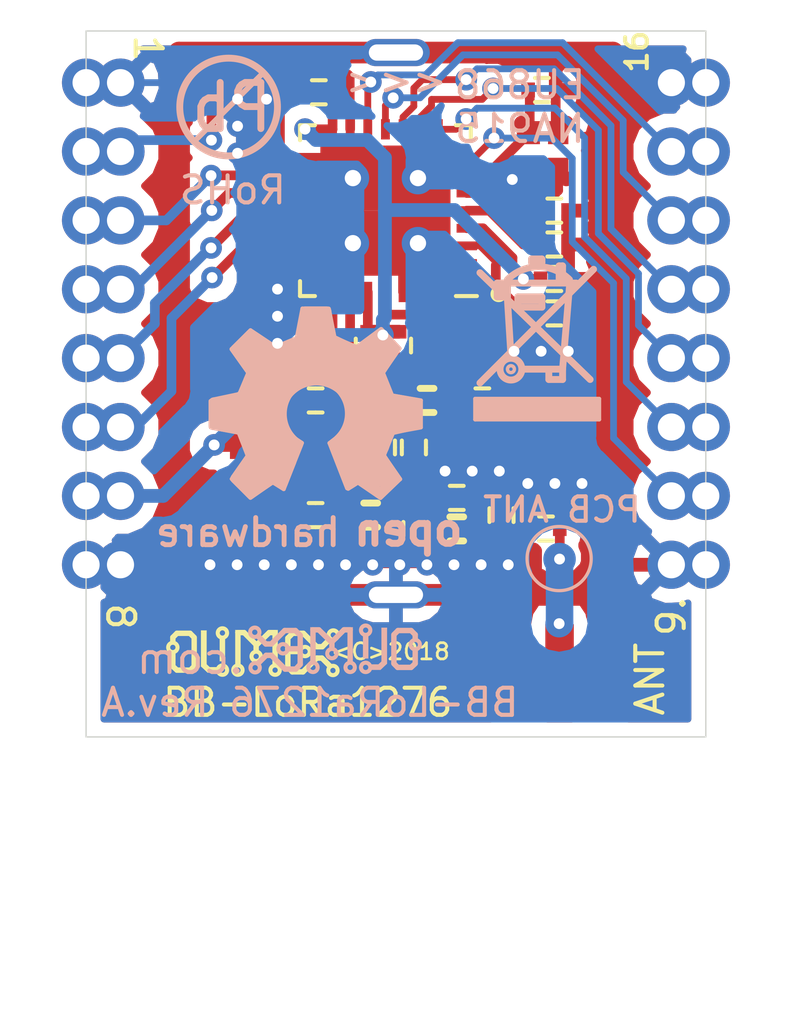
<source format=kicad_pcb>
(kicad_pcb (version 20171130) (host pcbnew 6.0.0-rc1-unknown-ab92882~66~ubuntu18.04.1)

  (general
    (thickness 1.6)
    (drawings 18)
    (tracks 367)
    (zones 0)
    (modules 36)
    (nets 28)
  )

  (page A4)
  (layers
    (0 F.Cu signal)
    (31 B.Cu signal)
    (32 B.Adhes user)
    (33 F.Adhes user)
    (34 B.Paste user)
    (35 F.Paste user)
    (36 B.SilkS user)
    (37 F.SilkS user)
    (38 B.Mask user)
    (39 F.Mask user)
    (40 Dwgs.User user)
    (41 Cmts.User user)
    (42 Eco1.User user)
    (43 Eco2.User user)
    (44 Edge.Cuts user)
    (45 Margin user)
    (46 B.CrtYd user)
    (47 F.CrtYd user)
    (48 B.Fab user)
    (49 F.Fab user hide)
  )

  (setup
    (last_trace_width 0.25)
    (user_trace_width 0.3556)
    (user_trace_width 0.508)
    (user_trace_width 1.016)
    (trace_clearance 0.2)
    (zone_clearance 0.508)
    (zone_45_only no)
    (trace_min 0.2)
    (via_size 0.8)
    (via_drill 0.4)
    (via_min_size 0.4)
    (via_min_drill 0.3)
    (uvia_size 0.3)
    (uvia_drill 0.1)
    (uvias_allowed no)
    (uvia_min_size 0.2)
    (uvia_min_drill 0.1)
    (edge_width 0.05)
    (segment_width 0.2)
    (pcb_text_width 0.3)
    (pcb_text_size 1.5 1.5)
    (mod_edge_width 0.12)
    (mod_text_size 1 1)
    (mod_text_width 0.15)
    (pad_size 1.2 1.2)
    (pad_drill 0.6)
    (pad_to_mask_clearance 0.00129)
    (solder_mask_min_width 0.25)
    (pad_to_paste_clearance -0.000127)
    (aux_axis_origin 0 0)
    (visible_elements FFFFFF7F)
    (pcbplotparams
      (layerselection 0x010f8_ffffffff)
      (usegerberextensions false)
      (usegerberattributes false)
      (usegerberadvancedattributes false)
      (creategerberjobfile false)
      (excludeedgelayer true)
      (linewidth 0.100000)
      (plotframeref false)
      (viasonmask false)
      (mode 1)
      (useauxorigin false)
      (hpglpennumber 1)
      (hpglpenspeed 20)
      (hpglpendiameter 15.000000)
      (psnegative false)
      (psa4output false)
      (plotreference true)
      (plotvalue false)
      (plotinvisibletext false)
      (padsonsilk false)
      (subtractmaskfromsilk false)
      (outputformat 1)
      (mirror false)
      (drillshape 0)
      (scaleselection 1)
      (outputdirectory ""))
  )

  (net 0 "")
  (net 1 GND)
  (net 2 "Net-(C1-Pad1)")
  (net 3 "Net-(C2-Pad1)")
  (net 4 VAA)
  (net 5 "Net-(C4-Pad1)")
  (net 6 "Net-(C5-Pad1)")
  (net 7 "Net-(C36-Pad1)")
  (net 8 "Net-(C19-Pad1)")
  (net 9 "Net-(C9-Pad1)")
  (net 10 "Net-(C11-Pad1)")
  (net 11 "Net-(C12-Pad1)")
  (net 12 "Net-(C16-Pad1)")
  (net 13 "Net-(C19-Pad2)")
  (net 14 "Net-(C25-Pad2)")
  (net 15 /NSS)
  (net 16 /MOSI)
  (net 17 /DIO5)
  (net 18 /RESET)
  (net 19 /SCK)
  (net 20 /MISO)
  (net 21 /DIO0)
  (net 22 /DIO3)
  (net 23 /DIO4)
  (net 24 /DIO2)
  (net 25 /DIO1)
  (net 26 "Net-(U1-Pad27)")
  (net 27 "Net-(U1-Pad20)")

  (net_class Default "This is the default net class."
    (clearance 0.2)
    (trace_width 0.25)
    (via_dia 0.8)
    (via_drill 0.4)
    (uvia_dia 0.3)
    (uvia_drill 0.1)
    (add_net /DIO0)
    (add_net /DIO1)
    (add_net /DIO2)
    (add_net /DIO3)
    (add_net /DIO4)
    (add_net /DIO5)
    (add_net /MISO)
    (add_net /MOSI)
    (add_net /NSS)
    (add_net /RESET)
    (add_net /SCK)
    (add_net GND)
    (add_net "Net-(C1-Pad1)")
    (add_net "Net-(C11-Pad1)")
    (add_net "Net-(C12-Pad1)")
    (add_net "Net-(C16-Pad1)")
    (add_net "Net-(C19-Pad1)")
    (add_net "Net-(C19-Pad2)")
    (add_net "Net-(C2-Pad1)")
    (add_net "Net-(C25-Pad2)")
    (add_net "Net-(C36-Pad1)")
    (add_net "Net-(C4-Pad1)")
    (add_net "Net-(C5-Pad1)")
    (add_net "Net-(C9-Pad1)")
    (add_net "Net-(U1-Pad20)")
    (add_net "Net-(U1-Pad27)")
    (add_net VAA)
  )

  (module OLIMEX_Other-FP:Shield1620 (layer F.Cu) (tedit 5B9F555B) (tstamp 5B9F5A0C)
    (at 85.09 64.77 90)
    (path /5BA05A0C)
    (attr smd)
    (fp_text reference SHIELD1 (at 0 18.825 90) (layer F.SilkS) hide
      (effects (font (size 1 1) (thickness 0.15)))
    )
    (fp_text value TESTPAD (at -0.05 -16.5 90) (layer F.Fab)
      (effects (font (size 1 1) (thickness 0.15)))
    )
    (pad 1 thru_hole oval (at 10 0 90) (size 1 2.5) (drill oval 0.6 2) (layers *.Cu *.Mask)
      (net 1 GND))
    (pad 1 thru_hole oval (at -10 0 90) (size 1 2.5) (drill oval 0.6 2) (layers *.Cu *.Mask)
      (net 1 GND))
    (pad 1 smd oval (at 0 -8 90) (size 20.8 0.8) (layers F.Cu F.Mask)
      (net 1 GND) (zone_connect 2))
    (pad 1 smd oval (at 0 8 90) (size 20.8 0.8) (layers F.Cu F.Mask)
      (net 1 GND) (zone_connect 2))
    (pad 1 smd oval (at 10 0 180) (size 16.8 0.8) (layers F.Cu F.Mask)
      (net 1 GND) (zone_connect 2))
    (pad 1 smd oval (at -10 0 180) (size 16.8 0.8) (layers F.Cu F.Mask)
      (net 1 GND) (zone_connect 2))
  )

  (module OLIMEX_TestPoints-FP:TP_SMD (layer F.Cu) (tedit 5B9F4784) (tstamp 5B997420)
    (at 91.125 73.45)
    (descr SIP4)
    (tags SIP4)
    (path /5B9C6E97)
    (attr virtual)
    (fp_text reference JANT1 (at 0.127 -1.651) (layer F.SilkS) hide
      (effects (font (size 1.27 1.27) (thickness 0.254)))
    )
    (fp_text value TESTPAD (at 0.508 1.524) (layer F.SilkS) hide
      (effects (font (size 1.27 1.27) (thickness 0.254)))
    )
    (pad 1 thru_hole circle (at 0 0 90) (size 0.6 0.6) (drill 0.4) (layers *.Cu *.Mask)
      (net 12 "Net-(C16-Pad1)"))
    (pad 1 smd circle (at 0 0 90) (size 1.2 1.2) (layers B.Cu B.Mask)
      (net 12 "Net-(C16-Pad1)"))
    (model Housings_SIP/SIP9_Housing.wrl
      (at (xyz 0 0 0))
      (scale (xyz 0 0 0))
      (rotate (xyz 0 0 0))
    )
  )

  (module OLIMEX_Connectors-FP:U.FL-R-SMT-1 (layer F.Cu) (tedit 57172166) (tstamp 5B9F593A)
    (at 91.125 77.8764 180)
    (path /5B9AC9BC)
    (fp_text reference EXT_ANT1 (at 0.2 3 180) (layer F.SilkS) hide
      (effects (font (size 1 1) (thickness 0.15)))
    )
    (fp_text value U.FL (at 0 -2.4 180) (layer F.Fab)
      (effects (font (size 1 1) (thickness 0.15)))
    )
    (fp_line (start -1.3 -1.3) (end 1.3 -1.3) (layer F.Fab) (width 0.1))
    (fp_line (start 1.3 -1.3) (end 1.3 1.3) (layer F.Fab) (width 0.1))
    (fp_line (start 1.3 1.3) (end -1.3 1.3) (layer F.Fab) (width 0.1))
    (fp_line (start -1.3 1.3) (end -1.3 -1.3) (layer F.Fab) (width 0.1))
    (fp_line (start 1.4 -1) (end 1.8 -1) (layer F.Fab) (width 0.1))
    (fp_line (start 1.8 -1) (end 1.8 1) (layer F.Fab) (width 0.1))
    (fp_line (start 1.8 1) (end 1.4 1) (layer F.Fab) (width 0.1))
    (fp_line (start -1.4 1) (end -1.8 1) (layer F.Fab) (width 0.1))
    (fp_line (start -1.8 1) (end -1.8 -1) (layer F.Fab) (width 0.1))
    (fp_line (start -1.8 -1) (end -1.4 -1) (layer F.Fab) (width 0.1))
    (fp_line (start -0.4 1.4) (end -0.4 1.8) (layer F.Fab) (width 0.1))
    (fp_line (start -0.4 1.8) (end 0.4 1.8) (layer F.Fab) (width 0.1))
    (fp_line (start 0.4 1.8) (end 0.4 1.4) (layer F.Fab) (width 0.1))
    (fp_circle (center 0 0) (end 0.8 0) (layer F.Fab) (width 0.1))
    (fp_circle (center 0 0) (end 0.2 0) (layer F.Fab) (width 0.1))
    (pad 1 smd rect (at 0 1.5 180) (size 1.05 1.05) (layers F.Cu F.Paste F.Mask)
      (net 12 "Net-(C16-Pad1)"))
    (pad 2 smd rect (at 1.5 0 180) (size 1.05 2.2) (layers F.Cu F.Paste F.Mask)
      (net 1 GND))
    (pad 2 smd rect (at -1.5 0 180) (size 1.05 2.2) (layers F.Cu F.Paste F.Mask)
      (net 1 GND))
    (model ${KISYS3DMOD}/Connector_Coaxial.3dshapes/U.FL_Hirose_U.FL-R-SMT-1_Vertical.step
      (at (xyz 0 0 0))
      (scale (xyz 1 1 1))
      (rotate (xyz 0 0 -90))
    )
  )

  (module OLIMEX_RLC-FP:C_0603_5MIL_DWS (layer F.Cu) (tedit 5B9906CE) (tstamp 5B991387)
    (at 79.475 70.139 270)
    (descr "Resistor SMD 0603, reflow soldering, Vishay (see dcrcw.pdf)")
    (tags "resistor 0603")
    (path /5BB62760)
    (attr smd)
    (fp_text reference C10 (at -0.508 -1.651 270) (layer F.SilkS) hide
      (effects (font (size 0.9 0.9) (thickness 0.15)))
    )
    (fp_text value 22uF (at 0.127 1.778 270) (layer F.Fab)
      (effects (font (size 1.27 1.27) (thickness 0.254)))
    )
    (fp_line (start -0.508 -0.762) (end 0.508 -0.762) (layer F.CrtYd) (width 0.254))
    (fp_line (start -0.508 0.762) (end 0.508 0.762) (layer F.CrtYd) (width 0.254))
    (fp_line (start -1.651 0.762) (end -0.508 0.762) (layer F.CrtYd) (width 0.254))
    (fp_line (start -1.651 -0.762) (end -1.651 0.762) (layer F.CrtYd) (width 0.254))
    (fp_line (start -0.508 -0.762) (end -1.651 -0.762) (layer F.CrtYd) (width 0.254))
    (fp_line (start 1.651 0.762) (end 0.508 0.762) (layer F.CrtYd) (width 0.254))
    (fp_line (start 1.651 -0.762) (end 1.651 0.762) (layer F.CrtYd) (width 0.254))
    (fp_line (start 0.508 -0.762) (end 1.651 -0.762) (layer F.CrtYd) (width 0.254))
    (fp_line (start 0 -0.381) (end -0.762 -0.381) (layer F.Fab) (width 0.15))
    (fp_line (start -0.762 -0.381) (end -0.762 0.381) (layer F.Fab) (width 0.15))
    (fp_line (start -0.762 0.381) (end 0.762 0.381) (layer F.Fab) (width 0.15))
    (fp_line (start 0.762 0.381) (end 0.762 -0.381) (layer F.Fab) (width 0.15))
    (fp_line (start 0.762 -0.381) (end 0 -0.381) (layer F.Fab) (width 0.15))
    (pad 2 smd rect (at 0.889 0 270) (size 1.016 1.016) (layers F.Cu F.Paste F.Mask)
      (net 1 GND) (solder_mask_margin 0.0508) (clearance 0.0508))
    (pad 1 smd rect (at -0.889 0 270) (size 1.016 1.016) (layers F.Cu F.Paste F.Mask)
      (net 4 VAA) (solder_mask_margin 0.0508) (clearance 0.0508))
    (model Resistors_SMD/R_0603.wrl
      (at (xyz 0 0 0))
      (scale (xyz 1 1 1))
      (rotate (xyz 0 0 0))
    )
    (model ${KISYS3DMOD}/Capacitor_SMD.3dshapes/C_0603_1608Metric.step
      (at (xyz 0 0 0))
      (scale (xyz 1 1 1))
      (rotate (xyz 0 0 0))
    )
  )

  (module OLIMEX_RLC-FP:L_0402_5MIL_DWS (layer F.Cu) (tedit 594A134F) (tstamp 5B991505)
    (at 87.333 72.337)
    (tags C0402)
    (path /5B9AC974)
    (attr smd)
    (fp_text reference L5 (at 0 -1.397) (layer F.SilkS) hide
      (effects (font (size 1.27 1.27) (thickness 0.254)))
    )
    (fp_text value 6.2nH (at 0 1.905) (layer F.Fab)
      (effects (font (size 1.27 1.27) (thickness 0.254)))
    )
    (fp_line (start -0.49784 0.24892) (end -0.49784 -0.24892) (layer F.Fab) (width 0.06604))
    (fp_line (start -0.49784 -0.24892) (end 0.49784 -0.24892) (layer F.Fab) (width 0.06604))
    (fp_line (start 0.49784 0.24892) (end 0.49784 -0.24892) (layer F.Fab) (width 0.06604))
    (fp_line (start -0.49784 0.24892) (end 0.49784 0.24892) (layer F.Fab) (width 0.06604))
    (fp_line (start 0 0.4445) (end -0.254 0.4445) (layer F.SilkS) (width 0.254))
    (fp_line (start 0 0.4445) (end 0.254 0.4445) (layer F.SilkS) (width 0.254))
    (fp_line (start 0 -0.4445) (end 0.254 -0.4445) (layer F.SilkS) (width 0.254))
    (fp_line (start 0 -0.4445) (end -0.254 -0.4445) (layer F.SilkS) (width 0.254))
    (fp_line (start -0.254 -0.4445) (end -0.889 -0.4445) (layer Dwgs.User) (width 0.254))
    (fp_line (start -0.889 -0.4445) (end -0.889 0.4445) (layer Dwgs.User) (width 0.254))
    (fp_line (start -0.889 0.4445) (end -0.254 0.4445) (layer Dwgs.User) (width 0.254))
    (fp_line (start 0.254 -0.4445) (end 0.889 -0.4445) (layer Dwgs.User) (width 0.254))
    (fp_line (start 0.889 -0.4445) (end 0.889 0.4445) (layer Dwgs.User) (width 0.254))
    (fp_line (start 0.889 0.4445) (end 0.254 0.4445) (layer Dwgs.User) (width 0.254))
    (pad 2 smd rect (at 0.508 0) (size 0.5 0.55) (layers F.Cu F.Paste F.Mask)
      (net 11 "Net-(C12-Pad1)") (solder_mask_margin 0.0508))
    (pad 1 smd rect (at -0.508 0 180) (size 0.5 0.55) (layers F.Cu F.Paste F.Mask)
      (net 10 "Net-(C11-Pad1)") (solder_mask_margin 0.0508))
    (model ${KISYS3DMOD}/Inductor_SMD.3dshapes/L_0402_1005Metric.step
      (at (xyz 0 0 0))
      (scale (xyz 1 1 1))
      (rotate (xyz 0 0 0))
    )
  )

  (module OLIMEX_Crystal-FP:SMD2016_4p (layer F.Cu) (tedit 5B98CBF9) (tstamp 5B99157B)
    (at 90.55 58.4 270)
    (path /5B9B6643)
    (fp_text reference X1 (at 0 8.89 270) (layer F.SilkS) hide
      (effects (font (size 1 1) (thickness 0.15)))
    )
    (fp_text value 32.000MHz_10ppm (at 0 -11.43 270) (layer F.Fab)
      (effects (font (size 1 1) (thickness 0.15)))
    )
    (fp_line (start -1.025 0.825) (end -1.025 -0.825) (layer F.Fab) (width 0.12))
    (fp_line (start 1.025 0.825) (end -1.025 0.825) (layer F.Fab) (width 0.12))
    (fp_line (start 1.025 -0.825) (end 1.025 0.825) (layer F.Fab) (width 0.12))
    (fp_line (start -1.025 -0.825) (end 1.025 -0.825) (layer F.Fab) (width 0.12))
    (pad 4 smd circle (at -1.025 -0.825 270) (size 0.55 0.55) (layers F.Cu F.Paste F.Mask)
      (net 1 GND))
    (pad 3 smd circle (at 1.025 -0.825 270) (size 0.55 0.55) (layers F.Cu F.Paste F.Mask)
      (net 3 "Net-(C2-Pad1)"))
    (pad 2 smd circle (at 1.025 0.825 270) (size 0.55 0.55) (layers F.Cu F.Paste F.Mask)
      (net 1 GND))
    (pad 1 smd circle (at -1.025 0.825 270) (size 0.55 0.55) (layers F.Cu F.Paste F.Mask)
      (net 2 "Net-(C1-Pad1)"))
    (pad 4 smd rect (at -0.675 -0.525 270) (size 0.85 0.75) (layers F.Cu F.Paste F.Mask)
      (net 1 GND))
    (pad 3 smd rect (at 0.675 -0.525 270) (size 0.85 0.75) (layers F.Cu F.Paste F.Mask)
      (net 3 "Net-(C2-Pad1)"))
    (pad 2 smd rect (at 0.675 0.525 270) (size 0.85 0.75) (layers F.Cu F.Paste F.Mask)
      (net 1 GND))
    (pad 1 smd rect (at -0.675 0.525 270) (size 0.85 0.75) (layers F.Cu F.Paste F.Mask)
      (net 2 "Net-(C1-Pad1)"))
    (model ${KISYS3DMOD}/Crystal.3dshapes/Crystal_SMD_3225-4Pin_3.2x2.5mm_HandSoldering.step
      (at (xyz 0 0 0))
      (scale (xyz 0.7 0.7 1))
      (rotate (xyz 0 0 0))
    )
  )

  (module OLIMEX_IC-FP:QFN-28_EP_6x6_Pitch0.65mm (layer F.Cu) (tedit 5B9F573C) (tstamp 5B99156B)
    (at 84.702 60.6 180)
    (path /5B98A226)
    (solder_mask_margin 0.0762)
    (solder_paste_margin -0.0127)
    (attr smd)
    (fp_text reference U1 (at 0 -4.375 180) (layer F.SilkS) hide
      (effects (font (size 1 1) (thickness 0.15)))
    )
    (fp_text value SX1276 (at 0 4.375 180) (layer F.Fab)
      (effects (font (size 1 1) (thickness 0.15)))
    )
    (fp_line (start -3.65 3.65) (end -3.65 -3.65) (layer F.CrtYd) (width 0.05))
    (fp_line (start 3.65 3.65) (end -3.65 3.65) (layer F.CrtYd) (width 0.05))
    (fp_line (start 3.65 -3.65) (end 3.65 3.65) (layer F.CrtYd) (width 0.05))
    (fp_line (start -3.65 -3.65) (end 3.65 -3.65) (layer F.CrtYd) (width 0.05))
    (fp_line (start -2.6 -3.15) (end -3.375 -3.15) (layer F.SilkS) (width 0.15))
    (fp_line (start -3.15 3.15) (end -3.15 2.6) (layer F.SilkS) (width 0.15))
    (fp_line (start -2.6 3.15) (end -3.15 3.15) (layer F.SilkS) (width 0.15))
    (fp_line (start 3.15 3.15) (end 3.15 2.6) (layer F.SilkS) (width 0.15))
    (fp_line (start 2.6 3.15) (end 3.15 3.15) (layer F.SilkS) (width 0.15))
    (fp_line (start 3.15 -3.15) (end 3.15 -2.6) (layer F.SilkS) (width 0.15))
    (fp_line (start 2.6 -3.15) (end 3.15 -3.15) (layer F.SilkS) (width 0.15))
    (fp_line (start 3 -3) (end -2 -3) (layer F.Fab) (width 0.15))
    (fp_line (start 3 3) (end 3 -3) (layer F.Fab) (width 0.15))
    (fp_line (start -3 3) (end 3 3) (layer F.Fab) (width 0.15))
    (fp_line (start -3 -2) (end -3 3) (layer F.Fab) (width 0.15))
    (fp_line (start -2 -3) (end -3 -2) (layer F.Fab) (width 0.15))
    (pad "" connect circle (at -4.175 -3.075 180) (size 0.6 0.6) (layers F.SilkS))
    (pad 29 thru_hole circle (at 1.2 1.2 180) (size 1.2 1.2) (drill 0.6) (layers *.Cu *.Mask)
      (net 1 GND) (zone_connect 2))
    (pad 29 thru_hole circle (at 1.2 -1.2 180) (size 1.2 1.2) (drill 0.6) (layers *.Cu *.Mask)
      (net 1 GND) (zone_connect 2))
    (pad 29 thru_hole circle (at -1.2 1.2 180) (size 1.2 1.2) (drill 0.6) (layers *.Cu *.Mask)
      (net 1 GND) (zone_connect 2))
    (pad 29 thru_hole circle (at -1.2 -1.2 180) (size 1.2 1.2) (drill 0.6) (layers *.Cu *.Mask)
      (net 1 GND) (zone_connect 2))
    (pad 29 smd rect (at 1.2 1.2 180) (size 2.4 2.4) (layers F.Cu F.Paste F.Mask)
      (net 1 GND) (solder_paste_margin -0.1))
    (pad 29 smd rect (at 1.2 -1.2 180) (size 2.4 2.4) (layers F.Cu F.Paste F.Mask)
      (net 1 GND) (solder_paste_margin -0.1))
    (pad 29 smd rect (at -1.2 1.2 180) (size 2.4 2.4) (layers F.Cu F.Paste F.Mask)
      (net 1 GND) (solder_paste_margin -0.1))
    (pad 29 smd rect (at -1.2 -1.2 180) (size 2.4 2.4) (layers F.Cu F.Paste F.Mask)
      (net 1 GND) (solder_paste_margin -0.1))
    (pad 28 smd rect (at -1.95 -3 180) (size 0.325 0.75) (layers F.Cu F.Paste F.Mask)
      (net 14 "Net-(C25-Pad2)") (solder_mask_margin 0.05) (solder_paste_margin 0.005))
    (pad 27 smd rect (at -1.3 -3 180) (size 0.325 0.75) (layers F.Cu F.Paste F.Mask)
      (net 26 "Net-(U1-Pad27)") (solder_mask_margin 0.05) (solder_paste_margin 0.005))
    (pad 26 smd rect (at -0.65 -3 180) (size 0.325 0.75) (layers F.Cu F.Paste F.Mask)
      (net 1 GND) (solder_mask_margin 0.05) (solder_paste_margin 0.005))
    (pad 25 smd rect (at 0 -3 180) (size 0.325 0.75) (layers F.Cu F.Paste F.Mask)
      (net 7 "Net-(C36-Pad1)") (solder_mask_margin 0.05) (solder_paste_margin 0.005))
    (pad 24 smd rect (at 0.65 -3 180) (size 0.325 0.75) (layers F.Cu F.Paste F.Mask)
      (net 4 VAA) (solder_mask_margin 0.05) (solder_paste_margin 0.005))
    (pad 23 smd rect (at 1.3 -3 180) (size 0.325 0.75) (layers F.Cu F.Paste F.Mask)
      (net 1 GND) (solder_mask_margin 0.05) (solder_paste_margin 0.005))
    (pad 22 smd rect (at 1.95 -3 180) (size 0.325 0.75) (layers F.Cu F.Paste F.Mask)
      (net 13 "Net-(C19-Pad2)") (solder_mask_margin 0.05) (solder_paste_margin 0.005))
    (pad 21 smd rect (at 3 -1.95 270) (size 0.325 0.75) (layers F.Cu F.Paste F.Mask)
      (net 8 "Net-(C19-Pad1)") (solder_mask_margin 0.05) (solder_paste_margin 0.005))
    (pad 20 smd rect (at 3 -1.3 270) (size 0.325 0.75) (layers F.Cu F.Paste F.Mask)
      (net 27 "Net-(U1-Pad20)") (solder_mask_margin 0.05) (solder_paste_margin 0.005))
    (pad 19 smd rect (at 3 -0.65 270) (size 0.325 0.75) (layers F.Cu F.Paste F.Mask)
      (net 15 /NSS) (solder_mask_margin 0.05) (solder_paste_margin 0.005))
    (pad 18 smd rect (at 3 0 270) (size 0.325 0.75) (layers F.Cu F.Paste F.Mask)
      (net 16 /MOSI) (solder_mask_margin 0.05) (solder_paste_margin 0.005))
    (pad 17 smd rect (at 3 0.65 270) (size 0.325 0.75) (layers F.Cu F.Paste F.Mask)
      (net 20 /MISO) (solder_mask_margin 0.05) (solder_paste_margin 0.005))
    (pad 16 smd rect (at 3 1.3 270) (size 0.325 0.75) (layers F.Cu F.Paste F.Mask)
      (net 19 /SCK) (solder_mask_margin 0.05) (solder_paste_margin 0.005))
    (pad 15 smd rect (at 3 1.95 270) (size 0.325 0.75) (layers F.Cu F.Paste F.Mask)
      (net 1 GND) (solder_mask_margin 0.05) (solder_paste_margin 0.005))
    (pad 14 smd rect (at 1.95 3 180) (size 0.325 0.75) (layers F.Cu F.Paste F.Mask)
      (net 4 VAA) (solder_mask_margin 0.05) (solder_paste_margin 0.005))
    (pad 13 smd rect (at 1.3 3 180) (size 0.325 0.75) (layers F.Cu F.Paste F.Mask)
      (net 17 /DIO5) (solder_mask_margin 0.05) (solder_paste_margin 0.005))
    (pad 12 smd rect (at 0.65 3 180) (size 0.325 0.75) (layers F.Cu F.Paste F.Mask)
      (net 23 /DIO4) (solder_mask_margin 0.05) (solder_paste_margin 0.005))
    (pad 11 smd rect (at 0 3 180) (size 0.325 0.75) (layers F.Cu F.Paste F.Mask)
      (net 22 /DIO3) (solder_mask_margin 0.05) (solder_paste_margin 0.005))
    (pad 10 smd rect (at -0.65 3 180) (size 0.325 0.75) (layers F.Cu F.Paste F.Mask)
      (net 24 /DIO2) (solder_mask_margin 0.05) (solder_paste_margin 0.005))
    (pad 9 smd rect (at -1.3 3 180) (size 0.325 0.75) (layers F.Cu F.Paste F.Mask)
      (net 25 /DIO1) (solder_mask_margin 0.05) (solder_paste_margin 0.005))
    (pad 8 smd rect (at -1.95 3 180) (size 0.325 0.75) (layers F.Cu F.Paste F.Mask)
      (net 21 /DIO0) (solder_mask_margin 0.05) (solder_paste_margin 0.005))
    (pad 7 smd rect (at -3 1.95 270) (size 0.325 0.75) (layers F.Cu F.Paste F.Mask)
      (net 18 /RESET) (solder_mask_margin 0.05) (solder_paste_margin 0.005))
    (pad 6 smd rect (at -3 1.3 270) (size 0.325 0.75) (layers F.Cu F.Paste F.Mask)
      (net 2 "Net-(C1-Pad1)") (solder_mask_margin 0.05) (solder_paste_margin 0.005))
    (pad 5 smd rect (at -3 0.65 270) (size 0.325 0.75) (layers F.Cu F.Paste F.Mask)
      (net 3 "Net-(C2-Pad1)") (solder_mask_margin 0.05) (solder_paste_margin 0.005))
    (pad 4 smd rect (at -3 0 270) (size 0.325 0.75) (layers F.Cu F.Paste F.Mask)
      (net 6 "Net-(C5-Pad1)") (solder_mask_margin 0.05) (solder_paste_margin 0.005))
    (pad 3 smd rect (at -3 -0.65 270) (size 0.325 0.75) (layers F.Cu F.Paste F.Mask)
      (net 4 VAA) (solder_mask_margin 0.05) (solder_paste_margin 0.005))
    (pad 2 smd rect (at -3 -1.3 270) (size 0.325 0.75) (layers F.Cu F.Paste F.Mask)
      (net 5 "Net-(C4-Pad1)") (solder_mask_margin 0.05) (solder_paste_margin 0.005))
    (pad 1 smd rect (at -3 -1.95 270) (size 0.325 0.75) (layers F.Cu F.Paste F.Mask)
      (net 1 GND) (solder_mask_margin 0.05) (solder_paste_margin 0.005))
    (model ${KISYS3DMOD}/Package_DFN_QFN.3dshapes/QFN-28-1EP_6x6mm_P0.65mm_EP4.25x4.25mm.step
      (at (xyz 0 0 0))
      (scale (xyz 1 1 1))
      (rotate (xyz 0 0 0))
    )
  )

  (module OLIMEX_RLC-FP:L_0402_5MIL_DWS (layer F.Cu) (tedit 594A134F) (tstamp 5B9914F1)
    (at 84.158 71.829)
    (tags C0402)
    (path /5B9AC952)
    (attr smd)
    (fp_text reference L4 (at 0 -1.397) (layer F.SilkS) hide
      (effects (font (size 1.27 1.27) (thickness 0.254)))
    )
    (fp_text value 10nH (at 0 1.905) (layer F.Fab)
      (effects (font (size 1.27 1.27) (thickness 0.254)))
    )
    (fp_line (start -0.49784 0.24892) (end -0.49784 -0.24892) (layer F.Fab) (width 0.06604))
    (fp_line (start -0.49784 -0.24892) (end 0.49784 -0.24892) (layer F.Fab) (width 0.06604))
    (fp_line (start 0.49784 0.24892) (end 0.49784 -0.24892) (layer F.Fab) (width 0.06604))
    (fp_line (start -0.49784 0.24892) (end 0.49784 0.24892) (layer F.Fab) (width 0.06604))
    (fp_line (start 0 0.4445) (end -0.254 0.4445) (layer F.SilkS) (width 0.254))
    (fp_line (start 0 0.4445) (end 0.254 0.4445) (layer F.SilkS) (width 0.254))
    (fp_line (start 0 -0.4445) (end 0.254 -0.4445) (layer F.SilkS) (width 0.254))
    (fp_line (start 0 -0.4445) (end -0.254 -0.4445) (layer F.SilkS) (width 0.254))
    (fp_line (start -0.254 -0.4445) (end -0.889 -0.4445) (layer Dwgs.User) (width 0.254))
    (fp_line (start -0.889 -0.4445) (end -0.889 0.4445) (layer Dwgs.User) (width 0.254))
    (fp_line (start -0.889 0.4445) (end -0.254 0.4445) (layer Dwgs.User) (width 0.254))
    (fp_line (start 0.254 -0.4445) (end 0.889 -0.4445) (layer Dwgs.User) (width 0.254))
    (fp_line (start 0.889 -0.4445) (end 0.889 0.4445) (layer Dwgs.User) (width 0.254))
    (fp_line (start 0.889 0.4445) (end 0.254 0.4445) (layer Dwgs.User) (width 0.254))
    (pad 2 smd rect (at 0.508 0) (size 0.5 0.55) (layers F.Cu F.Paste F.Mask)
      (net 10 "Net-(C11-Pad1)") (solder_mask_margin 0.0508))
    (pad 1 smd rect (at -0.508 0 180) (size 0.5 0.55) (layers F.Cu F.Paste F.Mask)
      (net 9 "Net-(C9-Pad1)") (solder_mask_margin 0.0508))
    (model ${KISYS3DMOD}/Inductor_SMD.3dshapes/L_0402_1005Metric.step
      (at (xyz 0 0 0))
      (scale (xyz 1 1 1))
      (rotate (xyz 0 0 0))
    )
  )

  (module OLIMEX_RLC-FP:L_0402_5MIL_DWS (layer F.Cu) (tedit 594A134F) (tstamp 5B9914DD)
    (at 80.127 67.6)
    (tags C0402)
    (path /5B9A1C08)
    (attr smd)
    (fp_text reference L3 (at 0 -1.397) (layer F.SilkS) hide
      (effects (font (size 1.27 1.27) (thickness 0.254)))
    )
    (fp_text value 6.8nH (at 0 1.905) (layer F.Fab)
      (effects (font (size 1.27 1.27) (thickness 0.254)))
    )
    (fp_line (start -0.49784 0.24892) (end -0.49784 -0.24892) (layer F.Fab) (width 0.06604))
    (fp_line (start -0.49784 -0.24892) (end 0.49784 -0.24892) (layer F.Fab) (width 0.06604))
    (fp_line (start 0.49784 0.24892) (end 0.49784 -0.24892) (layer F.Fab) (width 0.06604))
    (fp_line (start -0.49784 0.24892) (end 0.49784 0.24892) (layer F.Fab) (width 0.06604))
    (fp_line (start 0 0.4445) (end -0.254 0.4445) (layer F.SilkS) (width 0.254))
    (fp_line (start 0 0.4445) (end 0.254 0.4445) (layer F.SilkS) (width 0.254))
    (fp_line (start 0 -0.4445) (end 0.254 -0.4445) (layer F.SilkS) (width 0.254))
    (fp_line (start 0 -0.4445) (end -0.254 -0.4445) (layer F.SilkS) (width 0.254))
    (fp_line (start -0.254 -0.4445) (end -0.889 -0.4445) (layer Dwgs.User) (width 0.254))
    (fp_line (start -0.889 -0.4445) (end -0.889 0.4445) (layer Dwgs.User) (width 0.254))
    (fp_line (start -0.889 0.4445) (end -0.254 0.4445) (layer Dwgs.User) (width 0.254))
    (fp_line (start 0.254 -0.4445) (end 0.889 -0.4445) (layer Dwgs.User) (width 0.254))
    (fp_line (start 0.889 -0.4445) (end 0.889 0.4445) (layer Dwgs.User) (width 0.254))
    (fp_line (start 0.889 0.4445) (end 0.254 0.4445) (layer Dwgs.User) (width 0.254))
    (pad 2 smd rect (at 0.508 0) (size 0.5 0.55) (layers F.Cu F.Paste F.Mask)
      (net 8 "Net-(C19-Pad1)") (solder_mask_margin 0.0508))
    (pad 1 smd rect (at -0.508 0 180) (size 0.5 0.55) (layers F.Cu F.Paste F.Mask)
      (net 1 GND) (solder_mask_margin 0.0508))
    (model ${KISYS3DMOD}/Inductor_SMD.3dshapes/L_0402_1005Metric.step
      (at (xyz 0 0 0))
      (scale (xyz 1 1 1))
      (rotate (xyz 0 0 0))
    )
  )

  (module OLIMEX_RLC-FP:L_0402_5MIL_DWS (layer F.Cu) (tedit 594A134F) (tstamp 5B9914C9)
    (at 84.152 67.6)
    (tags C0402)
    (path /5B9A1BF5)
    (attr smd)
    (fp_text reference L2 (at 0 -1.397) (layer F.SilkS) hide
      (effects (font (size 1.27 1.27) (thickness 0.254)))
    )
    (fp_text value 33nH (at 0 1.905) (layer F.Fab)
      (effects (font (size 1.27 1.27) (thickness 0.254)))
    )
    (fp_line (start -0.49784 0.24892) (end -0.49784 -0.24892) (layer F.Fab) (width 0.06604))
    (fp_line (start -0.49784 -0.24892) (end 0.49784 -0.24892) (layer F.Fab) (width 0.06604))
    (fp_line (start 0.49784 0.24892) (end 0.49784 -0.24892) (layer F.Fab) (width 0.06604))
    (fp_line (start -0.49784 0.24892) (end 0.49784 0.24892) (layer F.Fab) (width 0.06604))
    (fp_line (start 0 0.4445) (end -0.254 0.4445) (layer F.SilkS) (width 0.254))
    (fp_line (start 0 0.4445) (end 0.254 0.4445) (layer F.SilkS) (width 0.254))
    (fp_line (start 0 -0.4445) (end 0.254 -0.4445) (layer F.SilkS) (width 0.254))
    (fp_line (start 0 -0.4445) (end -0.254 -0.4445) (layer F.SilkS) (width 0.254))
    (fp_line (start -0.254 -0.4445) (end -0.889 -0.4445) (layer Dwgs.User) (width 0.254))
    (fp_line (start -0.889 -0.4445) (end -0.889 0.4445) (layer Dwgs.User) (width 0.254))
    (fp_line (start -0.889 0.4445) (end -0.254 0.4445) (layer Dwgs.User) (width 0.254))
    (fp_line (start 0.254 -0.4445) (end 0.889 -0.4445) (layer Dwgs.User) (width 0.254))
    (fp_line (start 0.889 -0.4445) (end 0.889 0.4445) (layer Dwgs.User) (width 0.254))
    (fp_line (start 0.889 0.4445) (end 0.254 0.4445) (layer Dwgs.User) (width 0.254))
    (pad 2 smd rect (at 0.508 0) (size 0.5 0.55) (layers F.Cu F.Paste F.Mask)
      (net 7 "Net-(C36-Pad1)") (solder_mask_margin 0.0508))
    (pad 1 smd rect (at -0.508 0 180) (size 0.5 0.55) (layers F.Cu F.Paste F.Mask)
      (net 13 "Net-(C19-Pad2)") (solder_mask_margin 0.0508))
    (model ${KISYS3DMOD}/Inductor_SMD.3dshapes/L_0402_1005Metric.step
      (at (xyz 0 0 0))
      (scale (xyz 1 1 1))
      (rotate (xyz 0 0 0))
    )
  )

  (module OLIMEX_RLC-FP:L_0402_5MIL_DWS (layer F.Cu) (tedit 594A134F) (tstamp 5B9914B5)
    (at 86.237 67.6 180)
    (tags C0402)
    (path /5B98BC64)
    (attr smd)
    (fp_text reference L1 (at 0 -1.397 180) (layer F.SilkS) hide
      (effects (font (size 1.27 1.27) (thickness 0.254)))
    )
    (fp_text value "n.a. (82nH)" (at -16.925 -1.425 180) (layer F.Fab) hide
      (effects (font (size 1.27 1.27) (thickness 0.254)))
    )
    (fp_line (start -0.49784 0.24892) (end -0.49784 -0.24892) (layer F.Fab) (width 0.06604))
    (fp_line (start -0.49784 -0.24892) (end 0.49784 -0.24892) (layer F.Fab) (width 0.06604))
    (fp_line (start 0.49784 0.24892) (end 0.49784 -0.24892) (layer F.Fab) (width 0.06604))
    (fp_line (start -0.49784 0.24892) (end 0.49784 0.24892) (layer F.Fab) (width 0.06604))
    (fp_line (start 0 0.4445) (end -0.254 0.4445) (layer F.SilkS) (width 0.254))
    (fp_line (start 0 0.4445) (end 0.254 0.4445) (layer F.SilkS) (width 0.254))
    (fp_line (start 0 -0.4445) (end 0.254 -0.4445) (layer F.SilkS) (width 0.254))
    (fp_line (start 0 -0.4445) (end -0.254 -0.4445) (layer F.SilkS) (width 0.254))
    (fp_line (start -0.254 -0.4445) (end -0.889 -0.4445) (layer Dwgs.User) (width 0.254))
    (fp_line (start -0.889 -0.4445) (end -0.889 0.4445) (layer Dwgs.User) (width 0.254))
    (fp_line (start -0.889 0.4445) (end -0.254 0.4445) (layer Dwgs.User) (width 0.254))
    (fp_line (start 0.254 -0.4445) (end 0.889 -0.4445) (layer Dwgs.User) (width 0.254))
    (fp_line (start 0.889 -0.4445) (end 0.889 0.4445) (layer Dwgs.User) (width 0.254))
    (fp_line (start 0.889 0.4445) (end 0.254 0.4445) (layer Dwgs.User) (width 0.254))
    (pad 2 smd rect (at 0.508 0 180) (size 0.5 0.55) (layers F.Cu F.Paste F.Mask)
      (net 7 "Net-(C36-Pad1)") (solder_mask_margin 0.0508))
    (pad 1 smd rect (at -0.508 0) (size 0.5 0.55) (layers F.Cu F.Paste F.Mask)
      (net 14 "Net-(C25-Pad2)") (solder_mask_margin 0.0508))
  )

  (module OLIMEX_Connectors-FP:HN1x8_EDGE locked (layer F.Cu) (tedit 5B98EF70) (tstamp 5B99148B)
    (at 96.52 64.77 270)
    (path /5BB33505)
    (solder_mask_margin 0.0508)
    (solder_paste_margin -0.0508)
    (attr smd)
    (fp_text reference CON2 (at -0.02 -2.69 270) (layer F.SilkS) hide
      (effects (font (size 1.27 1.27) (thickness 0.254)))
    )
    (fp_text value CON8 (at -7.112 -2.286 270) (layer F.Fab)
      (effects (font (size 1.27 1.27) (thickness 0.254)))
    )
    (pad 8 thru_hole circle (at 8.89 1.27 270) (size 1.778 1.778) (drill 1) (layers *.Cu *.Mask)
      (net 1 GND))
    (pad 7 thru_hole circle (at 6.35 1.27 270) (size 1.778 1.778) (drill 1) (layers *.Cu *.Mask)
      (net 18 /RESET))
    (pad 6 thru_hole circle (at 3.81 1.27 270) (size 1.778 1.778) (drill 1) (layers *.Cu *.Mask)
      (net 21 /DIO0))
    (pad 3 thru_hole circle (at -3.81 1.27 270) (size 1.778 1.778) (drill 1) (layers *.Cu *.Mask)
      (net 22 /DIO3))
    (pad 2 thru_hole circle (at -6.35 1.27 270) (size 1.778 1.778) (drill 1) (layers *.Cu *.Mask)
      (net 23 /DIO4))
    (pad 4 thru_hole circle (at -1.27 1.27 270) (size 1.778 1.778) (drill 1) (layers *.Cu *.Mask)
      (net 24 /DIO2))
    (pad 5 thru_hole circle (at 1.27 1.27 270) (size 1.778 1.778) (drill 1) (layers *.Cu *.Mask)
      (net 25 /DIO1))
    (pad 1 thru_hole custom (at -8.89 1.27 270) (size 1.778 1.778) (drill 1) (layers *.Cu *.Mask)
      (net 1 GND) (zone_connect 2)
      (options (clearance outline) (anchor circle))
      (primitives
        (gr_arc (start 0 0) (end 0.65 0) (angle -180) (width 0.4))
      ))
    (pad 4 thru_hole circle (at -1.27 0 270) (size 1.778 1.778) (drill 1) (layers *.Cu *.Mask)
      (net 24 /DIO2))
    (pad 3 thru_hole circle (at -3.81 0 270) (size 1.778 1.778) (drill 1) (layers *.Cu *.Mask)
      (net 22 /DIO3))
    (pad 2 thru_hole circle (at -6.35 0 270) (size 1.778 1.778) (drill 1) (layers *.Cu *.Mask)
      (net 23 /DIO4))
    (pad 1 thru_hole circle (at -8.89 0 270) (size 1.778 1.778) (drill 1) (layers *.Cu *.Mask)
      (net 1 GND))
    (pad 5 thru_hole circle (at 1.27 0 270) (size 1.778 1.778) (drill 1) (layers *.Cu *.Mask)
      (net 25 /DIO1))
    (pad 6 thru_hole circle (at 3.81 0 270) (size 1.778 1.778) (drill 1) (layers *.Cu *.Mask)
      (net 21 /DIO0))
    (pad 8 thru_hole circle (at 8.89 0 270) (size 1.778 1.778) (drill 1) (layers *.Cu *.Mask)
      (net 1 GND))
    (pad 7 thru_hole circle (at 6.35 0 270) (size 1.778 1.778) (drill 1) (layers *.Cu *.Mask)
      (net 18 /RESET))
  )

  (module OLIMEX_Connectors-FP:HN1x8_EDGE locked (layer F.Cu) (tedit 5B98EF5D) (tstamp 5B991477)
    (at 73.66 64.77 90)
    (path /5BB0AC36)
    (solder_mask_margin 0.0508)
    (solder_paste_margin -0.0508)
    (attr smd)
    (fp_text reference CON1 (at -0.02 -2.69 90) (layer F.SilkS) hide
      (effects (font (size 1.27 1.27) (thickness 0.254)))
    )
    (fp_text value CON8 (at -7.112 -2.286 90) (layer F.Fab)
      (effects (font (size 1.27 1.27) (thickness 0.254)))
    )
    (pad 8 thru_hole circle (at 8.89 1.27 90) (size 1.778 1.778) (drill 1) (layers *.Cu *.Mask)
      (net 1 GND))
    (pad 7 thru_hole circle (at 6.35 1.27 90) (size 1.778 1.778) (drill 1) (layers *.Cu *.Mask)
      (net 17 /DIO5))
    (pad 6 thru_hole circle (at 3.81 1.27 90) (size 1.778 1.778) (drill 1) (layers *.Cu *.Mask)
      (net 19 /SCK))
    (pad 3 thru_hole circle (at -3.81 1.27 90) (size 1.778 1.778) (drill 1) (layers *.Cu *.Mask)
      (net 15 /NSS))
    (pad 2 thru_hole circle (at -6.35 1.27 90) (size 1.778 1.778) (drill 1) (layers *.Cu *.Mask)
      (net 4 VAA))
    (pad 4 thru_hole circle (at -1.27 1.27 90) (size 1.778 1.778) (drill 1) (layers *.Cu *.Mask)
      (net 16 /MOSI))
    (pad 5 thru_hole circle (at 1.27 1.27 90) (size 1.778 1.778) (drill 1) (layers *.Cu *.Mask)
      (net 20 /MISO))
    (pad 1 thru_hole custom (at -8.89 1.27 90) (size 1.778 1.778) (drill 1) (layers *.Cu *.Mask)
      (net 1 GND) (zone_connect 2)
      (options (clearance outline) (anchor circle))
      (primitives
        (gr_arc (start 0 0) (end 0.65 0) (angle -180) (width 0.4))
      ))
    (pad 4 thru_hole circle (at -1.27 0 90) (size 1.778 1.778) (drill 1) (layers *.Cu *.Mask)
      (net 16 /MOSI))
    (pad 3 thru_hole circle (at -3.81 0 90) (size 1.778 1.778) (drill 1) (layers *.Cu *.Mask)
      (net 15 /NSS))
    (pad 2 thru_hole circle (at -6.35 0 90) (size 1.778 1.778) (drill 1) (layers *.Cu *.Mask)
      (net 4 VAA))
    (pad 1 thru_hole circle (at -8.89 0 90) (size 1.778 1.778) (drill 1) (layers *.Cu *.Mask)
      (net 1 GND))
    (pad 5 thru_hole circle (at 1.27 0 90) (size 1.778 1.778) (drill 1) (layers *.Cu *.Mask)
      (net 20 /MISO))
    (pad 6 thru_hole circle (at 3.81 0 90) (size 1.778 1.778) (drill 1) (layers *.Cu *.Mask)
      (net 19 /SCK))
    (pad 8 thru_hole circle (at 8.89 0 90) (size 1.778 1.778) (drill 1) (layers *.Cu *.Mask)
      (net 1 GND))
    (pad 7 thru_hole circle (at 6.35 0 90) (size 1.778 1.778) (drill 1) (layers *.Cu *.Mask)
      (net 17 /DIO5))
  )

  (module OLIMEX_RLC-FP:C_0402_5MIL_DWS (layer F.Cu) (tedit 5A55FBBA) (tstamp 5B991463)
    (at 84.609 69.333 270)
    (tags C0402)
    (path /5B98A79C)
    (attr smd)
    (fp_text reference C36 (at 0 -1.397 270) (layer F.SilkS) hide
      (effects (font (size 0.8 0.8) (thickness 0.1)))
    )
    (fp_text value 10nF (at 0 1.905 270) (layer F.Fab)
      (effects (font (size 1.27 1.27) (thickness 0.254)))
    )
    (fp_line (start -0.49784 0.24892) (end -0.49784 -0.24892) (layer F.Fab) (width 0.06604))
    (fp_line (start -0.49784 -0.24892) (end 0.49784 -0.24892) (layer F.Fab) (width 0.06604))
    (fp_line (start 0.49784 0.24892) (end 0.49784 -0.24892) (layer F.Fab) (width 0.06604))
    (fp_line (start -0.49784 0.24892) (end 0.49784 0.24892) (layer F.Fab) (width 0.06604))
    (fp_line (start 0 0.4445) (end -0.254 0.4445) (layer F.SilkS) (width 0.15))
    (fp_line (start 0 0.4445) (end 0.254 0.4445) (layer F.SilkS) (width 0.15))
    (fp_line (start 0 -0.4445) (end 0.254 -0.4445) (layer F.SilkS) (width 0.15))
    (fp_line (start 0 -0.4445) (end -0.254 -0.4445) (layer F.SilkS) (width 0.15))
    (fp_line (start -0.254 -0.4445) (end -0.889 -0.4445) (layer Dwgs.User) (width 0.254))
    (fp_line (start -0.889 -0.4445) (end -0.889 0.4445) (layer Dwgs.User) (width 0.254))
    (fp_line (start -0.889 0.4445) (end -0.254 0.4445) (layer Dwgs.User) (width 0.254))
    (fp_line (start 0.254 -0.4445) (end 0.889 -0.4445) (layer Dwgs.User) (width 0.254))
    (fp_line (start 0.889 -0.4445) (end 0.889 0.4445) (layer Dwgs.User) (width 0.254))
    (fp_line (start 0.889 0.4445) (end 0.254 0.4445) (layer Dwgs.User) (width 0.254))
    (pad 2 smd rect (at 0.508 0 270) (size 0.5 0.55) (layers F.Cu F.Paste F.Mask)
      (net 1 GND) (solder_mask_margin 0.0508))
    (pad 1 smd rect (at -0.508 0 90) (size 0.5 0.55) (layers F.Cu F.Paste F.Mask)
      (net 7 "Net-(C36-Pad1)") (solder_mask_margin 0.0508))
    (model ${KISYS3DMOD}/Capacitor_SMD.3dshapes/C_0402_1005Metric.step
      (at (xyz 0 0 0))
      (scale (xyz 1 1 1))
      (rotate (xyz 0 0 0))
    )
  )

  (module OLIMEX_RLC-FP:C_0402_5MIL_DWS (layer F.Cu) (tedit 5A55FBBA) (tstamp 5B99143B)
    (at 88.277 67.6 180)
    (tags C0402)
    (path /5B98CB8E)
    (attr smd)
    (fp_text reference C25 (at 0 -1.397 180) (layer F.SilkS) hide
      (effects (font (size 0.8 0.8) (thickness 0.1)))
    )
    (fp_text value "n.a. (2.2pF)" (at 0 1.905 180) (layer F.Fab)
      (effects (font (size 1.27 1.27) (thickness 0.254)))
    )
    (fp_line (start -0.49784 0.24892) (end -0.49784 -0.24892) (layer F.Fab) (width 0.06604))
    (fp_line (start -0.49784 -0.24892) (end 0.49784 -0.24892) (layer F.Fab) (width 0.06604))
    (fp_line (start 0.49784 0.24892) (end 0.49784 -0.24892) (layer F.Fab) (width 0.06604))
    (fp_line (start -0.49784 0.24892) (end 0.49784 0.24892) (layer F.Fab) (width 0.06604))
    (fp_line (start 0 0.4445) (end -0.254 0.4445) (layer F.SilkS) (width 0.15))
    (fp_line (start 0 0.4445) (end 0.254 0.4445) (layer F.SilkS) (width 0.15))
    (fp_line (start 0 -0.4445) (end 0.254 -0.4445) (layer F.SilkS) (width 0.15))
    (fp_line (start 0 -0.4445) (end -0.254 -0.4445) (layer F.SilkS) (width 0.15))
    (fp_line (start -0.254 -0.4445) (end -0.889 -0.4445) (layer Dwgs.User) (width 0.254))
    (fp_line (start -0.889 -0.4445) (end -0.889 0.4445) (layer Dwgs.User) (width 0.254))
    (fp_line (start -0.889 0.4445) (end -0.254 0.4445) (layer Dwgs.User) (width 0.254))
    (fp_line (start 0.254 -0.4445) (end 0.889 -0.4445) (layer Dwgs.User) (width 0.254))
    (fp_line (start 0.889 -0.4445) (end 0.889 0.4445) (layer Dwgs.User) (width 0.254))
    (fp_line (start 0.889 0.4445) (end 0.254 0.4445) (layer Dwgs.User) (width 0.254))
    (pad 2 smd rect (at 0.508 0 180) (size 0.5 0.55) (layers F.Cu F.Paste F.Mask)
      (net 14 "Net-(C25-Pad2)") (solder_mask_margin 0.0508))
    (pad 1 smd rect (at -0.508 0) (size 0.5 0.55) (layers F.Cu F.Paste F.Mask)
      (net 1 GND) (solder_mask_margin 0.0508))
  )

  (module OLIMEX_RLC-FP:C_0402_5MIL_DWS (layer F.Cu) (tedit 5A55FBBA) (tstamp 5B991427)
    (at 85.202 65.575 270)
    (tags C0402)
    (path /5B98A523)
    (attr smd)
    (fp_text reference C21 (at 0 -1.397 270) (layer F.SilkS) hide
      (effects (font (size 0.8 0.8) (thickness 0.1)))
    )
    (fp_text value 47pF (at 0 1.905 270) (layer F.Fab)
      (effects (font (size 1.27 1.27) (thickness 0.254)))
    )
    (fp_line (start -0.49784 0.24892) (end -0.49784 -0.24892) (layer F.Fab) (width 0.06604))
    (fp_line (start -0.49784 -0.24892) (end 0.49784 -0.24892) (layer F.Fab) (width 0.06604))
    (fp_line (start 0.49784 0.24892) (end 0.49784 -0.24892) (layer F.Fab) (width 0.06604))
    (fp_line (start -0.49784 0.24892) (end 0.49784 0.24892) (layer F.Fab) (width 0.06604))
    (fp_line (start 0 0.4445) (end -0.254 0.4445) (layer F.SilkS) (width 0.15))
    (fp_line (start 0 0.4445) (end 0.254 0.4445) (layer F.SilkS) (width 0.15))
    (fp_line (start 0 -0.4445) (end 0.254 -0.4445) (layer F.SilkS) (width 0.15))
    (fp_line (start 0 -0.4445) (end -0.254 -0.4445) (layer F.SilkS) (width 0.15))
    (fp_line (start -0.254 -0.4445) (end -0.889 -0.4445) (layer Dwgs.User) (width 0.254))
    (fp_line (start -0.889 -0.4445) (end -0.889 0.4445) (layer Dwgs.User) (width 0.254))
    (fp_line (start -0.889 0.4445) (end -0.254 0.4445) (layer Dwgs.User) (width 0.254))
    (fp_line (start 0.254 -0.4445) (end 0.889 -0.4445) (layer Dwgs.User) (width 0.254))
    (fp_line (start 0.889 -0.4445) (end 0.889 0.4445) (layer Dwgs.User) (width 0.254))
    (fp_line (start 0.889 0.4445) (end 0.254 0.4445) (layer Dwgs.User) (width 0.254))
    (pad 2 smd rect (at 0.508 0 270) (size 0.5 0.55) (layers F.Cu F.Paste F.Mask)
      (net 1 GND) (solder_mask_margin 0.0508))
    (pad 1 smd rect (at -0.508 0 90) (size 0.5 0.55) (layers F.Cu F.Paste F.Mask)
      (net 4 VAA) (solder_mask_margin 0.0508))
    (model ${KISYS3DMOD}/Capacitor_SMD.3dshapes/C_0402_1005Metric.step
      (at (xyz 0 0 0))
      (scale (xyz 1 1 1))
      (rotate (xyz 0 0 0))
    )
  )

  (module OLIMEX_RLC-FP:C_0402_5MIL_DWS (layer F.Cu) (tedit 5A55FBBA) (tstamp 5B991413)
    (at 84.052 65.575 270)
    (tags C0402)
    (path /5B98A579)
    (attr smd)
    (fp_text reference C20 (at 0 -1.397 270) (layer F.SilkS) hide
      (effects (font (size 0.8 0.8) (thickness 0.1)))
    )
    (fp_text value 100nF (at 0 1.905 270) (layer F.Fab)
      (effects (font (size 1.27 1.27) (thickness 0.254)))
    )
    (fp_line (start -0.49784 0.24892) (end -0.49784 -0.24892) (layer F.Fab) (width 0.06604))
    (fp_line (start -0.49784 -0.24892) (end 0.49784 -0.24892) (layer F.Fab) (width 0.06604))
    (fp_line (start 0.49784 0.24892) (end 0.49784 -0.24892) (layer F.Fab) (width 0.06604))
    (fp_line (start -0.49784 0.24892) (end 0.49784 0.24892) (layer F.Fab) (width 0.06604))
    (fp_line (start 0 0.4445) (end -0.254 0.4445) (layer F.SilkS) (width 0.15))
    (fp_line (start 0 0.4445) (end 0.254 0.4445) (layer F.SilkS) (width 0.15))
    (fp_line (start 0 -0.4445) (end 0.254 -0.4445) (layer F.SilkS) (width 0.15))
    (fp_line (start 0 -0.4445) (end -0.254 -0.4445) (layer F.SilkS) (width 0.15))
    (fp_line (start -0.254 -0.4445) (end -0.889 -0.4445) (layer Dwgs.User) (width 0.254))
    (fp_line (start -0.889 -0.4445) (end -0.889 0.4445) (layer Dwgs.User) (width 0.254))
    (fp_line (start -0.889 0.4445) (end -0.254 0.4445) (layer Dwgs.User) (width 0.254))
    (fp_line (start 0.254 -0.4445) (end 0.889 -0.4445) (layer Dwgs.User) (width 0.254))
    (fp_line (start 0.889 -0.4445) (end 0.889 0.4445) (layer Dwgs.User) (width 0.254))
    (fp_line (start 0.889 0.4445) (end 0.254 0.4445) (layer Dwgs.User) (width 0.254))
    (pad 2 smd rect (at 0.508 0 270) (size 0.5 0.55) (layers F.Cu F.Paste F.Mask)
      (net 1 GND) (solder_mask_margin 0.0508))
    (pad 1 smd rect (at -0.508 0 90) (size 0.5 0.55) (layers F.Cu F.Paste F.Mask)
      (net 4 VAA) (solder_mask_margin 0.0508))
    (model ${KISYS3DMOD}/Capacitor_SMD.3dshapes/C_0402_1005Metric.step
      (at (xyz 0 0 0))
      (scale (xyz 1 1 1))
      (rotate (xyz 0 0 0))
    )
  )

  (module OLIMEX_RLC-FP:C_0402_5MIL_DWS (layer F.Cu) (tedit 5A55FBBA) (tstamp 5B9913FF)
    (at 82.127 67.6)
    (tags C0402)
    (path /5B9A1BFF)
    (attr smd)
    (fp_text reference C19 (at 0 -1.397) (layer F.SilkS) hide
      (effects (font (size 0.8 0.8) (thickness 0.1)))
    )
    (fp_text value 2.2pF (at 0 1.905) (layer F.Fab)
      (effects (font (size 1.27 1.27) (thickness 0.254)))
    )
    (fp_line (start -0.49784 0.24892) (end -0.49784 -0.24892) (layer F.Fab) (width 0.06604))
    (fp_line (start -0.49784 -0.24892) (end 0.49784 -0.24892) (layer F.Fab) (width 0.06604))
    (fp_line (start 0.49784 0.24892) (end 0.49784 -0.24892) (layer F.Fab) (width 0.06604))
    (fp_line (start -0.49784 0.24892) (end 0.49784 0.24892) (layer F.Fab) (width 0.06604))
    (fp_line (start 0 0.4445) (end -0.254 0.4445) (layer F.SilkS) (width 0.15))
    (fp_line (start 0 0.4445) (end 0.254 0.4445) (layer F.SilkS) (width 0.15))
    (fp_line (start 0 -0.4445) (end 0.254 -0.4445) (layer F.SilkS) (width 0.15))
    (fp_line (start 0 -0.4445) (end -0.254 -0.4445) (layer F.SilkS) (width 0.15))
    (fp_line (start -0.254 -0.4445) (end -0.889 -0.4445) (layer Dwgs.User) (width 0.254))
    (fp_line (start -0.889 -0.4445) (end -0.889 0.4445) (layer Dwgs.User) (width 0.254))
    (fp_line (start -0.889 0.4445) (end -0.254 0.4445) (layer Dwgs.User) (width 0.254))
    (fp_line (start 0.254 -0.4445) (end 0.889 -0.4445) (layer Dwgs.User) (width 0.254))
    (fp_line (start 0.889 -0.4445) (end 0.889 0.4445) (layer Dwgs.User) (width 0.254))
    (fp_line (start 0.889 0.4445) (end 0.254 0.4445) (layer Dwgs.User) (width 0.254))
    (pad 2 smd rect (at 0.508 0) (size 0.5 0.55) (layers F.Cu F.Paste F.Mask)
      (net 13 "Net-(C19-Pad2)") (solder_mask_margin 0.0508))
    (pad 1 smd rect (at -0.508 0 180) (size 0.5 0.55) (layers F.Cu F.Paste F.Mask)
      (net 8 "Net-(C19-Pad1)") (solder_mask_margin 0.0508))
    (model ${KISYS3DMOD}/Capacitor_SMD.3dshapes/C_0402_1005Metric.step
      (at (xyz 0 0 0))
      (scale (xyz 1 1 1))
      (rotate (xyz 0 0 0))
    )
  )

  (module OLIMEX_RLC-FP:C_0402_5MIL_DWS (layer F.Cu) (tedit 5A55FBBA) (tstamp 5B9913EB)
    (at 90.625 72.325 180)
    (tags C0402)
    (path /5B9AC99F)
    (attr smd)
    (fp_text reference C16 (at 0 -1.397 180) (layer F.SilkS) hide
      (effects (font (size 0.8 0.8) (thickness 0.1)))
    )
    (fp_text value 47pF (at 0 1.905 180) (layer F.Fab)
      (effects (font (size 1.27 1.27) (thickness 0.254)))
    )
    (fp_line (start -0.49784 0.24892) (end -0.49784 -0.24892) (layer F.Fab) (width 0.06604))
    (fp_line (start -0.49784 -0.24892) (end 0.49784 -0.24892) (layer F.Fab) (width 0.06604))
    (fp_line (start 0.49784 0.24892) (end 0.49784 -0.24892) (layer F.Fab) (width 0.06604))
    (fp_line (start -0.49784 0.24892) (end 0.49784 0.24892) (layer F.Fab) (width 0.06604))
    (fp_line (start 0 0.4445) (end -0.254 0.4445) (layer F.SilkS) (width 0.15))
    (fp_line (start 0 0.4445) (end 0.254 0.4445) (layer F.SilkS) (width 0.15))
    (fp_line (start 0 -0.4445) (end 0.254 -0.4445) (layer F.SilkS) (width 0.15))
    (fp_line (start 0 -0.4445) (end -0.254 -0.4445) (layer F.SilkS) (width 0.15))
    (fp_line (start -0.254 -0.4445) (end -0.889 -0.4445) (layer Dwgs.User) (width 0.254))
    (fp_line (start -0.889 -0.4445) (end -0.889 0.4445) (layer Dwgs.User) (width 0.254))
    (fp_line (start -0.889 0.4445) (end -0.254 0.4445) (layer Dwgs.User) (width 0.254))
    (fp_line (start 0.254 -0.4445) (end 0.889 -0.4445) (layer Dwgs.User) (width 0.254))
    (fp_line (start 0.889 -0.4445) (end 0.889 0.4445) (layer Dwgs.User) (width 0.254))
    (fp_line (start 0.889 0.4445) (end 0.254 0.4445) (layer Dwgs.User) (width 0.254))
    (pad 2 smd rect (at 0.508 0 180) (size 0.5 0.55) (layers F.Cu F.Paste F.Mask)
      (net 11 "Net-(C12-Pad1)") (solder_mask_margin 0.0508))
    (pad 1 smd rect (at -0.508 0) (size 0.5 0.55) (layers F.Cu F.Paste F.Mask)
      (net 12 "Net-(C16-Pad1)") (solder_mask_margin 0.0508))
    (model ${KISYS3DMOD}/Capacitor_SMD.3dshapes/C_0402_1005Metric.step
      (at (xyz 0 0 0))
      (scale (xyz 1 1 1))
      (rotate (xyz 0 0 0))
    )
  )

  (module OLIMEX_RLC-FP:C_0402_5MIL_DWS (layer F.Cu) (tedit 5A55FBBA) (tstamp 5B9913C3)
    (at 88.984 71.829 90)
    (tags C0402)
    (path /5B9AC96C)
    (attr smd)
    (fp_text reference C13 (at 0 -1.397 90) (layer F.SilkS) hide
      (effects (font (size 0.8 0.8) (thickness 0.1)))
    )
    (fp_text value 1.8pF (at 0 1.905 90) (layer F.Fab)
      (effects (font (size 1.27 1.27) (thickness 0.254)))
    )
    (fp_line (start -0.49784 0.24892) (end -0.49784 -0.24892) (layer F.Fab) (width 0.06604))
    (fp_line (start -0.49784 -0.24892) (end 0.49784 -0.24892) (layer F.Fab) (width 0.06604))
    (fp_line (start 0.49784 0.24892) (end 0.49784 -0.24892) (layer F.Fab) (width 0.06604))
    (fp_line (start -0.49784 0.24892) (end 0.49784 0.24892) (layer F.Fab) (width 0.06604))
    (fp_line (start 0 0.4445) (end -0.254 0.4445) (layer F.SilkS) (width 0.15))
    (fp_line (start 0 0.4445) (end 0.254 0.4445) (layer F.SilkS) (width 0.15))
    (fp_line (start 0 -0.4445) (end 0.254 -0.4445) (layer F.SilkS) (width 0.15))
    (fp_line (start 0 -0.4445) (end -0.254 -0.4445) (layer F.SilkS) (width 0.15))
    (fp_line (start -0.254 -0.4445) (end -0.889 -0.4445) (layer Dwgs.User) (width 0.254))
    (fp_line (start -0.889 -0.4445) (end -0.889 0.4445) (layer Dwgs.User) (width 0.254))
    (fp_line (start -0.889 0.4445) (end -0.254 0.4445) (layer Dwgs.User) (width 0.254))
    (fp_line (start 0.254 -0.4445) (end 0.889 -0.4445) (layer Dwgs.User) (width 0.254))
    (fp_line (start 0.889 -0.4445) (end 0.889 0.4445) (layer Dwgs.User) (width 0.254))
    (fp_line (start 0.889 0.4445) (end 0.254 0.4445) (layer Dwgs.User) (width 0.254))
    (pad 2 smd rect (at 0.508 0 90) (size 0.5 0.55) (layers F.Cu F.Paste F.Mask)
      (net 1 GND) (solder_mask_margin 0.0508))
    (pad 1 smd rect (at -0.508 0 270) (size 0.5 0.55) (layers F.Cu F.Paste F.Mask)
      (net 11 "Net-(C12-Pad1)") (solder_mask_margin 0.0508))
    (model ${KISYS3DMOD}/Capacitor_SMD.3dshapes/C_0402_1005Metric.step
      (at (xyz 0 0 0))
      (scale (xyz 1 1 1))
      (rotate (xyz 0 0 0))
    )
  )

  (module OLIMEX_RLC-FP:C_0402_5MIL_DWS (layer F.Cu) (tedit 5A55FBBA) (tstamp 5B9913AF)
    (at 87.333 71.194 180)
    (tags C0402)
    (path /5B9AC962)
    (attr smd)
    (fp_text reference C12 (at 0 -1.397 180) (layer F.SilkS) hide
      (effects (font (size 0.8 0.8) (thickness 0.1)))
    )
    (fp_text value 1.2pF (at 0 1.905 180) (layer F.Fab)
      (effects (font (size 1.27 1.27) (thickness 0.254)))
    )
    (fp_line (start -0.49784 0.24892) (end -0.49784 -0.24892) (layer F.Fab) (width 0.06604))
    (fp_line (start -0.49784 -0.24892) (end 0.49784 -0.24892) (layer F.Fab) (width 0.06604))
    (fp_line (start 0.49784 0.24892) (end 0.49784 -0.24892) (layer F.Fab) (width 0.06604))
    (fp_line (start -0.49784 0.24892) (end 0.49784 0.24892) (layer F.Fab) (width 0.06604))
    (fp_line (start 0 0.4445) (end -0.254 0.4445) (layer F.SilkS) (width 0.15))
    (fp_line (start 0 0.4445) (end 0.254 0.4445) (layer F.SilkS) (width 0.15))
    (fp_line (start 0 -0.4445) (end 0.254 -0.4445) (layer F.SilkS) (width 0.15))
    (fp_line (start 0 -0.4445) (end -0.254 -0.4445) (layer F.SilkS) (width 0.15))
    (fp_line (start -0.254 -0.4445) (end -0.889 -0.4445) (layer Dwgs.User) (width 0.254))
    (fp_line (start -0.889 -0.4445) (end -0.889 0.4445) (layer Dwgs.User) (width 0.254))
    (fp_line (start -0.889 0.4445) (end -0.254 0.4445) (layer Dwgs.User) (width 0.254))
    (fp_line (start 0.254 -0.4445) (end 0.889 -0.4445) (layer Dwgs.User) (width 0.254))
    (fp_line (start 0.889 -0.4445) (end 0.889 0.4445) (layer Dwgs.User) (width 0.254))
    (fp_line (start 0.889 0.4445) (end 0.254 0.4445) (layer Dwgs.User) (width 0.254))
    (pad 2 smd rect (at 0.508 0 180) (size 0.5 0.55) (layers F.Cu F.Paste F.Mask)
      (net 10 "Net-(C11-Pad1)") (solder_mask_margin 0.0508))
    (pad 1 smd rect (at -0.508 0) (size 0.5 0.55) (layers F.Cu F.Paste F.Mask)
      (net 11 "Net-(C12-Pad1)") (solder_mask_margin 0.0508))
    (model ${KISYS3DMOD}/Capacitor_SMD.3dshapes/C_0402_1005Metric.step
      (at (xyz 0 0 0))
      (scale (xyz 1 1 1))
      (rotate (xyz 0 0 0))
    )
  )

  (module OLIMEX_RLC-FP:C_0402_5MIL_DWS (layer F.Cu) (tedit 5A55FBBA) (tstamp 5B99139B)
    (at 85.809 72.337 270)
    (tags C0402)
    (path /5B9AC95A)
    (attr smd)
    (fp_text reference C11 (at 0 -1.397 270) (layer F.SilkS) hide
      (effects (font (size 0.8 0.8) (thickness 0.1)))
    )
    (fp_text value 4.7pF (at 0 1.905 270) (layer F.Fab)
      (effects (font (size 1.27 1.27) (thickness 0.254)))
    )
    (fp_line (start -0.49784 0.24892) (end -0.49784 -0.24892) (layer F.Fab) (width 0.06604))
    (fp_line (start -0.49784 -0.24892) (end 0.49784 -0.24892) (layer F.Fab) (width 0.06604))
    (fp_line (start 0.49784 0.24892) (end 0.49784 -0.24892) (layer F.Fab) (width 0.06604))
    (fp_line (start -0.49784 0.24892) (end 0.49784 0.24892) (layer F.Fab) (width 0.06604))
    (fp_line (start 0 0.4445) (end -0.254 0.4445) (layer F.SilkS) (width 0.15))
    (fp_line (start 0 0.4445) (end 0.254 0.4445) (layer F.SilkS) (width 0.15))
    (fp_line (start 0 -0.4445) (end 0.254 -0.4445) (layer F.SilkS) (width 0.15))
    (fp_line (start 0 -0.4445) (end -0.254 -0.4445) (layer F.SilkS) (width 0.15))
    (fp_line (start -0.254 -0.4445) (end -0.889 -0.4445) (layer Dwgs.User) (width 0.254))
    (fp_line (start -0.889 -0.4445) (end -0.889 0.4445) (layer Dwgs.User) (width 0.254))
    (fp_line (start -0.889 0.4445) (end -0.254 0.4445) (layer Dwgs.User) (width 0.254))
    (fp_line (start 0.254 -0.4445) (end 0.889 -0.4445) (layer Dwgs.User) (width 0.254))
    (fp_line (start 0.889 -0.4445) (end 0.889 0.4445) (layer Dwgs.User) (width 0.254))
    (fp_line (start 0.889 0.4445) (end 0.254 0.4445) (layer Dwgs.User) (width 0.254))
    (pad 2 smd rect (at 0.508 0 270) (size 0.5 0.55) (layers F.Cu F.Paste F.Mask)
      (net 1 GND) (solder_mask_margin 0.0508))
    (pad 1 smd rect (at -0.508 0 90) (size 0.5 0.55) (layers F.Cu F.Paste F.Mask)
      (net 10 "Net-(C11-Pad1)") (solder_mask_margin 0.0508))
    (model ${KISYS3DMOD}/Capacitor_SMD.3dshapes/C_0402_1005Metric.step
      (at (xyz 0 0 0))
      (scale (xyz 1 1 1))
      (rotate (xyz 0 0 0))
    )
  )

  (module OLIMEX_RLC-FP:C_0402_5MIL_DWS (layer F.Cu) (tedit 5A55FBBA) (tstamp 5B991374)
    (at 82.126 71.829 180)
    (tags C0402)
    (path /5B9AC947)
    (attr smd)
    (fp_text reference C9 (at 0 -1.397 180) (layer F.SilkS) hide
      (effects (font (size 0.8 0.8) (thickness 0.1)))
    )
    (fp_text value 33pF (at 0 1.905 180) (layer F.Fab)
      (effects (font (size 1.27 1.27) (thickness 0.254)))
    )
    (fp_line (start -0.49784 0.24892) (end -0.49784 -0.24892) (layer F.Fab) (width 0.06604))
    (fp_line (start -0.49784 -0.24892) (end 0.49784 -0.24892) (layer F.Fab) (width 0.06604))
    (fp_line (start 0.49784 0.24892) (end 0.49784 -0.24892) (layer F.Fab) (width 0.06604))
    (fp_line (start -0.49784 0.24892) (end 0.49784 0.24892) (layer F.Fab) (width 0.06604))
    (fp_line (start 0 0.4445) (end -0.254 0.4445) (layer F.SilkS) (width 0.15))
    (fp_line (start 0 0.4445) (end 0.254 0.4445) (layer F.SilkS) (width 0.15))
    (fp_line (start 0 -0.4445) (end 0.254 -0.4445) (layer F.SilkS) (width 0.15))
    (fp_line (start 0 -0.4445) (end -0.254 -0.4445) (layer F.SilkS) (width 0.15))
    (fp_line (start -0.254 -0.4445) (end -0.889 -0.4445) (layer Dwgs.User) (width 0.254))
    (fp_line (start -0.889 -0.4445) (end -0.889 0.4445) (layer Dwgs.User) (width 0.254))
    (fp_line (start -0.889 0.4445) (end -0.254 0.4445) (layer Dwgs.User) (width 0.254))
    (fp_line (start 0.254 -0.4445) (end 0.889 -0.4445) (layer Dwgs.User) (width 0.254))
    (fp_line (start 0.889 -0.4445) (end 0.889 0.4445) (layer Dwgs.User) (width 0.254))
    (fp_line (start 0.889 0.4445) (end 0.254 0.4445) (layer Dwgs.User) (width 0.254))
    (pad 2 smd rect (at 0.508 0 180) (size 0.5 0.55) (layers F.Cu F.Paste F.Mask)
      (net 8 "Net-(C19-Pad1)") (solder_mask_margin 0.0508))
    (pad 1 smd rect (at -0.508 0) (size 0.5 0.55) (layers F.Cu F.Paste F.Mask)
      (net 9 "Net-(C9-Pad1)") (solder_mask_margin 0.0508))
    (model ${KISYS3DMOD}/Capacitor_SMD.3dshapes/C_0402_1005Metric.step
      (at (xyz 0 0 0))
      (scale (xyz 1 1 1))
      (rotate (xyz 0 0 0))
    )
  )

  (module OLIMEX_RLC-FP:C_0402_5MIL_DWS (layer F.Cu) (tedit 5A55FBBA) (tstamp 5B991360)
    (at 83.466 69.333 90)
    (tags C0402)
    (path /5B98A833)
    (attr smd)
    (fp_text reference C8 (at 0 -1.397 90) (layer F.SilkS) hide
      (effects (font (size 0.8 0.8) (thickness 0.1)))
    )
    (fp_text value 47pF (at 0 1.905 90) (layer F.Fab)
      (effects (font (size 1.27 1.27) (thickness 0.254)))
    )
    (fp_line (start -0.49784 0.24892) (end -0.49784 -0.24892) (layer F.Fab) (width 0.06604))
    (fp_line (start -0.49784 -0.24892) (end 0.49784 -0.24892) (layer F.Fab) (width 0.06604))
    (fp_line (start 0.49784 0.24892) (end 0.49784 -0.24892) (layer F.Fab) (width 0.06604))
    (fp_line (start -0.49784 0.24892) (end 0.49784 0.24892) (layer F.Fab) (width 0.06604))
    (fp_line (start 0 0.4445) (end -0.254 0.4445) (layer F.SilkS) (width 0.15))
    (fp_line (start 0 0.4445) (end 0.254 0.4445) (layer F.SilkS) (width 0.15))
    (fp_line (start 0 -0.4445) (end 0.254 -0.4445) (layer F.SilkS) (width 0.15))
    (fp_line (start 0 -0.4445) (end -0.254 -0.4445) (layer F.SilkS) (width 0.15))
    (fp_line (start -0.254 -0.4445) (end -0.889 -0.4445) (layer Dwgs.User) (width 0.254))
    (fp_line (start -0.889 -0.4445) (end -0.889 0.4445) (layer Dwgs.User) (width 0.254))
    (fp_line (start -0.889 0.4445) (end -0.254 0.4445) (layer Dwgs.User) (width 0.254))
    (fp_line (start 0.254 -0.4445) (end 0.889 -0.4445) (layer Dwgs.User) (width 0.254))
    (fp_line (start 0.889 -0.4445) (end 0.889 0.4445) (layer Dwgs.User) (width 0.254))
    (fp_line (start 0.889 0.4445) (end 0.254 0.4445) (layer Dwgs.User) (width 0.254))
    (pad 2 smd rect (at 0.508 0 90) (size 0.5 0.55) (layers F.Cu F.Paste F.Mask)
      (net 7 "Net-(C36-Pad1)") (solder_mask_margin 0.0508))
    (pad 1 smd rect (at -0.508 0 270) (size 0.5 0.55) (layers F.Cu F.Paste F.Mask)
      (net 1 GND) (solder_mask_margin 0.0508))
    (model ${KISYS3DMOD}/Capacitor_SMD.3dshapes/C_0402_1005Metric.step
      (at (xyz 0 0 0))
      (scale (xyz 1 1 1))
      (rotate (xyz 0 0 0))
    )
  )

  (module OLIMEX_RLC-FP:C_0402_5MIL_DWS (layer F.Cu) (tedit 5A55FBBA) (tstamp 5B99134C)
    (at 85.752 69.333 90)
    (tags C0402)
    (path /5B98A7E2)
    (attr smd)
    (fp_text reference C7 (at 0 -1.397 90) (layer F.SilkS) hide
      (effects (font (size 0.8 0.8) (thickness 0.1)))
    )
    (fp_text value 47pF (at 0 1.905 90) (layer F.Fab)
      (effects (font (size 1.27 1.27) (thickness 0.254)))
    )
    (fp_line (start -0.49784 0.24892) (end -0.49784 -0.24892) (layer F.Fab) (width 0.06604))
    (fp_line (start -0.49784 -0.24892) (end 0.49784 -0.24892) (layer F.Fab) (width 0.06604))
    (fp_line (start 0.49784 0.24892) (end 0.49784 -0.24892) (layer F.Fab) (width 0.06604))
    (fp_line (start -0.49784 0.24892) (end 0.49784 0.24892) (layer F.Fab) (width 0.06604))
    (fp_line (start 0 0.4445) (end -0.254 0.4445) (layer F.SilkS) (width 0.15))
    (fp_line (start 0 0.4445) (end 0.254 0.4445) (layer F.SilkS) (width 0.15))
    (fp_line (start 0 -0.4445) (end 0.254 -0.4445) (layer F.SilkS) (width 0.15))
    (fp_line (start 0 -0.4445) (end -0.254 -0.4445) (layer F.SilkS) (width 0.15))
    (fp_line (start -0.254 -0.4445) (end -0.889 -0.4445) (layer Dwgs.User) (width 0.254))
    (fp_line (start -0.889 -0.4445) (end -0.889 0.4445) (layer Dwgs.User) (width 0.254))
    (fp_line (start -0.889 0.4445) (end -0.254 0.4445) (layer Dwgs.User) (width 0.254))
    (fp_line (start 0.254 -0.4445) (end 0.889 -0.4445) (layer Dwgs.User) (width 0.254))
    (fp_line (start 0.889 -0.4445) (end 0.889 0.4445) (layer Dwgs.User) (width 0.254))
    (fp_line (start 0.889 0.4445) (end 0.254 0.4445) (layer Dwgs.User) (width 0.254))
    (pad 2 smd rect (at 0.508 0 90) (size 0.5 0.55) (layers F.Cu F.Paste F.Mask)
      (net 7 "Net-(C36-Pad1)") (solder_mask_margin 0.0508))
    (pad 1 smd rect (at -0.508 0 270) (size 0.5 0.55) (layers F.Cu F.Paste F.Mask)
      (net 1 GND) (solder_mask_margin 0.0508))
    (model ${KISYS3DMOD}/Capacitor_SMD.3dshapes/C_0402_1005Metric.step
      (at (xyz 0 0 0))
      (scale (xyz 1 1 1))
      (rotate (xyz 0 0 0))
    )
  )

  (module OLIMEX_RLC-FP:C_0402_5MIL_DWS (layer F.Cu) (tedit 5A55FBBA) (tstamp 5B991338)
    (at 82.2452 56.2356 180)
    (tags C0402)
    (path /5BA3C9E2)
    (attr smd)
    (fp_text reference C6 (at 0 -1.397 180) (layer F.SilkS) hide
      (effects (font (size 0.8 0.8) (thickness 0.1)))
    )
    (fp_text value 100nF (at 0 1.905 180) (layer F.Fab)
      (effects (font (size 1.27 1.27) (thickness 0.254)))
    )
    (fp_line (start -0.49784 0.24892) (end -0.49784 -0.24892) (layer F.Fab) (width 0.06604))
    (fp_line (start -0.49784 -0.24892) (end 0.49784 -0.24892) (layer F.Fab) (width 0.06604))
    (fp_line (start 0.49784 0.24892) (end 0.49784 -0.24892) (layer F.Fab) (width 0.06604))
    (fp_line (start -0.49784 0.24892) (end 0.49784 0.24892) (layer F.Fab) (width 0.06604))
    (fp_line (start 0 0.4445) (end -0.254 0.4445) (layer F.SilkS) (width 0.15))
    (fp_line (start 0 0.4445) (end 0.254 0.4445) (layer F.SilkS) (width 0.15))
    (fp_line (start 0 -0.4445) (end 0.254 -0.4445) (layer F.SilkS) (width 0.15))
    (fp_line (start 0 -0.4445) (end -0.254 -0.4445) (layer F.SilkS) (width 0.15))
    (fp_line (start -0.254 -0.4445) (end -0.889 -0.4445) (layer Dwgs.User) (width 0.254))
    (fp_line (start -0.889 -0.4445) (end -0.889 0.4445) (layer Dwgs.User) (width 0.254))
    (fp_line (start -0.889 0.4445) (end -0.254 0.4445) (layer Dwgs.User) (width 0.254))
    (fp_line (start 0.254 -0.4445) (end 0.889 -0.4445) (layer Dwgs.User) (width 0.254))
    (fp_line (start 0.889 -0.4445) (end 0.889 0.4445) (layer Dwgs.User) (width 0.254))
    (fp_line (start 0.889 0.4445) (end 0.254 0.4445) (layer Dwgs.User) (width 0.254))
    (pad 2 smd rect (at 0.508 0 180) (size 0.5 0.55) (layers F.Cu F.Paste F.Mask)
      (net 1 GND) (solder_mask_margin 0.0508))
    (pad 1 smd rect (at -0.508 0) (size 0.5 0.55) (layers F.Cu F.Paste F.Mask)
      (net 4 VAA) (solder_mask_margin 0.0508))
    (model ${KISYS3DMOD}/Capacitor_SMD.3dshapes/C_0402_1005Metric.step
      (at (xyz 0 0 0))
      (scale (xyz 1 1 1))
      (rotate (xyz 0 0 0))
    )
  )

  (module OLIMEX_RLC-FP:C_0402_5MIL_DWS (layer F.Cu) (tedit 5A55FBBA) (tstamp 5B991324)
    (at 90.932 61.849)
    (tags C0402)
    (path /5BA0CC45)
    (attr smd)
    (fp_text reference C5 (at 0 -1.397) (layer F.SilkS) hide
      (effects (font (size 0.8 0.8) (thickness 0.1)))
    )
    (fp_text value 100nF (at 0 1.905) (layer F.Fab)
      (effects (font (size 1.27 1.27) (thickness 0.254)))
    )
    (fp_line (start -0.49784 0.24892) (end -0.49784 -0.24892) (layer F.Fab) (width 0.06604))
    (fp_line (start -0.49784 -0.24892) (end 0.49784 -0.24892) (layer F.Fab) (width 0.06604))
    (fp_line (start 0.49784 0.24892) (end 0.49784 -0.24892) (layer F.Fab) (width 0.06604))
    (fp_line (start -0.49784 0.24892) (end 0.49784 0.24892) (layer F.Fab) (width 0.06604))
    (fp_line (start 0 0.4445) (end -0.254 0.4445) (layer F.SilkS) (width 0.15))
    (fp_line (start 0 0.4445) (end 0.254 0.4445) (layer F.SilkS) (width 0.15))
    (fp_line (start 0 -0.4445) (end 0.254 -0.4445) (layer F.SilkS) (width 0.15))
    (fp_line (start 0 -0.4445) (end -0.254 -0.4445) (layer F.SilkS) (width 0.15))
    (fp_line (start -0.254 -0.4445) (end -0.889 -0.4445) (layer Dwgs.User) (width 0.254))
    (fp_line (start -0.889 -0.4445) (end -0.889 0.4445) (layer Dwgs.User) (width 0.254))
    (fp_line (start -0.889 0.4445) (end -0.254 0.4445) (layer Dwgs.User) (width 0.254))
    (fp_line (start 0.254 -0.4445) (end 0.889 -0.4445) (layer Dwgs.User) (width 0.254))
    (fp_line (start 0.889 -0.4445) (end 0.889 0.4445) (layer Dwgs.User) (width 0.254))
    (fp_line (start 0.889 0.4445) (end 0.254 0.4445) (layer Dwgs.User) (width 0.254))
    (pad 2 smd rect (at 0.508 0) (size 0.5 0.55) (layers F.Cu F.Paste F.Mask)
      (net 1 GND) (solder_mask_margin 0.0508))
    (pad 1 smd rect (at -0.508 0 180) (size 0.5 0.55) (layers F.Cu F.Paste F.Mask)
      (net 6 "Net-(C5-Pad1)") (solder_mask_margin 0.0508))
    (model ${KISYS3DMOD}/Capacitor_SMD.3dshapes/C_0402_1005Metric.step
      (at (xyz 0 0 0))
      (scale (xyz 1 1 1))
      (rotate (xyz 0 0 0))
    )
  )

  (module OLIMEX_RLC-FP:C_0402_5MIL_DWS (layer F.Cu) (tedit 5A55FBBA) (tstamp 5B991310)
    (at 90.932 64.389)
    (tags C0402)
    (path /5BA178DC)
    (attr smd)
    (fp_text reference C4 (at 0 -1.397) (layer F.SilkS) hide
      (effects (font (size 0.8 0.8) (thickness 0.1)))
    )
    (fp_text value 100nF (at 0 1.905) (layer F.Fab)
      (effects (font (size 1.27 1.27) (thickness 0.254)))
    )
    (fp_line (start -0.49784 0.24892) (end -0.49784 -0.24892) (layer F.Fab) (width 0.06604))
    (fp_line (start -0.49784 -0.24892) (end 0.49784 -0.24892) (layer F.Fab) (width 0.06604))
    (fp_line (start 0.49784 0.24892) (end 0.49784 -0.24892) (layer F.Fab) (width 0.06604))
    (fp_line (start -0.49784 0.24892) (end 0.49784 0.24892) (layer F.Fab) (width 0.06604))
    (fp_line (start 0 0.4445) (end -0.254 0.4445) (layer F.SilkS) (width 0.15))
    (fp_line (start 0 0.4445) (end 0.254 0.4445) (layer F.SilkS) (width 0.15))
    (fp_line (start 0 -0.4445) (end 0.254 -0.4445) (layer F.SilkS) (width 0.15))
    (fp_line (start 0 -0.4445) (end -0.254 -0.4445) (layer F.SilkS) (width 0.15))
    (fp_line (start -0.254 -0.4445) (end -0.889 -0.4445) (layer Dwgs.User) (width 0.254))
    (fp_line (start -0.889 -0.4445) (end -0.889 0.4445) (layer Dwgs.User) (width 0.254))
    (fp_line (start -0.889 0.4445) (end -0.254 0.4445) (layer Dwgs.User) (width 0.254))
    (fp_line (start 0.254 -0.4445) (end 0.889 -0.4445) (layer Dwgs.User) (width 0.254))
    (fp_line (start 0.889 -0.4445) (end 0.889 0.4445) (layer Dwgs.User) (width 0.254))
    (fp_line (start 0.889 0.4445) (end 0.254 0.4445) (layer Dwgs.User) (width 0.254))
    (pad 2 smd rect (at 0.508 0) (size 0.5 0.55) (layers F.Cu F.Paste F.Mask)
      (net 1 GND) (solder_mask_margin 0.0508))
    (pad 1 smd rect (at -0.508 0 180) (size 0.5 0.55) (layers F.Cu F.Paste F.Mask)
      (net 5 "Net-(C4-Pad1)") (solder_mask_margin 0.0508))
    (model ${KISYS3DMOD}/Capacitor_SMD.3dshapes/C_0402_1005Metric.step
      (at (xyz 0 0 0))
      (scale (xyz 1 1 1))
      (rotate (xyz 0 0 0))
    )
  )

  (module OLIMEX_RLC-FP:C_0402_5MIL_DWS (layer F.Cu) (tedit 5A55FBBA) (tstamp 5B9912FC)
    (at 90.932 63.119)
    (tags C0402)
    (path /5BA121B7)
    (attr smd)
    (fp_text reference C3 (at 0 -1.397) (layer F.SilkS) hide
      (effects (font (size 0.8 0.8) (thickness 0.1)))
    )
    (fp_text value 100nF (at 0 1.905) (layer F.Fab)
      (effects (font (size 1.27 1.27) (thickness 0.254)))
    )
    (fp_line (start -0.49784 0.24892) (end -0.49784 -0.24892) (layer F.Fab) (width 0.06604))
    (fp_line (start -0.49784 -0.24892) (end 0.49784 -0.24892) (layer F.Fab) (width 0.06604))
    (fp_line (start 0.49784 0.24892) (end 0.49784 -0.24892) (layer F.Fab) (width 0.06604))
    (fp_line (start -0.49784 0.24892) (end 0.49784 0.24892) (layer F.Fab) (width 0.06604))
    (fp_line (start 0 0.4445) (end -0.254 0.4445) (layer F.SilkS) (width 0.15))
    (fp_line (start 0 0.4445) (end 0.254 0.4445) (layer F.SilkS) (width 0.15))
    (fp_line (start 0 -0.4445) (end 0.254 -0.4445) (layer F.SilkS) (width 0.15))
    (fp_line (start 0 -0.4445) (end -0.254 -0.4445) (layer F.SilkS) (width 0.15))
    (fp_line (start -0.254 -0.4445) (end -0.889 -0.4445) (layer Dwgs.User) (width 0.254))
    (fp_line (start -0.889 -0.4445) (end -0.889 0.4445) (layer Dwgs.User) (width 0.254))
    (fp_line (start -0.889 0.4445) (end -0.254 0.4445) (layer Dwgs.User) (width 0.254))
    (fp_line (start 0.254 -0.4445) (end 0.889 -0.4445) (layer Dwgs.User) (width 0.254))
    (fp_line (start 0.889 -0.4445) (end 0.889 0.4445) (layer Dwgs.User) (width 0.254))
    (fp_line (start 0.889 0.4445) (end 0.254 0.4445) (layer Dwgs.User) (width 0.254))
    (pad 2 smd rect (at 0.508 0) (size 0.5 0.55) (layers F.Cu F.Paste F.Mask)
      (net 1 GND) (solder_mask_margin 0.0508))
    (pad 1 smd rect (at -0.508 0 180) (size 0.5 0.55) (layers F.Cu F.Paste F.Mask)
      (net 4 VAA) (solder_mask_margin 0.0508))
    (model ${KISYS3DMOD}/Capacitor_SMD.3dshapes/C_0402_1005Metric.step
      (at (xyz 0 0 0))
      (scale (xyz 1 1 1))
      (rotate (xyz 0 0 0))
    )
  )

  (module OLIMEX_RLC-FP:C_0402_5MIL_DWS (layer F.Cu) (tedit 5A55FBBA) (tstamp 5B9912E8)
    (at 90.932 60.6)
    (tags C0402)
    (path /5B9CE77B)
    (attr smd)
    (fp_text reference C2 (at 0 -1.397) (layer F.SilkS) hide
      (effects (font (size 0.8 0.8) (thickness 0.1)))
    )
    (fp_text value 15pF (at 0 1.905) (layer F.Fab)
      (effects (font (size 1.27 1.27) (thickness 0.254)))
    )
    (fp_line (start -0.49784 0.24892) (end -0.49784 -0.24892) (layer F.Fab) (width 0.06604))
    (fp_line (start -0.49784 -0.24892) (end 0.49784 -0.24892) (layer F.Fab) (width 0.06604))
    (fp_line (start 0.49784 0.24892) (end 0.49784 -0.24892) (layer F.Fab) (width 0.06604))
    (fp_line (start -0.49784 0.24892) (end 0.49784 0.24892) (layer F.Fab) (width 0.06604))
    (fp_line (start 0 0.4445) (end -0.254 0.4445) (layer F.SilkS) (width 0.15))
    (fp_line (start 0 0.4445) (end 0.254 0.4445) (layer F.SilkS) (width 0.15))
    (fp_line (start 0 -0.4445) (end 0.254 -0.4445) (layer F.SilkS) (width 0.15))
    (fp_line (start 0 -0.4445) (end -0.254 -0.4445) (layer F.SilkS) (width 0.15))
    (fp_line (start -0.254 -0.4445) (end -0.889 -0.4445) (layer Dwgs.User) (width 0.254))
    (fp_line (start -0.889 -0.4445) (end -0.889 0.4445) (layer Dwgs.User) (width 0.254))
    (fp_line (start -0.889 0.4445) (end -0.254 0.4445) (layer Dwgs.User) (width 0.254))
    (fp_line (start 0.254 -0.4445) (end 0.889 -0.4445) (layer Dwgs.User) (width 0.254))
    (fp_line (start 0.889 -0.4445) (end 0.889 0.4445) (layer Dwgs.User) (width 0.254))
    (fp_line (start 0.889 0.4445) (end 0.254 0.4445) (layer Dwgs.User) (width 0.254))
    (pad 2 smd rect (at 0.508 0) (size 0.5 0.55) (layers F.Cu F.Paste F.Mask)
      (net 1 GND) (solder_mask_margin 0.0508))
    (pad 1 smd rect (at -0.508 0 180) (size 0.5 0.55) (layers F.Cu F.Paste F.Mask)
      (net 3 "Net-(C2-Pad1)") (solder_mask_margin 0.0508))
    (model ${KISYS3DMOD}/Capacitor_SMD.3dshapes/C_0402_1005Metric.step
      (at (xyz 0 0 0))
      (scale (xyz 1 1 1))
      (rotate (xyz 0 0 0))
    )
  )

  (module OLIMEX_RLC-FP:C_0402_5MIL_DWS (layer F.Cu) (tedit 5A55FBBA) (tstamp 5B9912D4)
    (at 90.475 56.15)
    (tags C0402)
    (path /5B9CE655)
    (attr smd)
    (fp_text reference C1 (at 0 -1.397) (layer F.SilkS) hide
      (effects (font (size 0.8 0.8) (thickness 0.1)))
    )
    (fp_text value 15pF (at 0 1.905) (layer F.Fab)
      (effects (font (size 1.27 1.27) (thickness 0.254)))
    )
    (fp_line (start -0.49784 0.24892) (end -0.49784 -0.24892) (layer F.Fab) (width 0.06604))
    (fp_line (start -0.49784 -0.24892) (end 0.49784 -0.24892) (layer F.Fab) (width 0.06604))
    (fp_line (start 0.49784 0.24892) (end 0.49784 -0.24892) (layer F.Fab) (width 0.06604))
    (fp_line (start -0.49784 0.24892) (end 0.49784 0.24892) (layer F.Fab) (width 0.06604))
    (fp_line (start 0 0.4445) (end -0.254 0.4445) (layer F.SilkS) (width 0.15))
    (fp_line (start 0 0.4445) (end 0.254 0.4445) (layer F.SilkS) (width 0.15))
    (fp_line (start 0 -0.4445) (end 0.254 -0.4445) (layer F.SilkS) (width 0.15))
    (fp_line (start 0 -0.4445) (end -0.254 -0.4445) (layer F.SilkS) (width 0.15))
    (fp_line (start -0.254 -0.4445) (end -0.889 -0.4445) (layer Dwgs.User) (width 0.254))
    (fp_line (start -0.889 -0.4445) (end -0.889 0.4445) (layer Dwgs.User) (width 0.254))
    (fp_line (start -0.889 0.4445) (end -0.254 0.4445) (layer Dwgs.User) (width 0.254))
    (fp_line (start 0.254 -0.4445) (end 0.889 -0.4445) (layer Dwgs.User) (width 0.254))
    (fp_line (start 0.889 -0.4445) (end 0.889 0.4445) (layer Dwgs.User) (width 0.254))
    (fp_line (start 0.889 0.4445) (end 0.254 0.4445) (layer Dwgs.User) (width 0.254))
    (pad 2 smd rect (at 0.508 0) (size 0.5 0.55) (layers F.Cu F.Paste F.Mask)
      (net 1 GND) (solder_mask_margin 0.0508))
    (pad 1 smd rect (at -0.508 0 180) (size 0.5 0.55) (layers F.Cu F.Paste F.Mask)
      (net 2 "Net-(C1-Pad1)") (solder_mask_margin 0.0508))
    (model ${KISYS3DMOD}/Capacitor_SMD.3dshapes/C_0402_1005Metric.step
      (at (xyz 0 0 0))
      (scale (xyz 1 1 1))
      (rotate (xyz 0 0 0))
    )
  )

  (module OLIMEX_LOGOs-FP:OLIMEX_LOGO_SMALL_TB (layer F.Cu) (tedit 5539E04C) (tstamp 5BA01A62)
    (at 79.8068 76.8604)
    (fp_text reference "" (at -1.2827 -14.4145) (layer F.Fab)
      (effects (font (size 1.1 1.1) (thickness 0.254)))
    )
    (fp_text value "" (at -0.0254 13.4112) (layer F.Fab)
      (effects (font (size 1.1 1.1) (thickness 0.254)))
    )
    (fp_circle (center -2.9464 -0.1524) (end -2.8448 -0.2921) (layer F.SilkS) (width 0.15))
    (fp_line (start -2.3114 -0.6713) (end -2.159 -0.5207) (layer F.SilkS) (width 0.2))
    (fp_line (start -2.159 -0.4826) (end -2.159 0.5207) (layer F.SilkS) (width 0.2))
    (fp_line (start -2.2987 0.6858) (end -2.159 0.5461) (layer F.SilkS) (width 0.2))
    (fp_line (start -2.9464 0.0762) (end -2.9464 0.5207) (layer F.SilkS) (width 0.2))
    (fp_line (start -1.8034 -0.6731) (end -1.8034 0.508) (layer F.SilkS) (width 0.2))
    (fp_line (start -1.8034 0.508) (end -1.6256 0.6731) (layer F.SilkS) (width 0.2))
    (fp_line (start -1.6256 0.6731) (end -1.3462 0.6731) (layer F.SilkS) (width 0.2))
    (fp_circle (center -1.1176 0.6858) (end -1.016 0.5461) (layer F.SilkS) (width 0.15))
    (fp_line (start -1.1176 -0.4572) (end -1.1176 0.254) (layer F.SilkS) (width 0.2))
    (fp_circle (center -1.1176 -0.6858) (end -1.016 -0.8255) (layer F.SilkS) (width 0.15))
    (fp_circle (center -0.5461 0.6858) (end -0.4445 0.5461) (layer F.SilkS) (width 0.15))
    (fp_line (start -0.5461 0.4699) (end -0.5461 -0.6985) (layer F.SilkS) (width 0.2))
    (fp_line (start -0.5461 -0.6985) (end -0.3175 -0.6985) (layer F.SilkS) (width 0.2))
    (fp_line (start -0.3175 -0.6985) (end 0.127 -0.254) (layer F.SilkS) (width 0.2))
    (fp_line (start 0.127 -0.254) (end 0.127 -0.0508) (layer F.SilkS) (width 0.2))
    (fp_line (start 0.127 -0.2286) (end 0.6096 -0.6985) (layer F.SilkS) (width 0.2))
    (fp_circle (center 0.127 0.1778) (end 0.2286 0.0381) (layer F.SilkS) (width 0.15))
    (fp_line (start 0.6096 -0.6985) (end 0.8255 -0.6985) (layer F.SilkS) (width 0.2))
    (fp_line (start 0.8255 -0.6985) (end 0.8255 0.4318) (layer F.SilkS) (width 0.2))
    (fp_circle (center 0.8255 0.6858) (end 0.9271 0.5461) (layer F.SilkS) (width 0.15))
    (fp_circle (center 2.9591 0.6985) (end 3.0607 0.5588) (layer F.SilkS) (width 0.15))
    (fp_line (start 2.8448 0.5334) (end 2.5527 0.2413) (layer F.SilkS) (width 0.2))
    (fp_line (start 2.5527 0.2413) (end 2.3622 0.2413) (layer F.SilkS) (width 0.2))
    (fp_line (start 2.3622 0.2413) (end 1.8542 0.7493) (layer F.SilkS) (width 0.2))
    (fp_line (start 1.8542 0.7493) (end 1.4605 0.7493) (layer F.SilkS) (width 0.2))
    (fp_line (start 1.4605 0.7493) (end 1.2954 0.5715) (layer F.SilkS) (width 0.2))
    (fp_line (start 1.2954 0.5715) (end 1.2954 0) (layer F.SilkS) (width 0.2))
    (fp_line (start 1.2954 -0.4953) (end 1.4732 -0.6731) (layer F.SilkS) (width 0.2))
    (fp_line (start 1.2954 0.0127) (end 1.2954 -0.4953) (layer F.SilkS) (width 0.2))
    (fp_line (start 1.4732 -0.6731) (end 1.8669 -0.6731) (layer F.SilkS) (width 0.2))
    (fp_line (start 1.8669 -0.6731) (end 2.3622 -0.1778) (layer F.SilkS) (width 0.2))
    (fp_line (start 2.3622 -0.1778) (end 2.5654 -0.1778) (layer F.SilkS) (width 0.2))
    (fp_line (start 2.5654 -0.1778) (end 2.8194 -0.4318) (layer F.SilkS) (width 0.2))
    (fp_circle (center 2.9718 -0.6096) (end 3.0734 -0.7493) (layer F.SilkS) (width 0.15))
    (fp_line (start 1.7272 0) (end 1.2954 0) (layer F.SilkS) (width 0.2))
    (fp_circle (center 1.9304 0) (end 2.032 -0.1397) (layer F.SilkS) (width 0.15))
    (fp_line (start -2.794 -0.6731) (end -2.3114 -0.6731) (layer F.SilkS) (width 0.2))
    (fp_line (start -2.9464 -0.5207) (end -2.794 -0.6731) (layer F.SilkS) (width 0.2))
    (fp_line (start -2.9464 -0.3556) (end -2.9464 -0.5207) (layer F.SilkS) (width 0.2))
    (fp_line (start -2.794 0.6858) (end -2.9464 0.5461) (layer F.SilkS) (width 0.2))
    (fp_line (start -2.2987 0.6858) (end -2.794 0.6858) (layer F.SilkS) (width 0.2))
    (fp_line (start -1.905 -0.7747) (end -1.905 0.5207) (layer F.SilkS) (width 0.01))
    (fp_line (start -1.8034 -0.7747) (end -1.905 -0.7747) (layer F.SilkS) (width 0.01))
    (fp_line (start -1.905 0.5461) (end -1.6637 0.7747) (layer F.SilkS) (width 0.01))
    (fp_line (start -1.905 0.5334) (end -1.905 0.5461) (layer F.SilkS) (width 0.01))
    (fp_line (start -1.905 0.5207) (end -1.905 0.5334) (layer F.SilkS) (width 0.01))
    (fp_line (start -1.8923 0.5588) (end -1.905 0.5334) (layer F.SilkS) (width 0.01))
    (fp_line (start -1.6637 0.7747) (end -1.3462 0.7747) (layer F.SilkS) (width 0.01))
    (fp_line (start -1.651 0.7747) (end -1.6637 0.762) (layer F.SilkS) (width 0.01))
    (fp_line (start -1.7018 -0.7747) (end -1.7018 0.4826) (layer F.SilkS) (width 0.01))
    (fp_line (start -1.8034 -0.7747) (end -1.7018 -0.7747) (layer F.SilkS) (width 0.01))
    (fp_line (start -1.87706 -0.74422) (end -1.8288 -0.74422) (layer F.SilkS) (width 0.0625))
    (fp_line (start -1.78054 -0.74168) (end -1.73228 -0.74168) (layer F.SilkS) (width 0.0625))
    (fp_line (start -1.89738 -0.77216) (end -1.89738 -0.6985) (layer F.SilkS) (width 0.0127))
    (fp_line (start -1.71196 -0.77216) (end -1.71196 -0.69342) (layer F.SilkS) (width 0.0127))
    (fp_line (start -1.02362 0.35306) (end -1.21412 0.35306) (layer F.SilkS) (width 0.0127))
    (fp_line (start -1.02362 0.25654) (end -1.02362 0.35306) (layer F.SilkS) (width 0.0127))
    (fp_line (start -1.21412 0.35306) (end -1.21412 -0.4699) (layer F.SilkS) (width 0.0127))
    (fp_line (start -1.20904 0.34036) (end -1.02616 0.34036) (layer F.SilkS) (width 0.0127))
    (fp_line (start -1.21158 0.32766) (end -1.0287 0.32766) (layer F.SilkS) (width 0.0127))
    (fp_line (start -1.21158 0.31496) (end -1.0287 0.31496) (layer F.SilkS) (width 0.0127))
    (fp_line (start -1.21158 0.30226) (end -1.02616 0.30226) (layer F.SilkS) (width 0.0127))
    (fp_line (start -0.64008 -0.79248) (end -0.31242 -0.79248) (layer F.SilkS) (width 0.0127))
    (fp_line (start -0.64008 -0.69596) (end -0.64008 -0.79248) (layer F.SilkS) (width 0.0127))
    (fp_line (start -0.58674 -0.77978) (end -0.63246 -0.77978) (layer F.SilkS) (width 0.0127))
    (fp_line (start -0.62992 -0.7874) (end -0.62992 -0.74676) (layer F.SilkS) (width 0.0127))
    (fp_line (start -0.62738 -0.76708) (end -0.61214 -0.76708) (layer F.SilkS) (width 0.0127))
    (fp_line (start 0.91948 -0.79248) (end 0.91948 -0.69596) (layer F.SilkS) (width 0.0127))
    (fp_line (start 0.83312 -0.79248) (end 0.91948 -0.79248) (layer F.SilkS) (width 0.0127))
    (fp_line (start 0.87376 -0.78232) (end 0.91186 -0.78232) (layer F.SilkS) (width 0.0127))
    (fp_line (start 0.90932 -0.77724) (end 0.90932 -0.74676) (layer F.SilkS) (width 0.0127))
    (fp_line (start 0.88646 -0.77216) (end 0.90678 -0.77216) (layer F.SilkS) (width 0.0127))
    (fp_line (start 0.9017 -0.7747) (end 0.9017 -0.75946) (layer F.SilkS) (width 0.0127))
  )

  (module OLIMEX_LOGOs-FP:LOGO_OPENHARDWARE_8x8 (layer B.Cu) (tedit 55534E4A) (tstamp 5BA056F9)
    (at 82.1436 68.199 180)
    (fp_text reference "" (at 0 -0.5 180) (layer B.Fab) hide
      (effects (font (size 1 1) (thickness 0.15)) (justify mirror))
    )
    (fp_text value "" (at 0 0.5 180) (layer B.Fab) hide
      (effects (font (size 1 1) (thickness 0.15)) (justify mirror))
    )
    (fp_line (start -1.22682 -2.46126) (end -0.67564 -1.03886) (layer B.SilkS) (width 0.42))
    (fp_line (start -1.57226 -2.27584) (end -1.25476 -2.48158) (layer B.SilkS) (width 0.37))
    (fp_line (start -2.3622 -2.82448) (end -1.58242 -2.29362) (layer B.SilkS) (width 0.4))
    (fp_line (start -2.93878 -2.286) (end -2.3749 -2.82448) (layer B.SilkS) (width 0.38))
    (fp_line (start -2.92354 -2.286) (end -2.39014 -1.45288) (layer B.SilkS) (width 0.37))
    (fp_line (start -2.74828 -0.52578) (end -2.39014 -1.4097) (layer B.SilkS) (width 0.37))
    (fp_line (start -3.72618 -0.28448) (end -2.77622 -0.50292) (layer B.SilkS) (width 0.37))
    (fp_line (start -3.71602 0.49276) (end -3.7211 -0.29464) (layer B.SilkS) (width 0.38))
    (fp_line (start -3.72872 0.50546) (end -2.71018 0.6858) (layer B.SilkS) (width 0.37))
    (fp_line (start -2.6797 0.72136) (end -2.33172 1.5875) (layer B.SilkS) (width 0.37))
    (fp_line (start -2.9083 2.4892) (end -2.35204 1.6383) (layer B.SilkS) (width 0.37))
    (fp_line (start -2.91846 2.51206) (end -2.41808 3.04546) (layer B.SilkS) (width 0.38))
    (fp_line (start -2.36982 3.07086) (end -1.54178 2.41808) (layer B.SilkS) (width 0.37))
    (fp_line (start -1.48082 2.42824) (end -0.635 2.83464) (layer B.SilkS) (width 0.37))
    (fp_line (start -0.37592 3.86842) (end -0.58166 2.85496) (layer B.SilkS) (width 0.37))
    (fp_line (start -0.38354 3.88112) (end 0.40132 3.88112) (layer B.SilkS) (width 0.37))
    (fp_line (start 0.38354 3.8608) (end 0.5969 2.84226) (layer B.SilkS) (width 0.37))
    (fp_line (start 0.5969 2.84226) (end 1.4986 2.39268) (layer B.SilkS) (width 0.37))
    (fp_line (start 1.5113 2.39776) (end 2.41554 3.0322) (layer B.SilkS) (width 0.37))
    (fp_line (start 2.41554 3.03022) (end 2.96926 2.48412) (layer B.SilkS) (width 0.37))
    (fp_line (start 2.96926 2.48158) (end 2.35204 1.69164) (layer B.SilkS) (width 0.37))
    (fp_line (start 2.35204 1.69164) (end 2.6924 0.75438) (layer B.SilkS) (width 0.37))
    (fp_line (start 2.6924 0.75438) (end 3.77444 0.52578) (layer B.SilkS) (width 0.37))
    (fp_line (start 3.77444 0.52578) (end 3.77444 -0.30988) (layer B.SilkS) (width 0.37))
    (fp_line (start 3.77444 -0.30988) (end 2.76098 -0.48006) (layer B.SilkS) (width 0.37))
    (fp_line (start 2.76098 -0.48006) (end 2.35458 -1.39192) (layer B.SilkS) (width 0.37))
    (fp_line (start 2.40538 -2.83972) (end 1.56972 -2.2733) (layer B.SilkS) (width 0.37))
    (fp_line (start 1.56972 -2.2733) (end 1.2319 -2.45872) (layer B.SilkS) (width 0.37))
    (fp_line (start 1.2319 -2.45872) (end 0.65786 -1.01854) (layer B.SilkS) (width 0.37))
    (fp_arc (start -0.07874 0.1016) (end 1.03886 0.84836) (angle -90) (layer B.SilkS) (width 0.37))
    (fp_arc (start -0.0127 -0.03048) (end -0.8763 1.03124) (angle -90) (layer B.SilkS) (width 0.37))
    (fp_arc (start 0.0635 0.11684) (end -0.8255 -0.84836) (angle -90) (layer B.SilkS) (width 0.37))
    (fp_line (start 2.35458 -1.39192) (end 2.97434 -2.27838) (layer B.SilkS) (width 0.37))
    (fp_line (start 2.42062 -2.8321) (end 2.97434 -2.286) (layer B.SilkS) (width 0.37))
    (fp_line (start -1.14554 -2.6416) (end -0.4953 -0.97282) (layer B.SilkS) (width 0.15))
    (fp_line (start -1.52908 -2.4384) (end -1.18364 -2.65938) (layer B.SilkS) (width 0.15))
    (fp_line (start -1.54178 -2.42824) (end -2.36728 -2.99212) (layer B.SilkS) (width 0.15))
    (fp_line (start -2.3749 -2.99974) (end -3.09626 -2.30632) (layer B.SilkS) (width 0.15))
    (fp_line (start -3.10388 -2.30378) (end -2.50698 -1.44018) (layer B.SilkS) (width 0.15))
    (fp_line (start -3.86588 -0.39624) (end -2.794 -0.59182) (layer B.SilkS) (width 0.15))
    (fp_line (start -3.86588 0.5969) (end -3.86588 -0.38862) (layer B.SilkS) (width 0.15))
    (fp_line (start -3.86842 0.59944) (end -2.69748 0.80264) (layer B.SilkS) (width 0.15))
    (fp_line (start -2.79908 0.79756) (end -2.4638 1.63068) (layer B.SilkS) (width 0.15))
    (fp_line (start -3.0607 2.48158) (end -2.46634 1.62814) (layer B.SilkS) (width 0.15))
    (fp_line (start -3.08102 2.51714) (end -2.40792 3.23088) (layer B.SilkS) (width 0.15))
    (fp_line (start -2.39522 3.23342) (end -1.42494 2.51714) (layer B.SilkS) (width 0.15))
    (fp_line (start -1.4605 2.58572) (end -0.55626 2.96418) (layer B.SilkS) (width 0.15))
    (fp_line (start -0.47244 3.98018) (end -0.6731 2.95402) (layer B.SilkS) (width 0.15))
    (fp_line (start -0.46228 3.9878) (end 0.50292 3.9878) (layer B.SilkS) (width 0.15))
    (fp_line (start 0.50292 3.9878) (end 0.72898 2.81686) (layer B.SilkS) (width 0.15))
    (fp_line (start 0.71882 2.89814) (end 1.524 2.56032) (layer B.SilkS) (width 0.15))
    (fp_line (start 1.40462 2.51206) (end 2.41554 3.18516) (layer B.SilkS) (width 0.15))
    (fp_line (start 2.42062 3.1877) (end 3.11404 2.49682) (layer B.SilkS) (width 0.15))
    (fp_line (start 3.11912 2.4892) (end 2.41554 1.4986) (layer B.SilkS) (width 0.15))
    (fp_line (start 2.50444 1.60782) (end 2.8702 0.73914) (layer B.SilkS) (width 0.15))
    (fp_line (start 3.80746 -0.16256) (end 2.70002 -0.38608) (layer B.SilkS) (width 0.15))
    (fp_line (start 3.89128 0.57912) (end 3.88874 -0.37846) (layer B.SilkS) (width 0.15))
    (fp_line (start 2.75336 -0.6096) (end 3.87604 -0.39878) (layer B.SilkS) (width 0.15))
    (fp_line (start 2.8575 -0.57658) (end 2.4765 -1.55702) (layer B.SilkS) (width 0.15))
    (fp_line (start 2.82448 -2.21234) (end 2.33934 -2.7432) (layer B.SilkS) (width 0.15))
    (fp_line (start 2.42824 -2.98704) (end 3.1115 -2.29616) (layer B.SilkS) (width 0.15))
    (fp_line (start 1.54178 -2.37236) (end 2.41808 -2.99212) (layer B.SilkS) (width 0.15))
    (fp_line (start 2.40538 -2.67716) (end 1.58496 -2.14884) (layer B.SilkS) (width 0.15))
    (fp_line (start 1.72212 -2.34442) (end 1.1938 -2.67208) (layer B.SilkS) (width 0.15))
    (fp_line (start 1.1938 -2.67208) (end 0.80772 -1.69164) (layer B.SilkS) (width 0.15))
    (fp_line (start 0.80264 -0.99314) (end 1.33096 -2.3749) (layer B.SilkS) (width 0.15))
    (fp_line (start -3.57378 0.40894) (end -3.57378 -0.2413) (layer B.SilkS) (width 0.15))
    (fp_line (start -3.71602 0.35306) (end -2.60096 0.59944) (layer B.SilkS) (width 0.15))
    (fp_line (start -2.18694 1.62052) (end -2.57302 0.6223) (layer B.SilkS) (width 0.15))
    (fp_line (start -2.18186 1.61544) (end -2.78384 2.52476) (layer B.SilkS) (width 0.15))
    (fp_line (start -2.4257 2.96926) (end -1.54178 2.2479) (layer B.SilkS) (width 0.15))
    (fp_line (start 0.84582 -1.05156) (end 1.02362 -0.92964) (layer B.SilkS) (width 0.15))
    (fp_line (start 1.02362 -0.92964) (end 1.39954 -0.21844) (layer B.SilkS) (width 0.15))
    (fp_line (start 1.39954 -0.21844) (end 1.39954 0.29972) (layer B.SilkS) (width 0.15))
    (fp_line (start 1.40462 0.28702) (end 1.17094 0.96012) (layer B.SilkS) (width 0.15))
    (fp_line (start 1.17094 0.96012) (end 0.6604 1.38938) (layer B.SilkS) (width 0.15))
    (fp_line (start 0.6604 1.38938) (end -0.15494 1.5494) (layer B.SilkS) (width 0.15))
    (fp_line (start -0.15494 1.55702) (end -1.02616 1.12776) (layer B.SilkS) (width 0.15))
    (fp_line (start -1.02616 1.12776) (end -1.44526 0.39624) (layer B.SilkS) (width 0.15))
    (fp_line (start -1.45034 0.39116) (end -1.31826 -0.4318) (layer B.SilkS) (width 0.15))
    (fp_line (start -1.31318 -0.46228) (end -1.2192 -0.63246) (layer B.SilkS) (width 0.15))
    (fp_line (start -1.31318 -0.46228) (end -1.2192 -0.63246) (layer B.SilkS) (width 0.15))
    (fp_line (start -1.08966 -0.68326) (end -0.83058 -1.02108) (layer B.SilkS) (width 0.15))
    (fp_line (start -0.72136 -0.79756) (end -0.4953 -0.97282) (layer B.SilkS) (width 0.15))
    (fp_line (start 0.77978 -0.8001) (end 0.52578 -0.9652) (layer B.SilkS) (width 0.15))
    (fp_line (start 0.64262 -1.25476) (end 0.5207 -0.97028) (layer B.SilkS) (width 0.15))
    (fp_line (start -1.5367 2.25044) (end -0.55372 2.7432) (layer B.SilkS) (width 0.15))
    (fp_line (start -1.2065 -0.66294) (end -0.89916 -0.92964) (layer B.SilkS) (width 0.15))
    (fp_line (start -2.2225 -2.09296) (end -1.36906 -1.07188) (layer B.SilkS) (width 1))
    (fp_line (start -3.25882 0.11176) (end -1.8415 0.17272) (layer B.SilkS) (width 1))
    (fp_line (start -2.2733 2.39776) (end -1.21158 1.29032) (layer B.SilkS) (width 1))
    (fp_line (start -0.0127 3.37312) (end -0.00762 1.85928) (layer B.SilkS) (width 1))
    (fp_line (start 2.25298 2.31648) (end 1.14046 1.24968) (layer B.SilkS) (width 1))
    (fp_line (start 3.24358 0.13208) (end 1.77546 0.04572) (layer B.SilkS) (width 1))
    (fp_line (start -1.54686 -1.92024) (end -1.1811 -1.15824) (layer B.SilkS) (width 1))
    (fp_line (start -2.21234 -1.02108) (end -1.64846 -0.54102) (layer B.SilkS) (width 1))
    (fp_line (start -2.46126 -0.37592) (end -1.75514 -0.24892) (layer B.SilkS) (width 1))
    (fp_line (start -2.13614 0.86868) (end -1.69418 0.70866) (layer B.SilkS) (width 1))
    (fp_line (start -1.96088 1.34874) (end -1.50368 1.05918) (layer B.SilkS) (width 1))
    (fp_line (start -0.96266 2.12598) (end -0.7874 1.76784) (layer B.SilkS) (width 1))
    (fp_line (start -0.52832 2.38506) (end -0.36068 1.77546) (layer B.SilkS) (width 1))
    (fp_line (start 0.7366 2.36982) (end 0.51562 1.68402) (layer B.SilkS) (width 1))
    (fp_line (start 1.32334 2.11836) (end 0.90424 1.53162) (layer B.SilkS) (width 1))
    (fp_line (start 2.19202 1.24968) (end 1.5367 0.88392) (layer B.SilkS) (width 1))
    (fp_line (start 2.43332 0.55626) (end 1.71196 0.40894) (layer B.SilkS) (width 1))
    (fp_line (start 1.59766 -0.60198) (end 2.20726 -0.70866) (layer B.SilkS) (width 1))
    (fp_line (start 1.27762 -1.02108) (end 1.89484 -1.34874) (layer B.SilkS) (width 1))
    (fp_line (start 1.16332 -1.15824) (end 2.34442 -2.1717) (layer B.SilkS) (width 1))
    (fp_line (start 1.16332 -1.0668) (end 1.49606 -1.79832) (layer B.SilkS) (width 1))
    (fp_text user open (at -3.40106 -4.17576 180) (layer B.SilkS)
      (effects (font (size 1.1 1.1) (thickness 0.254)) (justify mirror))
    )
    (fp_text user hardware (at 2.51206 -4.2672 180) (layer B.SilkS)
      (effects (font (size 1 1) (thickness 0.18)) (justify mirror))
    )
  )

  (module OLIMEX_LOGOs-FP:LOGO_PBFREE (layer B.Cu) (tedit 553A2F23) (tstamp 5BA05B5D)
    (at 79.121 56.4642)
    (fp_text reference "" (at -0.2794 3.52552) (layer B.Fab)
      (effects (font (size 1 1) (thickness 0.15)) (justify mirror))
    )
    (fp_text value "" (at 0.05588 -3.15214) (layer B.Fab)
      (effects (font (size 1 1) (thickness 0.15)) (justify mirror))
    )
    (fp_circle (center -0.2032 0.31496) (end 0.90678 1.73482) (layer B.SilkS) (width 0.254))
    (fp_line (start -1.36398 1.47828) (end 1.06934 -0.94234) (layer B.SilkS) (width 0.2))
    (fp_text user Pb (at -0.08636 0.33528) (layer B.SilkS)
      (effects (font (size 1.7 1.5) (thickness 0.254)) (justify mirror))
    )
  )

  (module OLIMEX_LOGOs-FP:LOGO_RECYCLEBIN_1 (layer B.Cu) (tedit 552CE91B) (tstamp 5BA05E1E)
    (at 92.6338 68.3514 180)
    (fp_text reference "" (at 2.11 7.12 180) (layer B.Fab) hide
      (effects (font (size 1 1) (thickness 0.15)) (justify mirror))
    )
    (fp_text value "" (at 2.85 -1.56 180) (layer B.Fab) hide
      (effects (font (size 1 1) (thickness 0.15)) (justify mirror))
    )
    (fp_line (start 4.62 0.812) (end 4.62 0.05) (layer B.SilkS) (width 0.15))
    (fp_line (start 0.048 0.812) (end 4.62 0.812) (layer B.SilkS) (width 0.15))
    (fp_line (start 0.048 0.05) (end 0.048 0.812) (layer B.SilkS) (width 0.15))
    (fp_line (start 4.62 0.05) (end 0.048 0.05) (layer B.SilkS) (width 0.15))
    (fp_line (start 4.5692 0.7612) (end 0.1496 0.7612) (layer B.SilkS) (width 0.15))
    (fp_line (start 0.0988 0.6596) (end 4.5692 0.6596) (layer B.SilkS) (width 0.15))
    (fp_line (start 4.5692 0.5072) (end 0.1496 0.5072) (layer B.SilkS) (width 0.15))
    (fp_line (start 4.5692 0.3548) (end 0.1496 0.3548) (layer B.SilkS) (width 0.15))
    (fp_line (start 0.0988 0.6088) (end 4.5184 0.6088) (layer B.SilkS) (width 0.15))
    (fp_line (start 0.0988 0.4564) (end 4.5692 0.4564) (layer B.SilkS) (width 0.15))
    (fp_line (start 4.5184 0.2532) (end 0.1496 0.2532) (layer B.SilkS) (width 0.15))
    (fp_line (start 0.0988 0.1516) (end 4.5184 0.1516) (layer B.SilkS) (width 0.15))
    (fp_line (start 0.254 5.588) (end 4.445 1.397) (layer B.SilkS) (width 0.254))
    (fp_line (start 0.381 1.524) (end 4.445 5.461) (layer B.SilkS) (width 0.254))
    (fp_line (start 1.397 1.905) (end 2.794 1.905) (layer B.SilkS) (width 0.254))
    (fp_line (start 1.397 1.905) (end 1.143 4.953) (layer B.SilkS) (width 0.254))
    (fp_line (start 0.889 5.08) (end 3.81 5.08) (layer B.SilkS) (width 0.254))
    (fp_line (start 1.905 1.524) (end 1.905 1.778) (layer B.SilkS) (width 0.254))
    (fp_line (start 1.397 1.524) (end 1.905 1.524) (layer B.SilkS) (width 0.254))
    (fp_line (start 1.397 1.905) (end 1.397 1.524) (layer B.SilkS) (width 0.254))
    (fp_line (start 3.302 2.413) (end 3.429 4.445) (layer B.SilkS) (width 0.254))
    (fp_circle (center 3.302 1.905) (end 3.683 2.032) (layer B.SilkS) (width 0.254))
    (fp_line (start 1.524 5.715) (end 1.524 5.207) (layer B.SilkS) (width 0.254))
    (fp_line (start 1.397 5.715) (end 1.524 5.715) (layer B.SilkS) (width 0.254))
    (fp_line (start 1.397 5.207) (end 1.397 5.715) (layer B.SilkS) (width 0.254))
    (fp_line (start 3.81 4.572) (end 3.81 5.08) (layer B.SilkS) (width 0.254))
    (fp_line (start 3.429 4.572) (end 3.81 4.572) (layer B.SilkS) (width 0.254))
    (fp_line (start 3.429 5.08) (end 3.429 4.572) (layer B.SilkS) (width 0.254))
    (fp_line (start 3.556 4.953) (end 3.556 4.826) (layer B.SilkS) (width 0.254))
    (fp_line (start 3.556 5.08) (end 3.683 4.699) (layer B.SilkS) (width 0.254))
    (fp_line (start 3.556 4.953) (end 3.556 4.826) (layer B.SilkS) (width 0.254))
    (fp_line (start 3.683 4.953) (end 3.683 4.572) (layer B.SilkS) (width 0.254))
    (fp_line (start 3.556 4.953) (end 3.683 4.953) (layer B.SilkS) (width 0.254))
    (fp_line (start 3.556 4.572) (end 3.556 4.953) (layer B.SilkS) (width 0.254))
    (fp_line (start 2.159 4.191) (end 2.159 4.572) (layer B.SilkS) (width 0.254))
    (fp_line (start 3.048 4.191) (end 2.159 4.191) (layer B.SilkS) (width 0.254))
    (fp_line (start 3.048 4.572) (end 3.048 4.191) (layer B.SilkS) (width 0.254))
    (fp_line (start 2.159 4.572) (end 3.048 4.572) (layer B.SilkS) (width 0.254))
    (fp_line (start 2.286 4.445) (end 2.921 4.445) (layer B.SilkS) (width 0.254))
    (fp_line (start 2.54 5.969) (end 2.159 5.969) (layer B.SilkS) (width 0.254))
    (fp_line (start 2.54 5.842) (end 2.54 5.969) (layer B.SilkS) (width 0.254))
    (fp_line (start 2.159 5.842) (end 2.54 5.842) (layer B.SilkS) (width 0.254))
    (fp_line (start 2.159 5.969) (end 2.159 5.842) (layer B.SilkS) (width 0.254))
    (fp_arc (start 2.286 4.064) (end 1.143 5.207) (angle -90) (layer B.SilkS) (width 0.254))
    (fp_circle (center 3.302 1.905) (end 3.429 1.905) (layer B.SilkS) (width 0.127))
  )

  (module OLIMEX_LOGOs-FP:OLIMEX_LOGO_SMALL_TB (layer B.Cu) (tedit 5539E04C) (tstamp 5BA06319)
    (at 82.8548 76.7588 180)
    (fp_text reference "" (at -1.2827 14.4145 180) (layer B.Fab)
      (effects (font (size 1.1 1.1) (thickness 0.254)) (justify mirror))
    )
    (fp_text value "" (at -0.0254 -13.4112 180) (layer B.Fab)
      (effects (font (size 1.1 1.1) (thickness 0.254)) (justify mirror))
    )
    (fp_circle (center -2.9464 0.1524) (end -2.8448 0.2921) (layer B.SilkS) (width 0.15))
    (fp_line (start -2.3114 0.6713) (end -2.159 0.5207) (layer B.SilkS) (width 0.2))
    (fp_line (start -2.159 0.4826) (end -2.159 -0.5207) (layer B.SilkS) (width 0.2))
    (fp_line (start -2.2987 -0.6858) (end -2.159 -0.5461) (layer B.SilkS) (width 0.2))
    (fp_line (start -2.9464 -0.0762) (end -2.9464 -0.5207) (layer B.SilkS) (width 0.2))
    (fp_line (start -1.8034 0.6731) (end -1.8034 -0.508) (layer B.SilkS) (width 0.2))
    (fp_line (start -1.8034 -0.508) (end -1.6256 -0.6731) (layer B.SilkS) (width 0.2))
    (fp_line (start -1.6256 -0.6731) (end -1.3462 -0.6731) (layer B.SilkS) (width 0.2))
    (fp_circle (center -1.1176 -0.6858) (end -1.016 -0.5461) (layer B.SilkS) (width 0.15))
    (fp_line (start -1.1176 0.4572) (end -1.1176 -0.254) (layer B.SilkS) (width 0.2))
    (fp_circle (center -1.1176 0.6858) (end -1.016 0.8255) (layer B.SilkS) (width 0.15))
    (fp_circle (center -0.5461 -0.6858) (end -0.4445 -0.5461) (layer B.SilkS) (width 0.15))
    (fp_line (start -0.5461 -0.4699) (end -0.5461 0.6985) (layer B.SilkS) (width 0.2))
    (fp_line (start -0.5461 0.6985) (end -0.3175 0.6985) (layer B.SilkS) (width 0.2))
    (fp_line (start -0.3175 0.6985) (end 0.127 0.254) (layer B.SilkS) (width 0.2))
    (fp_line (start 0.127 0.254) (end 0.127 0.0508) (layer B.SilkS) (width 0.2))
    (fp_line (start 0.127 0.2286) (end 0.6096 0.6985) (layer B.SilkS) (width 0.2))
    (fp_circle (center 0.127 -0.1778) (end 0.2286 -0.0381) (layer B.SilkS) (width 0.15))
    (fp_line (start 0.6096 0.6985) (end 0.8255 0.6985) (layer B.SilkS) (width 0.2))
    (fp_line (start 0.8255 0.6985) (end 0.8255 -0.4318) (layer B.SilkS) (width 0.2))
    (fp_circle (center 0.8255 -0.6858) (end 0.9271 -0.5461) (layer B.SilkS) (width 0.15))
    (fp_circle (center 2.9591 -0.6985) (end 3.0607 -0.5588) (layer B.SilkS) (width 0.15))
    (fp_line (start 2.8448 -0.5334) (end 2.5527 -0.2413) (layer B.SilkS) (width 0.2))
    (fp_line (start 2.5527 -0.2413) (end 2.3622 -0.2413) (layer B.SilkS) (width 0.2))
    (fp_line (start 2.3622 -0.2413) (end 1.8542 -0.7493) (layer B.SilkS) (width 0.2))
    (fp_line (start 1.8542 -0.7493) (end 1.4605 -0.7493) (layer B.SilkS) (width 0.2))
    (fp_line (start 1.4605 -0.7493) (end 1.2954 -0.5715) (layer B.SilkS) (width 0.2))
    (fp_line (start 1.2954 -0.5715) (end 1.2954 0) (layer B.SilkS) (width 0.2))
    (fp_line (start 1.2954 0.4953) (end 1.4732 0.6731) (layer B.SilkS) (width 0.2))
    (fp_line (start 1.2954 -0.0127) (end 1.2954 0.4953) (layer B.SilkS) (width 0.2))
    (fp_line (start 1.4732 0.6731) (end 1.8669 0.6731) (layer B.SilkS) (width 0.2))
    (fp_line (start 1.8669 0.6731) (end 2.3622 0.1778) (layer B.SilkS) (width 0.2))
    (fp_line (start 2.3622 0.1778) (end 2.5654 0.1778) (layer B.SilkS) (width 0.2))
    (fp_line (start 2.5654 0.1778) (end 2.8194 0.4318) (layer B.SilkS) (width 0.2))
    (fp_circle (center 2.9718 0.6096) (end 3.0734 0.7493) (layer B.SilkS) (width 0.15))
    (fp_line (start 1.7272 0) (end 1.2954 0) (layer B.SilkS) (width 0.2))
    (fp_circle (center 1.9304 0) (end 2.032 0.1397) (layer B.SilkS) (width 0.15))
    (fp_line (start -2.794 0.6731) (end -2.3114 0.6731) (layer B.SilkS) (width 0.2))
    (fp_line (start -2.9464 0.5207) (end -2.794 0.6731) (layer B.SilkS) (width 0.2))
    (fp_line (start -2.9464 0.3556) (end -2.9464 0.5207) (layer B.SilkS) (width 0.2))
    (fp_line (start -2.794 -0.6858) (end -2.9464 -0.5461) (layer B.SilkS) (width 0.2))
    (fp_line (start -2.2987 -0.6858) (end -2.794 -0.6858) (layer B.SilkS) (width 0.2))
    (fp_line (start -1.905 0.7747) (end -1.905 -0.5207) (layer B.SilkS) (width 0.01))
    (fp_line (start -1.8034 0.7747) (end -1.905 0.7747) (layer B.SilkS) (width 0.01))
    (fp_line (start -1.905 -0.5461) (end -1.6637 -0.7747) (layer B.SilkS) (width 0.01))
    (fp_line (start -1.905 -0.5334) (end -1.905 -0.5461) (layer B.SilkS) (width 0.01))
    (fp_line (start -1.905 -0.5207) (end -1.905 -0.5334) (layer B.SilkS) (width 0.01))
    (fp_line (start -1.8923 -0.5588) (end -1.905 -0.5334) (layer B.SilkS) (width 0.01))
    (fp_line (start -1.6637 -0.7747) (end -1.3462 -0.7747) (layer B.SilkS) (width 0.01))
    (fp_line (start -1.651 -0.7747) (end -1.6637 -0.762) (layer B.SilkS) (width 0.01))
    (fp_line (start -1.7018 0.7747) (end -1.7018 -0.4826) (layer B.SilkS) (width 0.01))
    (fp_line (start -1.8034 0.7747) (end -1.7018 0.7747) (layer B.SilkS) (width 0.01))
    (fp_line (start -1.87706 0.74422) (end -1.8288 0.74422) (layer B.SilkS) (width 0.0625))
    (fp_line (start -1.78054 0.74168) (end -1.73228 0.74168) (layer B.SilkS) (width 0.0625))
    (fp_line (start -1.89738 0.77216) (end -1.89738 0.6985) (layer B.SilkS) (width 0.0127))
    (fp_line (start -1.71196 0.77216) (end -1.71196 0.69342) (layer B.SilkS) (width 0.0127))
    (fp_line (start -1.02362 -0.35306) (end -1.21412 -0.35306) (layer B.SilkS) (width 0.0127))
    (fp_line (start -1.02362 -0.25654) (end -1.02362 -0.35306) (layer B.SilkS) (width 0.0127))
    (fp_line (start -1.21412 -0.35306) (end -1.21412 0.4699) (layer B.SilkS) (width 0.0127))
    (fp_line (start -1.20904 -0.34036) (end -1.02616 -0.34036) (layer B.SilkS) (width 0.0127))
    (fp_line (start -1.21158 -0.32766) (end -1.0287 -0.32766) (layer B.SilkS) (width 0.0127))
    (fp_line (start -1.21158 -0.31496) (end -1.0287 -0.31496) (layer B.SilkS) (width 0.0127))
    (fp_line (start -1.21158 -0.30226) (end -1.02616 -0.30226) (layer B.SilkS) (width 0.0127))
    (fp_line (start -0.64008 0.79248) (end -0.31242 0.79248) (layer B.SilkS) (width 0.0127))
    (fp_line (start -0.64008 0.69596) (end -0.64008 0.79248) (layer B.SilkS) (width 0.0127))
    (fp_line (start -0.58674 0.77978) (end -0.63246 0.77978) (layer B.SilkS) (width 0.0127))
    (fp_line (start -0.62992 0.7874) (end -0.62992 0.74676) (layer B.SilkS) (width 0.0127))
    (fp_line (start -0.62738 0.76708) (end -0.61214 0.76708) (layer B.SilkS) (width 0.0127))
    (fp_line (start 0.91948 0.79248) (end 0.91948 0.69596) (layer B.SilkS) (width 0.0127))
    (fp_line (start 0.83312 0.79248) (end 0.91948 0.79248) (layer B.SilkS) (width 0.0127))
    (fp_line (start 0.87376 0.78232) (end 0.91186 0.78232) (layer B.SilkS) (width 0.0127))
    (fp_line (start 0.90932 0.77724) (end 0.90932 0.74676) (layer B.SilkS) (width 0.0127))
    (fp_line (start 0.88646 0.77216) (end 0.90678 0.77216) (layer B.SilkS) (width 0.0127))
    (fp_line (start 0.9017 0.7747) (end 0.9017 0.75946) (layer B.SilkS) (width 0.0127))
  )

  (gr_text ANT (at 94.4626 77.8764 90) (layer F.SilkS)
    (effects (font (size 1 1) (thickness 0.15)))
  )
  (gr_text .com (at 77.4954 77.1144) (layer B.SilkS)
    (effects (font (size 1.1 1.1) (thickness 0.15)) (justify mirror))
  )
  (gr_text "PCB ANT" (at 91.2114 71.628) (layer B.SilkS)
    (effects (font (size 0.9 0.9) (thickness 0.15)) (justify mirror))
  )
  (gr_circle (center 91.1098 73.4314) (end 89.9668 73.7362) (layer B.SilkS) (width 0.12))
  (gr_text <C>2018 (at 84.8868 76.8604) (layer F.SilkS)
    (effects (font (size 0.6 0.6) (thickness 0.1)))
  )
  (gr_text <<< (at 85.1 55.8) (layer B.SilkS)
    (effects (font (size 1 1) (thickness 0.15)) (justify mirror))
  )
  (gr_text "EU868\nNA915" (at 89.662 56.769) (layer B.SilkS)
    (effects (font (size 1 1) (thickness 0.15)) (justify mirror))
  )
  (gr_text "BB-LoRa1276 Rev.A" (at 81.915 78.74) (layer B.SilkS)
    (effects (font (size 1 1) (thickness 0.15)) (justify mirror))
  )
  (gr_text RoHS (at 79.0702 59.8424) (layer B.SilkS)
    (effects (font (size 1 1) (thickness 0.15)) (justify mirror))
  )
  (gr_text BB-LoRa1276 (at 81.8388 78.74) (layer F.SilkS)
    (effects (font (size 1 1) (thickness 0.15)))
  )
  (gr_text 16 (at 93.98 54.737 90) (layer F.SilkS)
    (effects (font (size 0.8 0.8) (thickness 0.15)))
  )
  (gr_text 9. (at 95.25 75.565 90) (layer F.SilkS)
    (effects (font (size 1 1) (thickness 0.15)))
  )
  (gr_text 8 (at 74.93 75.565 270) (layer F.SilkS)
    (effects (font (size 1 1) (thickness 0.15)))
  )
  (gr_text 1 (at 75.946 54.61 270) (layer F.SilkS)
    (effects (font (size 1 1) (thickness 0.15)))
  )
  (gr_line (start 73.66 53.975) (end 73.66 80.01) (layer Edge.Cuts) (width 0.05))
  (gr_line (start 96.52 53.975) (end 73.66 53.975) (layer Edge.Cuts) (width 0.05))
  (gr_line (start 96.52 80.01) (end 96.52 53.975) (layer Edge.Cuts) (width 0.05))
  (gr_line (start 73.66 80.01) (end 96.52 80.01) (layer Edge.Cuts) (width 0.05))

  (segment (start 85.352 62.35) (end 85.902 61.8) (width 0.3556) (layer F.Cu) (net 1))
  (segment (start 85.352 63.6) (end 85.352 62.35) (width 0.3556) (layer F.Cu) (net 1))
  (segment (start 83.402 61.9) (end 83.502 61.8) (width 0.3556) (layer F.Cu) (net 1))
  (segment (start 83.402 63.6) (end 83.402 61.9) (width 0.3556) (layer F.Cu) (net 1))
  (segment (start 83.4214 66.083) (end 84.052 66.083) (width 0.3556) (layer F.Cu) (net 1))
  (segment (start 83.399199 66.060799) (end 83.4214 66.083) (width 0.3556) (layer F.Cu) (net 1))
  (segment (start 83.399199 64.333401) (end 83.399199 66.060799) (width 0.3556) (layer F.Cu) (net 1))
  (segment (start 83.402 64.3306) (end 83.399199 64.333401) (width 0.3556) (layer F.Cu) (net 1))
  (segment (start 83.402 63.6) (end 83.402 64.3306) (width 0.3556) (layer F.Cu) (net 1))
  (segment (start 84.052 66.083) (end 85.202 66.083) (width 0.3556) (layer F.Cu) (net 1))
  (via (at 89.381152 59.451424) (size 0.8) (drill 0.4) (layers F.Cu B.Cu) (net 1))
  (segment (start 89.725 59.425) (end 89.407576 59.425) (width 0.3556) (layer F.Cu) (net 1))
  (segment (start 89.407576 59.425) (end 89.381152 59.451424) (width 0.3556) (layer F.Cu) (net 1))
  (segment (start 82.752 58.65) (end 83.502 59.4) (width 0.3556) (layer F.Cu) (net 1))
  (segment (start 81.702 58.65) (end 82.752 58.65) (width 0.3556) (layer F.Cu) (net 1))
  (segment (start 86.652 62.55) (end 85.902 61.8) (width 0.3556) (layer F.Cu) (net 1))
  (segment (start 87.702 62.55) (end 86.652 62.55) (width 0.3556) (layer F.Cu) (net 1))
  (segment (start 80.9714 58.65) (end 80.8101 58.4887) (width 0.3556) (layer F.Cu) (net 1))
  (segment (start 81.702 58.65) (end 80.9714 58.65) (width 0.3556) (layer F.Cu) (net 1))
  (segment (start 80.8101 58.4887) (end 80.8101 56.4769) (width 0.3556) (layer F.Cu) (net 1))
  (segment (start 81.0514 56.2356) (end 81.7372 56.2356) (width 0.3556) (layer F.Cu) (net 1))
  (segment (start 80.8101 56.4769) (end 81.0514 56.2356) (width 0.3556) (layer F.Cu) (net 1))
  (segment (start 90.983 57.633) (end 91.075 57.725) (width 0.3556) (layer F.Cu) (net 1))
  (segment (start 90.983 56.15) (end 90.983 57.633) (width 0.3556) (layer F.Cu) (net 1))
  (segment (start 90.983 56.15) (end 91.805 56.15) (width 0.3556) (layer F.Cu) (net 1))
  (segment (start 91.805 56.15) (end 91.8083 56.1467) (width 0.3556) (layer F.Cu) (net 1))
  (segment (start 94.9833 56.1467) (end 95.25 55.88) (width 0.3556) (layer B.Cu) (net 1))
  (segment (start 91.44 60.6) (end 91.44 61.849) (width 0.3556) (layer F.Cu) (net 1))
  (segment (start 91.44 61.849) (end 91.44 63.119) (width 0.3556) (layer F.Cu) (net 1))
  (segment (start 91.44 63.119) (end 91.44 64.389) (width 0.3556) (layer F.Cu) (net 1))
  (segment (start 92.709 64.389) (end 93.09 64.77) (width 0.3556) (layer F.Cu) (net 1))
  (segment (start 91.44 64.389) (end 92.709 64.389) (width 0.3556) (layer F.Cu) (net 1))
  (segment (start 78.74 64.77) (end 77.09 64.77) (width 0.508) (layer F.Cu) (net 1))
  (segment (start 79.619 67.6) (end 79.619 65.649) (width 0.508) (layer F.Cu) (net 1))
  (segment (start 79.619 65.649) (end 78.74 64.77) (width 0.508) (layer F.Cu) (net 1))
  (segment (start 83.466 69.841) (end 84.609 69.841) (width 0.508) (layer F.Cu) (net 1))
  (segment (start 84.609 69.841) (end 85.752 69.841) (width 0.508) (layer F.Cu) (net 1))
  (segment (start 85.752 70.599) (end 85.3834 70.9676) (width 0.508) (layer F.Cu) (net 1))
  (segment (start 85.752 69.841) (end 85.752 70.599) (width 0.508) (layer F.Cu) (net 1))
  (segment (start 85.3834 70.9676) (end 82.4484 70.9676) (width 0.508) (layer F.Cu) (net 1))
  (segment (start 82.4484 70.9676) (end 82.32601 70.84521) (width 0.508) (layer F.Cu) (net 1))
  (segment (start 82.674 69.85) (end 82.32601 69.85) (width 0.508) (layer F.Cu) (net 1))
  (segment (start 82.683 69.841) (end 82.674 69.85) (width 0.508) (layer F.Cu) (net 1))
  (segment (start 83.466 69.841) (end 82.683 69.841) (width 0.508) (layer F.Cu) (net 1))
  (segment (start 82.32601 70.84521) (end 82.32601 69.85) (width 0.508) (layer F.Cu) (net 1))
  (segment (start 82.32601 69.85) (end 82.32601 68.5292) (width 0.508) (layer F.Cu) (net 1))
  (segment (start 80.491 71.028) (end 80.8736 70.6454) (width 0.508) (layer F.Cu) (net 1))
  (segment (start 79.475 71.028) (end 80.491 71.028) (width 0.508) (layer F.Cu) (net 1))
  (segment (start 80.8736 70.6454) (end 80.8736 68.5292) (width 0.508) (layer F.Cu) (net 1))
  (segment (start 85.608 72.644) (end 85.809 72.845) (width 0.508) (layer F.Cu) (net 1))
  (segment (start 81.090798 72.644) (end 85.608 72.644) (width 0.508) (layer F.Cu) (net 1))
  (segment (start 80.8736 70.6454) (end 80.8736 72.426802) (width 0.508) (layer F.Cu) (net 1))
  (segment (start 80.8736 72.426802) (end 81.090798 72.644) (width 0.508) (layer F.Cu) (net 1))
  (segment (start 92.132522 73.66) (end 95.25 73.66) (width 0.508) (layer F.Cu) (net 1))
  (segment (start 92.167261 73.694739) (end 92.132522 73.66) (width 0.508) (layer F.Cu) (net 1))
  (segment (start 91.5416 74.3204) (end 92.167261 73.694739) (width 0.508) (layer F.Cu) (net 1))
  (segment (start 90.424 74.0664) (end 90.678 74.3204) (width 0.508) (layer F.Cu) (net 1))
  (segment (start 90.3732 74.0664) (end 90.424 74.0664) (width 0.508) (layer F.Cu) (net 1))
  (segment (start 85.834 72.845) (end 86.0902 73.1012) (width 0.508) (layer F.Cu) (net 1))
  (segment (start 86.0902 73.1012) (end 90.17 73.1012) (width 0.508) (layer F.Cu) (net 1))
  (segment (start 85.809 72.845) (end 85.834 72.845) (width 0.508) (layer F.Cu) (net 1))
  (segment (start 90.2208 73.152) (end 90.2208 73.914) (width 0.508) (layer F.Cu) (net 1))
  (segment (start 90.17 73.1012) (end 90.2208 73.152) (width 0.508) (layer F.Cu) (net 1))
  (segment (start 90.678 74.3204) (end 91.5416 74.3204) (width 0.508) (layer F.Cu) (net 1))
  (segment (start 90.2208 73.914) (end 90.3732 74.0664) (width 0.508) (layer F.Cu) (net 1))
  (segment (start 86.974999 70.464999) (end 88.885999 70.464999) (width 0.508) (layer F.Cu) (net 1))
  (segment (start 88.785 67.6) (end 88.785 67.926202) (width 0.508) (layer F.Cu) (net 1))
  (segment (start 88.283602 68.4276) (end 86.868 68.4276) (width 0.508) (layer F.Cu) (net 1))
  (segment (start 88.984 70.563) (end 88.984 71.321) (width 0.508) (layer F.Cu) (net 1))
  (segment (start 88.885999 70.464999) (end 88.984 70.563) (width 0.508) (layer F.Cu) (net 1))
  (segment (start 88.785 67.926202) (end 88.283602 68.4276) (width 0.508) (layer F.Cu) (net 1))
  (segment (start 86.868 68.4276) (end 86.7156 68.58) (width 0.508) (layer F.Cu) (net 1))
  (segment (start 86.7156 70.2056) (end 86.974999 70.464999) (width 0.508) (layer F.Cu) (net 1))
  (segment (start 89.767 71.321) (end 89.82 71.374) (width 0.508) (layer F.Cu) (net 1))
  (segment (start 88.984 71.321) (end 89.767 71.321) (width 0.508) (layer F.Cu) (net 1))
  (segment (start 89.82 71.374) (end 91.5924 71.374) (width 0.508) (layer F.Cu) (net 1))
  (segment (start 92.167261 71.948861) (end 92.167261 73.694739) (width 0.508) (layer F.Cu) (net 1))
  (segment (start 91.5924 71.374) (end 92.167261 71.948861) (width 0.508) (layer F.Cu) (net 1))
  (segment (start 86.6558 69.841) (end 86.7156 69.9008) (width 0.508) (layer F.Cu) (net 1))
  (segment (start 86.7156 68.58) (end 86.7156 69.9008) (width 0.508) (layer F.Cu) (net 1))
  (segment (start 85.752 69.841) (end 86.6558 69.841) (width 0.508) (layer F.Cu) (net 1))
  (segment (start 86.7156 69.9008) (end 86.7156 70.2056) (width 0.508) (layer F.Cu) (net 1))
  (segment (start 92.075 55.88) (end 95.25 55.88) (width 0.508) (layer F.Cu) (net 1))
  (segment (start 91.805 56.15) (end 92.075 55.88) (width 0.508) (layer F.Cu) (net 1))
  (via (at 80.3148 56.4896) (size 0.8) (drill 0.4) (layers F.Cu B.Cu) (net 1))
  (segment (start 80.8101 56.4769) (end 80.3275 56.4769) (width 0.508) (layer F.Cu) (net 1))
  (segment (start 80.3275 56.4769) (end 80.3148 56.4896) (width 0.508) (layer F.Cu) (net 1))
  (via (at 79.232 73.66) (size 0.8) (drill 0.4) (layers F.Cu B.Cu) (net 1) (tstamp 5BA02325))
  (via (at 80.232 73.66) (size 0.8) (drill 0.4) (layers F.Cu B.Cu) (net 1) (tstamp 5BA02326))
  (via (at 81.232 73.66) (size 0.8) (drill 0.4) (layers F.Cu B.Cu) (net 1) (tstamp 5BA02327))
  (via (at 82.232 73.66) (size 0.8) (drill 0.4) (layers F.Cu B.Cu) (net 1) (tstamp 5BA02328))
  (via (at 83.232 73.66) (size 0.8) (drill 0.4) (layers F.Cu B.Cu) (net 1) (tstamp 5BA02329))
  (via (at 84.232 73.66) (size 0.8) (drill 0.4) (layers F.Cu B.Cu) (net 1) (tstamp 5BA0232A))
  (via (at 85.232 73.66) (size 0.8) (drill 0.4) (layers F.Cu B.Cu) (net 1) (tstamp 5BA0232B))
  (via (at 86.232 73.66) (size 0.8) (drill 0.4) (layers F.Cu B.Cu) (net 1) (tstamp 5BA0232C))
  (via (at 87.232 73.66) (size 0.8) (drill 0.4) (layers F.Cu B.Cu) (net 1) (tstamp 5BA0232D))
  (via (at 88.232 73.66) (size 0.8) (drill 0.4) (layers F.Cu B.Cu) (net 1) (tstamp 5BA0232E))
  (via (at 89.232 73.66) (size 0.8) (drill 0.4) (layers F.Cu B.Cu) (net 1) (tstamp 5BA0232F))
  (segment (start 79.475 71.028) (end 79.475 72.8742) (width 0.508) (layer F.Cu) (net 1))
  (segment (start 79.475 72.8742) (end 78.6892 73.66) (width 0.508) (layer F.Cu) (net 1))
  (segment (start 78.232 73.66) (end 74.93 73.66) (width 0.508) (layer F.Cu) (net 1) (tstamp 5BA01DE3))
  (via (at 78.232 73.66) (size 0.8) (drill 0.4) (layers F.Cu B.Cu) (net 1))
  (segment (start 78.6892 73.66) (end 78.232 73.66) (width 0.508) (layer F.Cu) (net 1))
  (via (at 88.9028 70.2056) (size 0.8) (drill 0.4) (layers F.Cu B.Cu) (net 1) (tstamp 5BA0259A))
  (via (at 87.9028 70.2056) (size 0.8) (drill 0.4) (layers F.Cu B.Cu) (net 1) (tstamp 5BA0259B))
  (via (at 91.9536 70.6628) (size 0.8) (drill 0.4) (layers F.Cu B.Cu) (net 1) (tstamp 5BA0259C))
  (via (at 90.9536 70.6628) (size 0.8) (drill 0.4) (layers F.Cu B.Cu) (net 1) (tstamp 5BA0259E))
  (via (at 86.9028 70.2056) (size 0.8) (drill 0.4) (layers F.Cu B.Cu) (net 1) (tstamp 5BA0259F))
  (via (at 89.9536 70.6628) (size 0.8) (drill 0.4) (layers F.Cu B.Cu) (net 1) (tstamp 5BA025A0))
  (via (at 89.4456 65.786) (size 0.8) (drill 0.4) (layers F.Cu B.Cu) (net 1) (tstamp 5BA027FC))
  (via (at 90.4456 65.786) (size 0.8) (drill 0.4) (layers F.Cu B.Cu) (net 1) (tstamp 5BA027FD))
  (via (at 91.4456 65.786) (size 0.8) (drill 0.4) (layers F.Cu B.Cu) (net 1) (tstamp 5BA027FE))
  (via (at 80.7212 65.4944) (size 0.8) (drill 0.4) (layers F.Cu B.Cu) (net 1) (tstamp 5BA028B4))
  (via (at 80.7212 63.4944) (size 0.8) (drill 0.4) (layers F.Cu B.Cu) (net 1) (tstamp 5BA028B5))
  (via (at 80.7212 64.4944) (size 0.8) (drill 0.4) (layers F.Cu B.Cu) (net 1) (tstamp 5BA028B6))
  (via (at 79.248 56.484) (size 0.8) (drill 0.4) (layers F.Cu B.Cu) (net 1) (tstamp 5BA02972))
  (via (at 79.248 57.484) (size 0.8) (drill 0.4) (layers F.Cu B.Cu) (net 1) (tstamp 5BA02974))
  (via (at 79.248 58.484) (size 0.8) (drill 0.4) (layers F.Cu B.Cu) (net 1) (tstamp 5BA02973))
  (segment (start 91.44 65.7804) (end 91.4456 65.786) (width 0.25) (layer F.Cu) (net 1))
  (segment (start 91.44 64.389) (end 91.44 65.7804) (width 0.25) (layer F.Cu) (net 1))
  (segment (start 89.4456 65.786) (end 90.4456 65.786) (width 0.25) (layer F.Cu) (net 1))
  (segment (start 90.4456 65.786) (end 91.4456 65.786) (width 0.25) (layer F.Cu) (net 1))
  (segment (start 88.785 66.4466) (end 88.785 67.6) (width 0.25) (layer F.Cu) (net 1))
  (segment (start 89.4456 65.786) (end 88.785 66.4466) (width 0.25) (layer F.Cu) (net 1))
  (segment (start 86.9028 70.2056) (end 87.9028 70.2056) (width 0.25) (layer F.Cu) (net 1))
  (segment (start 87.9028 70.2056) (end 88.9028 70.2056) (width 0.25) (layer F.Cu) (net 1))
  (segment (start 89.4964 70.2056) (end 89.9536 70.6628) (width 0.25) (layer F.Cu) (net 1))
  (segment (start 88.9028 70.2056) (end 89.4964 70.2056) (width 0.25) (layer F.Cu) (net 1))
  (segment (start 89.9536 70.6628) (end 90.9536 70.6628) (width 0.25) (layer F.Cu) (net 1))
  (segment (start 90.9536 70.6628) (end 91.9536 70.6628) (width 0.25) (layer F.Cu) (net 1))
  (segment (start 92.353599 71.762523) (end 92.167261 71.948861) (width 0.25) (layer F.Cu) (net 1))
  (segment (start 92.353599 71.062799) (end 92.353599 71.762523) (width 0.25) (layer F.Cu) (net 1))
  (segment (start 91.9536 70.6628) (end 92.353599 71.062799) (width 0.25) (layer F.Cu) (net 1))
  (segment (start 78.232 73.66) (end 79.232 73.66) (width 0.25) (layer F.Cu) (net 1))
  (segment (start 79.232 73.66) (end 80.232 73.66) (width 0.25) (layer F.Cu) (net 1))
  (segment (start 80.232 73.66) (end 81.232 73.66) (width 0.25) (layer F.Cu) (net 1))
  (segment (start 81.232 73.66) (end 82.232 73.66) (width 0.25) (layer F.Cu) (net 1))
  (segment (start 82.232 73.66) (end 83.232 73.66) (width 0.25) (layer F.Cu) (net 1))
  (segment (start 83.232 73.66) (end 84.232 73.66) (width 0.25) (layer F.Cu) (net 1))
  (segment (start 84.232 73.66) (end 85.232 73.66) (width 0.25) (layer F.Cu) (net 1))
  (segment (start 85.232 73.66) (end 86.232 73.66) (width 0.25) (layer F.Cu) (net 1))
  (segment (start 86.232 73.66) (end 87.232 73.66) (width 0.25) (layer F.Cu) (net 1))
  (segment (start 87.232 73.66) (end 88.232 73.66) (width 0.25) (layer F.Cu) (net 1))
  (segment (start 88.232 73.66) (end 89.232 73.66) (width 0.25) (layer F.Cu) (net 1))
  (segment (start 95.25 55.88) (end 96.52 55.88) (width 0.25) (layer F.Cu) (net 1))
  (segment (start 95.25 73.66) (end 96.52 73.66) (width 0.25) (layer F.Cu) (net 1))
  (segment (start 74.93 55.88) (end 73.66 55.88) (width 0.25) (layer F.Cu) (net 1))
  (segment (start 73.66 73.66) (end 74.93 73.66) (width 0.25) (layer F.Cu) (net 1))
  (segment (start 78.644 55.88) (end 79.248 56.484) (width 0.25) (layer B.Cu) (net 1))
  (segment (start 74.93 55.88) (end 78.644 55.88) (width 0.25) (layer B.Cu) (net 1))
  (segment (start 89.725 57.763908) (end 89.725 57.375) (width 0.3556) (layer F.Cu) (net 2))
  (segment (start 89.725 58.0076) (end 89.725 57.763908) (width 0.3556) (layer F.Cu) (net 2))
  (segment (start 88.4326 59.3) (end 89.725 58.0076) (width 0.3556) (layer F.Cu) (net 2))
  (segment (start 87.702 59.3) (end 88.4326 59.3) (width 0.3556) (layer F.Cu) (net 2))
  (segment (start 90.025 56.208) (end 89.967 56.15) (width 0.3556) (layer F.Cu) (net 2))
  (segment (start 90.025 57.725) (end 90.025 56.208) (width 0.3556) (layer F.Cu) (net 2))
  (segment (start 91.075 59.505042) (end 91.075 59.075) (width 0.3556) (layer F.Cu) (net 3))
  (segment (start 90.424 60.5066) (end 90.424 60.6) (width 0.3556) (layer F.Cu) (net 3))
  (segment (start 91.075 59.8556) (end 90.424 60.5066) (width 0.3556) (layer F.Cu) (net 3))
  (segment (start 91.075 59.075) (end 91.075 59.8556) (width 0.3556) (layer F.Cu) (net 3))
  (segment (start 87.702 59.95) (end 88.675752 59.95) (width 0.3556) (layer F.Cu) (net 3))
  (segment (start 89.8184 60.6) (end 90.424 60.6) (width 0.3556) (layer F.Cu) (net 3))
  (segment (start 89.325752 60.6) (end 89.8184 60.6) (width 0.3556) (layer F.Cu) (net 3))
  (segment (start 88.675752 59.95) (end 89.325752 60.6) (width 0.3556) (layer F.Cu) (net 3))
  (segment (start 84.052 63.6) (end 84.052 65.067) (width 0.3556) (layer F.Cu) (net 4))
  (via (at 84.607495 65.187077) (size 0.8) (drill 0.4) (layers F.Cu B.Cu) (net 4))
  (segment (start 84.6328 65.161772) (end 84.607495 65.187077) (width 0.3556) (layer F.Cu) (net 4))
  (segment (start 84.6328 65.067) (end 85.202 65.067) (width 0.508) (layer F.Cu) (net 4))
  (segment (start 84.6328 65.067) (end 84.6328 65.161772) (width 0.3556) (layer F.Cu) (net 4))
  (segment (start 84.052 65.067) (end 84.6328 65.067) (width 0.508) (layer F.Cu) (net 4))
  (segment (start 82.7532 57.5988) (end 82.752 57.6) (width 0.3556) (layer F.Cu) (net 4))
  (segment (start 82.7532 56.2356) (end 82.7532 57.5988) (width 0.3556) (layer F.Cu) (net 4))
  (via (at 81.7372 57.5945) (size 0.8) (drill 0.4) (layers F.Cu B.Cu) (net 4))
  (segment (start 82.752 57.6) (end 81.7427 57.6) (width 0.3556) (layer F.Cu) (net 4))
  (segment (start 81.7427 57.6) (end 81.7372 57.5945) (width 0.3556) (layer F.Cu) (net 4))
  (via (at 89.789 63.119) (size 0.8) (drill 0.4) (layers F.Cu B.Cu) (net 4))
  (segment (start 90.424 63.119) (end 89.789 63.119) (width 0.3556) (layer F.Cu) (net 4))
  (segment (start 89.389001 62.338001) (end 89.389001 62.719001) (width 0.3556) (layer F.Cu) (net 4))
  (segment (start 87.702 61.25) (end 88.301 61.25) (width 0.3556) (layer F.Cu) (net 4))
  (segment (start 89.389001 62.719001) (end 89.789 63.119) (width 0.3556) (layer F.Cu) (net 4))
  (segment (start 88.301 61.25) (end 89.389001 62.338001) (width 0.3556) (layer F.Cu) (net 4))
  (segment (start 87.249 60.579) (end 89.789 63.119) (width 0.508) (layer B.Cu) (net 4))
  (segment (start 84.6836 64.545287) (end 84.607495 64.621392) (width 0.508) (layer B.Cu) (net 4))
  (segment (start 84.607495 64.621392) (end 84.607495 65.187077) (width 0.508) (layer B.Cu) (net 4))
  (segment (start 81.7372 57.5945) (end 82.137199 57.994499) (width 0.508) (layer B.Cu) (net 4))
  (segment (start 84.029499 57.994499) (end 84.6836 58.6486) (width 0.508) (layer B.Cu) (net 4))
  (segment (start 82.137199 57.994499) (end 84.029499 57.994499) (width 0.508) (layer B.Cu) (net 4))
  (segment (start 87.249 60.579) (end 84.709 60.579) (width 0.508) (layer B.Cu) (net 4))
  (segment (start 84.6836 58.6486) (end 84.6836 60.6044) (width 0.508) (layer B.Cu) (net 4))
  (segment (start 84.709 60.579) (end 84.6836 60.6044) (width 0.508) (layer B.Cu) (net 4))
  (segment (start 84.6836 60.6044) (end 84.6836 64.545287) (width 0.508) (layer B.Cu) (net 4))
  (via (at 78.3844 69.2404) (size 0.8) (drill 0.4) (layers F.Cu B.Cu) (net 4))
  (segment (start 84.607495 65.187077) (end 82.437723 65.187077) (width 0.508) (layer B.Cu) (net 4))
  (segment (start 82.437723 65.187077) (end 78.3844 69.2404) (width 0.508) (layer B.Cu) (net 4))
  (segment (start 79.4654 69.2404) (end 79.475 69.25) (width 0.508) (layer F.Cu) (net 4))
  (segment (start 78.3844 69.2404) (end 79.4654 69.2404) (width 0.508) (layer F.Cu) (net 4))
  (segment (start 76.5048 71.12) (end 78.3844 69.2404) (width 0.508) (layer B.Cu) (net 4))
  (segment (start 74.93 71.12) (end 76.5048 71.12) (width 0.508) (layer B.Cu) (net 4))
  (segment (start 73.66 71.12) (end 74.93 71.12) (width 0.25) (layer F.Cu) (net 4))
  (segment (start 90.424 64.389) (end 89.8184 64.389) (width 0.3556) (layer F.Cu) (net 5))
  (segment (start 88.773 63.3436) (end 88.773 62.611) (width 0.3556) (layer F.Cu) (net 5))
  (segment (start 89.8184 64.389) (end 88.773 63.3436) (width 0.3556) (layer F.Cu) (net 5))
  (segment (start 87.702 61.9) (end 88.189 61.9) (width 0.25) (layer F.Cu) (net 5))
  (segment (start 88.773 62.484) (end 88.773 62.611) (width 0.25) (layer F.Cu) (net 5))
  (segment (start 88.189 61.9) (end 88.773 62.484) (width 0.25) (layer F.Cu) (net 5))
  (segment (start 89.789 61.849) (end 89.8184 61.849) (width 0.3556) (layer F.Cu) (net 6))
  (segment (start 89.8184 61.849) (end 90.424 61.849) (width 0.3556) (layer F.Cu) (net 6))
  (segment (start 87.702 60.6) (end 88.54 60.6) (width 0.3556) (layer F.Cu) (net 6))
  (segment (start 88.54 60.6) (end 89.789 61.849) (width 0.3556) (layer F.Cu) (net 6))
  (segment (start 84.66 67.6) (end 85.729 67.6) (width 0.508) (layer F.Cu) (net 7))
  (segment (start 85.729 68.802) (end 85.752 68.825) (width 0.508) (layer F.Cu) (net 7))
  (segment (start 85.729 67.6) (end 85.729 68.802) (width 0.508) (layer F.Cu) (net 7))
  (segment (start 84.66 68.774) (end 84.609 68.825) (width 0.508) (layer F.Cu) (net 7))
  (segment (start 84.66 67.6) (end 84.66 68.774) (width 0.508) (layer F.Cu) (net 7))
  (segment (start 85.752 68.825) (end 84.609 68.825) (width 0.508) (layer F.Cu) (net 7))
  (segment (start 83.466 68.825) (end 84.609 68.825) (width 0.508) (layer F.Cu) (net 7))
  (segment (start 85.854801 66.843599) (end 85.729 66.9694) (width 0.3556) (layer F.Cu) (net 7))
  (segment (start 85.854801 64.514759) (end 85.854801 66.843599) (width 0.3556) (layer F.Cu) (net 7))
  (segment (start 85.775232 64.43519) (end 85.854801 64.514759) (width 0.3556) (layer F.Cu) (net 7))
  (segment (start 84.80659 64.43519) (end 85.775232 64.43519) (width 0.3556) (layer F.Cu) (net 7))
  (segment (start 84.702 64.3306) (end 84.80659 64.43519) (width 0.3556) (layer F.Cu) (net 7))
  (segment (start 85.729 66.9694) (end 85.729 67.6) (width 0.3556) (layer F.Cu) (net 7))
  (segment (start 84.702 63.6) (end 84.702 64.3306) (width 0.3556) (layer F.Cu) (net 7))
  (segment (start 81.618 67.601) (end 81.619 67.6) (width 0.508) (layer F.Cu) (net 8))
  (segment (start 81.618 71.829) (end 81.618 67.601) (width 0.508) (layer F.Cu) (net 8))
  (segment (start 80.635 67.6) (end 81.619 67.6) (width 0.508) (layer F.Cu) (net 8))
  (segment (start 81.702 67.517) (end 81.619 67.6) (width 0.3556) (layer F.Cu) (net 8))
  (segment (start 81.702 62.55) (end 81.702 67.517) (width 0.3556) (layer F.Cu) (net 8))
  (segment (start 82.634 71.829) (end 83.65 71.829) (width 0.508) (layer F.Cu) (net 9))
  (segment (start 86.8101 71.829) (end 86.825 71.8439) (width 0.508) (layer F.Cu) (net 10))
  (segment (start 85.809 71.829) (end 86.8101 71.829) (width 0.508) (layer F.Cu) (net 10))
  (segment (start 86.825 71.194) (end 86.825 71.8439) (width 0.508) (layer F.Cu) (net 10))
  (segment (start 86.825 71.8439) (end 86.825 72.337) (width 0.508) (layer F.Cu) (net 10))
  (segment (start 84.666 71.829) (end 85.809 71.829) (width 0.508) (layer F.Cu) (net 10))
  (segment (start 88.996 72.325) (end 88.984 72.337) (width 0.508) (layer F.Cu) (net 11))
  (segment (start 90.117 72.325) (end 88.996 72.325) (width 0.508) (layer F.Cu) (net 11))
  (segment (start 87.841 72.337) (end 88.984 72.337) (width 0.508) (layer F.Cu) (net 11))
  (segment (start 87.841 71.194) (end 87.841 72.337) (width 0.508) (layer F.Cu) (net 11))
  (segment (start 91.133 73.442) (end 91.125 73.45) (width 0.3556) (layer F.Cu) (net 12))
  (segment (start 91.133 72.325) (end 91.133 73.442) (width 0.3556) (layer F.Cu) (net 12))
  (via (at 91.1098 75.8317) (size 0.8) (drill 0.4) (layers F.Cu B.Cu) (net 12))
  (segment (start 91.125 75.8469) (end 91.1098 75.8317) (width 0.508) (layer F.Cu) (net 12))
  (segment (start 91.125 75.8165) (end 91.1098 75.8317) (width 1.016) (layer B.Cu) (net 12))
  (segment (start 91.125 73.45) (end 91.125 75.8165) (width 1.016) (layer B.Cu) (net 12))
  (segment (start 91.125 75.87801) (end 91.1098 75.87801) (width 1.016) (layer F.Cu) (net 12))
  (segment (start 91.1098 76.3612) (end 91.125 76.3764) (width 0.25) (layer F.Cu) (net 12))
  (segment (start 91.1098 75.8317) (end 91.1098 76.3612) (width 0.25) (layer F.Cu) (net 12))
  (segment (start 82.635 67.6) (end 83.644 67.6) (width 0.508) (layer F.Cu) (net 13))
  (segment (start 82.752 67.483) (end 82.635 67.6) (width 0.3556) (layer F.Cu) (net 13))
  (segment (start 82.752 63.6) (end 82.752 67.483) (width 0.3556) (layer F.Cu) (net 13))
  (segment (start 86.745 67.6) (end 87.769 67.6) (width 0.508) (layer F.Cu) (net 14))
  (segment (start 86.652 67.507) (end 86.745 67.6) (width 0.3556) (layer F.Cu) (net 14))
  (segment (start 86.652 63.6) (end 86.652 67.507) (width 0.3556) (layer F.Cu) (net 14))
  (via (at 78.3082 63.0682) (size 0.8) (drill 0.4) (layers F.Cu B.Cu) (net 15))
  (segment (start 81.702 61.25) (end 80.147246 61.25) (width 0.3556) (layer F.Cu) (net 15))
  (segment (start 78.329046 63.0682) (end 78.3082 63.0682) (width 0.3556) (layer F.Cu) (net 15))
  (segment (start 80.147246 61.25) (end 78.329046 63.0682) (width 0.3556) (layer F.Cu) (net 15))
  (segment (start 76.8096 67.2592) (end 75.4888 68.58) (width 0.3556) (layer B.Cu) (net 15))
  (segment (start 78.3082 63.0682) (end 76.8096 64.5668) (width 0.3556) (layer B.Cu) (net 15))
  (segment (start 75.4888 68.58) (end 74.93 68.58) (width 0.3556) (layer B.Cu) (net 15))
  (segment (start 76.8096 64.5668) (end 76.8096 67.2592) (width 0.3556) (layer B.Cu) (net 15))
  (segment (start 73.66 68.58) (end 74.93 68.58) (width 0.25) (layer F.Cu) (net 15))
  (via (at 78.2701 61.976) (size 0.8) (drill 0.4) (layers F.Cu B.Cu) (net 16))
  (segment (start 81.702 60.6) (end 79.6461 60.6) (width 0.3556) (layer F.Cu) (net 16))
  (segment (start 79.6461 60.6) (end 78.2701 61.976) (width 0.3556) (layer F.Cu) (net 16))
  (segment (start 75.818999 65.151001) (end 74.93 66.04) (width 0.3556) (layer B.Cu) (net 16))
  (segment (start 76.196801 64.773199) (end 75.818999 65.151001) (width 0.3556) (layer B.Cu) (net 16))
  (segment (start 76.196801 64.011199) (end 76.196801 64.773199) (width 0.3556) (layer B.Cu) (net 16))
  (segment (start 78.2701 61.976) (end 78.232 61.976) (width 0.3556) (layer B.Cu) (net 16))
  (segment (start 78.232 61.976) (end 76.196801 64.011199) (width 0.3556) (layer B.Cu) (net 16))
  (segment (start 73.66 66.04) (end 74.93 66.04) (width 0.25) (layer F.Cu) (net 16))
  (via (at 78.2828 58.0009) (size 0.8) (drill 0.4) (layers F.Cu B.Cu) (net 17))
  (segment (start 75.3491 58.0009) (end 74.93 58.42) (width 0.3556) (layer B.Cu) (net 17))
  (segment (start 78.2828 58.0009) (end 75.3491 58.0009) (width 0.3556) (layer B.Cu) (net 17))
  (segment (start 73.66 58.42) (end 74.93 58.42) (width 0.25) (layer F.Cu) (net 17))
  (segment (start 78.2828 57.435215) (end 78.2828 58.0009) (width 0.3556) (layer F.Cu) (net 17))
  (segment (start 83.402 57.6) (end 83.402 56.8694) (width 0.3556) (layer F.Cu) (net 17))
  (segment (start 83.384974 55.649632) (end 83.318141 55.582799) (width 0.3556) (layer F.Cu) (net 17))
  (segment (start 78.2828 56.0832) (end 78.2828 57.435215) (width 0.3556) (layer F.Cu) (net 17))
  (segment (start 83.318141 55.582799) (end 78.783201 55.582799) (width 0.3556) (layer F.Cu) (net 17))
  (segment (start 83.402 56.8694) (end 83.384974 56.852374) (width 0.3556) (layer F.Cu) (net 17))
  (segment (start 78.783201 55.582799) (end 78.2828 56.0832) (width 0.3556) (layer F.Cu) (net 17))
  (segment (start 83.384974 56.852374) (end 83.384974 55.649632) (width 0.3556) (layer F.Cu) (net 17))
  (via (at 88.708712 57.923912) (size 0.8) (drill 0.4) (layers F.Cu B.Cu) (net 18))
  (segment (start 87.702 58.65) (end 87.982624 58.65) (width 0.25) (layer F.Cu) (net 18))
  (segment (start 87.982624 58.65) (end 88.708712 57.923912) (width 0.25) (layer F.Cu) (net 18))
  (segment (start 94.361001 70.231001) (end 95.25 71.12) (width 0.25) (layer B.Cu) (net 18))
  (segment (start 90.842312 57.923912) (end 91.5924 58.674) (width 0.25) (layer B.Cu) (net 18))
  (segment (start 88.708712 57.923912) (end 90.842312 57.923912) (width 0.25) (layer B.Cu) (net 18))
  (segment (start 91.5924 61.751632) (end 93.1164 63.275632) (width 0.25) (layer B.Cu) (net 18))
  (segment (start 91.5924 58.674) (end 91.5924 61.751632) (width 0.25) (layer B.Cu) (net 18))
  (segment (start 93.1164 63.275632) (end 93.1164 68.9864) (width 0.25) (layer B.Cu) (net 18))
  (segment (start 93.1164 68.9864) (end 94.361001 70.231001) (width 0.25) (layer B.Cu) (net 18))
  (segment (start 95.25 71.12) (end 96.52 71.12) (width 0.25) (layer F.Cu) (net 18))
  (via (at 78.2701 59.309) (size 0.8) (drill 0.4) (layers F.Cu B.Cu) (net 19))
  (segment (start 81.702 59.3) (end 78.2791 59.3) (width 0.3556) (layer F.Cu) (net 19))
  (segment (start 78.2791 59.3) (end 78.2701 59.309) (width 0.3556) (layer F.Cu) (net 19))
  (segment (start 76.6191 60.96) (end 74.93 60.96) (width 0.3556) (layer B.Cu) (net 19))
  (segment (start 78.2701 59.309) (end 76.6191 60.96) (width 0.3556) (layer B.Cu) (net 19))
  (segment (start 73.66 60.96) (end 74.93 60.96) (width 0.25) (layer F.Cu) (net 19))
  (via (at 78.2955 60.5917) (size 0.8) (drill 0.4) (layers F.Cu B.Cu) (net 20))
  (segment (start 81.702 59.95) (end 78.9372 59.95) (width 0.3556) (layer F.Cu) (net 20))
  (segment (start 78.9372 59.95) (end 78.2955 60.5917) (width 0.3556) (layer F.Cu) (net 20))
  (segment (start 75.3872 63.5) (end 74.93 63.5) (width 0.3556) (layer B.Cu) (net 20))
  (segment (start 78.2955 60.5917) (end 75.3872 63.5) (width 0.3556) (layer B.Cu) (net 20))
  (segment (start 73.66 63.5) (end 74.93 63.5) (width 0.25) (layer F.Cu) (net 20))
  (via (at 87.6808 57.221791) (size 0.8) (drill 0.4) (layers F.Cu B.Cu) (net 21))
  (segment (start 86.652 57.6) (end 87.302591 57.6) (width 0.25) (layer F.Cu) (net 21))
  (segment (start 87.302591 57.6) (end 87.6808 57.221791) (width 0.25) (layer F.Cu) (net 21))
  (segment (start 90.958988 56.821792) (end 92.0496 57.912404) (width 0.25) (layer B.Cu) (net 21))
  (segment (start 92.0496 57.912404) (end 92.0496 61.572421) (width 0.25) (layer B.Cu) (net 21))
  (segment (start 93.585988 66.915988) (end 94.361001 67.691001) (width 0.25) (layer B.Cu) (net 21))
  (segment (start 88.080799 56.821792) (end 90.958988 56.821792) (width 0.25) (layer B.Cu) (net 21))
  (segment (start 87.6808 57.221791) (end 88.080799 56.821792) (width 0.25) (layer B.Cu) (net 21))
  (segment (start 94.361001 67.691001) (end 95.25 68.58) (width 0.25) (layer B.Cu) (net 21))
  (segment (start 93.585988 63.108809) (end 93.585988 66.915988) (width 0.25) (layer B.Cu) (net 21))
  (segment (start 92.0496 61.572421) (end 93.585988 63.108809) (width 0.25) (layer B.Cu) (net 21))
  (segment (start 95.25 68.58) (end 96.52 68.58) (width 0.25) (layer F.Cu) (net 21))
  (segment (start 84.702 56.7252) (end 84.9884 56.4388) (width 0.25) (layer F.Cu) (net 22))
  (segment (start 84.702 57.6) (end 84.702 56.7252) (width 0.25) (layer F.Cu) (net 22))
  (via (at 84.9884 56.4388) (size 0.8) (drill 0.4) (layers F.Cu B.Cu) (net 22))
  (segment (start 91.0504 54.85681) (end 93.472001 57.278411) (width 0.25) (layer B.Cu) (net 22))
  (segment (start 93.472001 59.182001) (end 94.361001 60.071001) (width 0.25) (layer B.Cu) (net 22))
  (segment (start 87.562401 54.85681) (end 91.0504 54.85681) (width 0.25) (layer B.Cu) (net 22))
  (segment (start 94.361001 60.071001) (end 95.25 60.96) (width 0.25) (layer B.Cu) (net 22))
  (segment (start 93.472001 57.278411) (end 93.472001 59.182001) (width 0.25) (layer B.Cu) (net 22))
  (segment (start 85.980411 56.4388) (end 87.562401 54.85681) (width 0.25) (layer B.Cu) (net 22))
  (segment (start 84.9884 56.4388) (end 85.980411 56.4388) (width 0.25) (layer B.Cu) (net 22))
  (segment (start 95.25 60.96) (end 96.52 60.96) (width 0.25) (layer F.Cu) (net 22))
  (via (at 84.162776 55.855631) (size 0.8) (drill 0.4) (layers F.Cu B.Cu) (net 23))
  (segment (start 84.052 55.966407) (end 84.162776 55.855631) (width 0.25) (layer F.Cu) (net 23))
  (segment (start 84.052 57.6) (end 84.052 55.966407) (width 0.25) (layer F.Cu) (net 23))
  (segment (start 87.31914 54.4576) (end 87.3252 54.4576) (width 0.25) (layer B.Cu) (net 23))
  (segment (start 87.3252 54.4576) (end 87.376001 54.406799) (width 0.25) (layer B.Cu) (net 23))
  (segment (start 86.18173 55.59501) (end 87.31914 54.4576) (width 0.25) (layer B.Cu) (net 23))
  (segment (start 87.376001 54.406799) (end 91.236799 54.406799) (width 0.25) (layer B.Cu) (net 23))
  (segment (start 84.423397 55.59501) (end 86.18173 55.59501) (width 0.25) (layer B.Cu) (net 23))
  (segment (start 84.162776 55.855631) (end 84.423397 55.59501) (width 0.25) (layer B.Cu) (net 23))
  (segment (start 91.236799 54.406799) (end 94.361001 57.531001) (width 0.25) (layer B.Cu) (net 23))
  (segment (start 94.361001 57.531001) (end 95.25 58.42) (width 0.25) (layer B.Cu) (net 23))
  (segment (start 95.25 58.42) (end 96.52 58.42) (width 0.25) (layer F.Cu) (net 23))
  (via (at 87.6808 55.77) (size 0.8) (drill 0.4) (layers F.Cu B.Cu) (net 24))
  (segment (start 86.0636 55.77) (end 87.6808 55.77) (width 0.25) (layer F.Cu) (net 24))
  (segment (start 85.7504 56.0832) (end 86.0636 55.77) (width 0.25) (layer F.Cu) (net 24))
  (segment (start 85.7504 56.749802) (end 85.7504 56.0832) (width 0.25) (layer F.Cu) (net 24))
  (segment (start 85.352 57.6) (end 85.352 57.148202) (width 0.25) (layer F.Cu) (net 24))
  (segment (start 85.352 57.148202) (end 85.7504 56.749802) (width 0.25) (layer F.Cu) (net 24))
  (segment (start 93.02199 57.46481) (end 93.02199 61.27199) (width 0.25) (layer B.Cu) (net 24))
  (segment (start 90.927181 55.370001) (end 93.02199 57.46481) (width 0.25) (layer B.Cu) (net 24))
  (segment (start 88.080799 55.370001) (end 90.927181 55.370001) (width 0.25) (layer B.Cu) (net 24))
  (segment (start 87.6808 55.77) (end 88.080799 55.370001) (width 0.25) (layer B.Cu) (net 24))
  (segment (start 93.02199 61.27199) (end 95.25 63.5) (width 0.25) (layer B.Cu) (net 24))
  (segment (start 95.25 63.5) (end 96.52 63.5) (width 0.25) (layer F.Cu) (net 24))
  (via (at 88.672787 56.095001) (size 0.8) (drill 0.4) (layers F.Cu B.Cu) (net 25))
  (segment (start 86.403609 56.496791) (end 88.270997 56.496791) (width 0.25) (layer F.Cu) (net 25))
  (segment (start 86.002 57.6) (end 86.002 57.134612) (width 0.25) (layer F.Cu) (net 25))
  (segment (start 88.270997 56.496791) (end 88.672787 56.095001) (width 0.25) (layer F.Cu) (net 25))
  (segment (start 86.403609 56.733003) (end 86.403609 56.496791) (width 0.25) (layer F.Cu) (net 25))
  (segment (start 86.002 57.134612) (end 86.403609 56.733003) (width 0.25) (layer F.Cu) (net 25))
  (segment (start 94.035999 62.922409) (end 94.035999 64.825999) (width 0.25) (layer B.Cu) (net 25))
  (segment (start 94.361001 65.151001) (end 95.25 66.04) (width 0.25) (layer B.Cu) (net 25))
  (segment (start 91.015771 56.095001) (end 92.5576 57.63683) (width 0.25) (layer B.Cu) (net 25))
  (segment (start 88.672787 56.095001) (end 91.015771 56.095001) (width 0.25) (layer B.Cu) (net 25))
  (segment (start 92.5576 61.44401) (end 94.035999 62.922409) (width 0.25) (layer B.Cu) (net 25))
  (segment (start 92.5576 57.63683) (end 92.5576 61.44401) (width 0.25) (layer B.Cu) (net 25))
  (segment (start 94.035999 64.825999) (end 94.361001 65.151001) (width 0.25) (layer B.Cu) (net 25))
  (segment (start 95.25 66.04) (end 96.52 66.04) (width 0.25) (layer F.Cu) (net 25))

  (zone (net 1) (net_name GND) (layer F.Cu) (tstamp 5BA0692B) (hatch edge 0.508)
    (connect_pads (clearance 0.508))
    (min_thickness 0.254)
    (fill yes (arc_segments 16) (thermal_gap 0.508) (thermal_bridge_width 0.508))
    (polygon
      (pts
        (xy 70.485 52.832) (xy 99.187 52.959) (xy 99.187 82.042) (xy 70.612 82.042)
      )
    )
    (filled_polygon
      (pts
        (xy 83.372045 54.642998) (xy 83.205 54.642998) (xy 83.205 54.769999) (xy 78.863251 54.769999) (xy 78.783201 54.754076)
        (xy 78.703151 54.769999) (xy 78.466062 54.817159) (xy 78.197205 54.996803) (xy 78.151858 55.06467) (xy 77.764671 55.451857)
        (xy 77.696804 55.497204) (xy 77.536718 55.736791) (xy 77.51716 55.766062) (xy 77.454077 56.0832) (xy 77.47 56.16325)
        (xy 77.470001 57.349988) (xy 77.405369 57.41462) (xy 77.2478 57.795026) (xy 77.2478 58.206774) (xy 77.405369 58.58718)
        (xy 77.466789 58.6486) (xy 77.392669 58.72272) (xy 77.2351 59.103126) (xy 77.2351 59.514874) (xy 77.392669 59.89528)
        (xy 77.460439 59.96305) (xy 77.418069 60.00542) (xy 77.2605 60.385826) (xy 77.2605 60.797574) (xy 77.418069 61.17798)
        (xy 77.511239 61.27115) (xy 77.392669 61.38972) (xy 77.2351 61.770126) (xy 77.2351 62.181874) (xy 77.392669 62.56228)
        (xy 77.396073 62.565684) (xy 77.2732 62.862326) (xy 77.2732 63.274074) (xy 77.430769 63.65448) (xy 77.72192 63.945631)
        (xy 78.102326 64.1032) (xy 78.514074 64.1032) (xy 78.89448 63.945631) (xy 79.185631 63.65448) (xy 79.3432 63.274074)
        (xy 79.3432 63.203518) (xy 80.483919 62.0628) (xy 80.67962 62.0628) (xy 80.711883 62.225) (xy 80.67956 62.3875)
        (xy 80.67956 62.7125) (xy 80.728843 62.960265) (xy 80.869191 63.170309) (xy 80.8892 63.183679) (xy 80.889201 66.678396)
        (xy 80.885 66.67756) (xy 80.385 66.67756) (xy 80.137235 66.726843) (xy 80.116961 66.74039) (xy 79.995309 66.69)
        (xy 79.90275 66.69) (xy 79.744 66.84875) (xy 79.744 67.292624) (xy 79.73756 67.325) (xy 79.73756 67.554875)
        (xy 79.728584 67.6) (xy 79.73756 67.645125) (xy 79.73756 67.747) (xy 79.494 67.747) (xy 79.494 67.727)
        (xy 78.89275 67.727) (xy 78.734 67.88575) (xy 78.734 68.00131) (xy 78.787421 68.13028) (xy 78.719235 68.143843)
        (xy 78.613013 68.214819) (xy 78.590274 68.2054) (xy 78.178526 68.2054) (xy 77.79812 68.362969) (xy 77.506969 68.65412)
        (xy 77.3494 69.034526) (xy 77.3494 69.446274) (xy 77.506969 69.82668) (xy 77.79812 70.117831) (xy 78.178526 70.2754)
        (xy 78.380998 70.2754) (xy 78.332 70.393691) (xy 78.332 70.74225) (xy 78.49075 70.901) (xy 79.348 70.901)
        (xy 79.348 70.881) (xy 79.602 70.881) (xy 79.602 70.901) (xy 80.45925 70.901) (xy 80.618 70.74225)
        (xy 80.618 70.393691) (xy 80.521327 70.160302) (xy 80.495293 70.134268) (xy 80.581157 70.005765) (xy 80.63044 69.758)
        (xy 80.63044 68.742) (xy 80.586767 68.52244) (xy 80.729001 68.52244) (xy 80.729 71.511568) (xy 80.72056 71.554)
        (xy 80.72056 72.104) (xy 80.769843 72.351765) (xy 80.910191 72.561809) (xy 81.120235 72.702157) (xy 81.368 72.75144)
        (xy 81.868 72.75144) (xy 82.115765 72.702157) (xy 82.126 72.695318) (xy 82.136235 72.702157) (xy 82.384 72.75144)
        (xy 82.884 72.75144) (xy 83.052116 72.718) (xy 83.231884 72.718) (xy 83.4 72.75144) (xy 83.9 72.75144)
        (xy 84.147765 72.702157) (xy 84.158 72.695318) (xy 84.168235 72.702157) (xy 84.416 72.75144) (xy 84.916 72.75144)
        (xy 85.074061 72.72) (xy 85.501624 72.72) (xy 85.534 72.72644) (xy 85.950323 72.72644) (xy 85.956 72.75498)
        (xy 85.956 72.97) (xy 85.936 72.97) (xy 85.936 72.992) (xy 85.682 72.992) (xy 85.682 72.97)
        (xy 85.05775 72.97) (xy 84.899 73.12875) (xy 84.899 73.221309) (xy 84.995673 73.454698) (xy 85.174301 73.633327)
        (xy 85.217 73.651014) (xy 85.217 74.643) (xy 86.807954 74.643) (xy 86.934119 74.468126) (xy 86.732368 74.057237)
        (xy 86.391678 73.769998) (xy 86.234427 73.72001) (xy 86.443699 73.633327) (xy 86.622327 73.454698) (xy 86.703206 73.25944)
        (xy 87.075 73.25944) (xy 87.322765 73.210157) (xy 87.333 73.203318) (xy 87.343235 73.210157) (xy 87.591 73.25944)
        (xy 88.091 73.25944) (xy 88.259116 73.226) (xy 88.666569 73.226) (xy 88.709 73.23444) (xy 88.938875 73.23444)
        (xy 88.984 73.243416) (xy 89.029125 73.23444) (xy 89.259 73.23444) (xy 89.36176 73.214) (xy 89.698884 73.214)
        (xy 89.867 73.24744) (xy 90.196866 73.24744) (xy 90.19 73.264017) (xy 90.19 73.635983) (xy 90.332345 73.979635)
        (xy 90.595365 74.242655) (xy 90.939017 74.385) (xy 91.310983 74.385) (xy 91.654635 74.242655) (xy 91.917655 73.979635)
        (xy 92.06 73.635983) (xy 92.06 73.264017) (xy 91.9458 72.988313) (xy 91.9458 72.90068) (xy 91.981157 72.847765)
        (xy 92.03044 72.6) (xy 92.03044 72.05) (xy 91.981157 71.802235) (xy 91.840809 71.592191) (xy 91.630765 71.451843)
        (xy 91.383 71.40256) (xy 90.883 71.40256) (xy 90.635235 71.451843) (xy 90.625 71.458682) (xy 90.614765 71.451843)
        (xy 90.367 71.40256) (xy 89.867 71.40256) (xy 89.698884 71.436) (xy 89.083556 71.436) (xy 88.996 71.418584)
        (xy 88.908444 71.436) (xy 88.890547 71.43956) (xy 88.837 71.43956) (xy 88.837 71.196) (xy 88.857 71.196)
        (xy 88.857 70.59475) (xy 89.111 70.59475) (xy 89.111 71.196) (xy 89.73525 71.196) (xy 89.894 71.03725)
        (xy 89.894 70.944691) (xy 89.797327 70.711302) (xy 89.618699 70.532673) (xy 89.38531 70.436) (xy 89.26975 70.436)
        (xy 89.111 70.59475) (xy 88.857 70.59475) (xy 88.69825 70.436) (xy 88.58269 70.436) (xy 88.538501 70.454304)
        (xy 88.338765 70.320843) (xy 88.091 70.27156) (xy 87.591 70.27156) (xy 87.343235 70.320843) (xy 87.333 70.327682)
        (xy 87.322765 70.320843) (xy 87.075 70.27156) (xy 86.639528 70.27156) (xy 86.662 70.217309) (xy 86.662 70.12475)
        (xy 86.50325 69.966) (xy 85.879 69.966) (xy 85.879 70.56725) (xy 85.979303 70.667553) (xy 85.976843 70.671235)
        (xy 85.92756 70.919) (xy 85.92756 70.93156) (xy 85.534 70.93156) (xy 85.491569 70.94) (xy 85.084116 70.94)
        (xy 84.916 70.90656) (xy 84.416 70.90656) (xy 84.168235 70.955843) (xy 84.158 70.962682) (xy 84.147765 70.955843)
        (xy 83.9 70.90656) (xy 83.4 70.90656) (xy 83.231884 70.94) (xy 83.052116 70.94) (xy 82.884 70.90656)
        (xy 82.507 70.90656) (xy 82.507 70.12475) (xy 82.556 70.12475) (xy 82.556 70.217309) (xy 82.652673 70.450698)
        (xy 82.831301 70.629327) (xy 83.06469 70.726) (xy 83.18025 70.726) (xy 83.339 70.56725) (xy 83.339 69.966)
        (xy 83.593 69.966) (xy 83.593 70.56725) (xy 83.75175 70.726) (xy 83.86731 70.726) (xy 84.0375 70.655505)
        (xy 84.20769 70.726) (xy 84.32325 70.726) (xy 84.482 70.56725) (xy 84.482 69.966) (xy 84.736 69.966)
        (xy 84.736 70.56725) (xy 84.89475 70.726) (xy 85.01031 70.726) (xy 85.1805 70.655505) (xy 85.35069 70.726)
        (xy 85.46625 70.726) (xy 85.625 70.56725) (xy 85.625 69.966) (xy 84.736 69.966) (xy 84.482 69.966)
        (xy 83.593 69.966) (xy 83.339 69.966) (xy 82.71475 69.966) (xy 82.556 70.12475) (xy 82.507 70.12475)
        (xy 82.507 68.52244) (xy 82.554015 68.52244) (xy 82.54356 68.575) (xy 82.54356 69.075) (xy 82.592843 69.322765)
        (xy 82.60639 69.343039) (xy 82.556 69.464691) (xy 82.556 69.55725) (xy 82.71475 69.716) (xy 83.158624 69.716)
        (xy 83.191 69.72244) (xy 83.741 69.72244) (xy 83.773376 69.716) (xy 84.301624 69.716) (xy 84.334 69.72244)
        (xy 84.563875 69.72244) (xy 84.609 69.731416) (xy 84.654125 69.72244) (xy 84.884 69.72244) (xy 84.916376 69.716)
        (xy 85.444624 69.716) (xy 85.477 69.72244) (xy 85.706875 69.72244) (xy 85.752 69.731416) (xy 85.797125 69.72244)
        (xy 86.027 69.72244) (xy 86.059376 69.716) (xy 86.50325 69.716) (xy 86.662 69.55725) (xy 86.662 69.464691)
        (xy 86.61161 69.343039) (xy 86.625157 69.322765) (xy 86.67444 69.075) (xy 86.67444 68.575) (xy 86.663985 68.52244)
        (xy 86.995 68.52244) (xy 87.163116 68.489) (xy 87.350884 68.489) (xy 87.519 68.52244) (xy 88.019 68.52244)
        (xy 88.266765 68.473157) (xy 88.287039 68.45961) (xy 88.408691 68.51) (xy 88.50125 68.51) (xy 88.66 68.35125)
        (xy 88.66 67.907376) (xy 88.66644 67.875) (xy 88.66644 67.727) (xy 88.91 67.727) (xy 88.91 68.35125)
        (xy 89.06875 68.51) (xy 89.161309 68.51) (xy 89.394698 68.413327) (xy 89.573327 68.234699) (xy 89.67 68.00131)
        (xy 89.67 67.88575) (xy 89.51125 67.727) (xy 88.91 67.727) (xy 88.66644 67.727) (xy 88.66644 67.645125)
        (xy 88.675416 67.6) (xy 88.66644 67.554875) (xy 88.66644 67.325) (xy 88.66 67.292624) (xy 88.66 66.84875)
        (xy 88.91 66.84875) (xy 88.91 67.473) (xy 89.51125 67.473) (xy 89.67 67.31425) (xy 89.67 67.19869)
        (xy 89.573327 66.965301) (xy 89.394698 66.786673) (xy 89.161309 66.69) (xy 89.06875 66.69) (xy 88.91 66.84875)
        (xy 88.66 66.84875) (xy 88.50125 66.69) (xy 88.408691 66.69) (xy 88.287039 66.74039) (xy 88.266765 66.726843)
        (xy 88.019 66.67756) (xy 87.519 66.67756) (xy 87.4648 66.688341) (xy 87.4648 63.535225) (xy 87.640327 63.359699)
        (xy 87.737 63.12631) (xy 87.737 62.70994) (xy 87.829 62.70994) (xy 87.829 63.18875) (xy 87.950843 63.310593)
        (xy 87.944277 63.3436) (xy 87.990439 63.575673) (xy 88.00736 63.660738) (xy 88.187004 63.929596) (xy 88.254871 63.974943)
        (xy 89.187058 64.907131) (xy 89.232404 64.974996) (xy 89.501261 65.15464) (xy 89.73835 65.2018) (xy 89.8184 65.217723)
        (xy 89.850253 65.211387) (xy 89.926235 65.262157) (xy 90.174 65.31144) (xy 90.674 65.31144) (xy 90.921765 65.262157)
        (xy 90.942039 65.24861) (xy 91.063691 65.299) (xy 91.15625 65.299) (xy 91.315 65.14025) (xy 91.315 64.696376)
        (xy 91.32144 64.664) (xy 91.32144 64.516) (xy 91.565 64.516) (xy 91.565 65.14025) (xy 91.72375 65.299)
        (xy 91.816309 65.299) (xy 92.049698 65.202327) (xy 92.228327 65.023699) (xy 92.325 64.79031) (xy 92.325 64.67475)
        (xy 92.16625 64.516) (xy 91.565 64.516) (xy 91.32144 64.516) (xy 91.32144 64.114) (xy 91.315 64.081624)
        (xy 91.315 63.426376) (xy 91.32144 63.394) (xy 91.32144 63.246) (xy 91.565 63.246) (xy 91.565 64.262)
        (xy 92.16625 64.262) (xy 92.325 64.10325) (xy 92.325 63.98769) (xy 92.228327 63.754301) (xy 92.228026 63.754)
        (xy 92.228327 63.753699) (xy 92.325 63.52031) (xy 92.325 63.40475) (xy 92.16625 63.246) (xy 91.565 63.246)
        (xy 91.32144 63.246) (xy 91.32144 62.844) (xy 91.315 62.811624) (xy 91.315 62.156376) (xy 91.32144 62.124)
        (xy 91.32144 61.976) (xy 91.565 61.976) (xy 91.565 62.992) (xy 92.16625 62.992) (xy 92.325 62.83325)
        (xy 92.325 62.71769) (xy 92.228327 62.484301) (xy 92.228026 62.484) (xy 92.228327 62.483699) (xy 92.325 62.25031)
        (xy 92.325 62.13475) (xy 92.16625 61.976) (xy 91.565 61.976) (xy 91.32144 61.976) (xy 91.32144 61.574)
        (xy 91.315 61.541624) (xy 91.315 60.907376) (xy 91.32144 60.875) (xy 91.32144 60.758632) (xy 91.353072 60.727)
        (xy 91.565 60.727) (xy 91.565 61.722) (xy 92.16625 61.722) (xy 92.325 61.56325) (xy 92.325 61.44769)
        (xy 92.232552 61.2245) (xy 92.325 61.00131) (xy 92.325 60.88575) (xy 92.16625 60.727) (xy 91.565 60.727)
        (xy 91.353072 60.727) (xy 91.593131 60.486942) (xy 91.613996 60.473) (xy 92.16625 60.473) (xy 92.325 60.31425)
        (xy 92.325 60.19869) (xy 92.228327 59.965301) (xy 92.163167 59.900142) (xy 92.285 59.60601) (xy 92.285 59.24399)
        (xy 92.146461 58.909526) (xy 92.09744 58.860505) (xy 92.09744 58.65) (xy 92.048157 58.402235) (xy 92.038701 58.388084)
        (xy 92.085 58.276309) (xy 92.085 58.01075) (xy 92.066439 57.992189) (xy 92.119118 57.93951) (xy 92.03161 57.852002)
        (xy 92.085 57.852002) (xy 92.085 57.817594) (xy 92.193212 57.812485) (xy 92.298348 57.466068) (xy 92.262912 57.105785)
        (xy 92.193212 56.937515) (xy 92.001157 56.928448) (xy 91.988613 56.940992) (xy 91.988327 56.940302) (xy 91.809699 56.761673)
        (xy 91.809008 56.761387) (xy 91.821552 56.748843) (xy 91.817933 56.672183) (xy 91.868 56.55131) (xy 91.868 56.43575)
        (xy 91.70925 56.277) (xy 91.108 56.277) (xy 91.108 56.297) (xy 90.86444 56.297) (xy 90.86444 55.875)
        (xy 90.858 55.842624) (xy 90.858 55.39875) (xy 91.108 55.39875) (xy 91.108 56.023) (xy 91.70925 56.023)
        (xy 91.868 55.86425) (xy 91.868 55.74869) (xy 91.771327 55.515301) (xy 91.592698 55.336673) (xy 91.359309 55.24)
        (xy 91.26675 55.24) (xy 91.108 55.39875) (xy 90.858 55.39875) (xy 90.69925 55.24) (xy 90.606691 55.24)
        (xy 90.485039 55.29039) (xy 90.464765 55.276843) (xy 90.217 55.22756) (xy 89.717 55.22756) (xy 89.469235 55.276843)
        (xy 89.37878 55.337283) (xy 89.259067 55.21757) (xy 88.878661 55.060001) (xy 88.466913 55.060001) (xy 88.444002 55.069491)
        (xy 88.26708 54.892569) (xy 87.886674 54.735) (xy 87.474926 54.735) (xy 87.09452 54.892569) (xy 86.977089 55.01)
        (xy 86.889479 55.01) (xy 86.807954 54.897) (xy 85.217 54.897) (xy 85.217 54.917) (xy 84.963 54.917)
        (xy 84.963 54.897) (xy 84.943 54.897) (xy 84.943 54.643) (xy 84.963 54.643) (xy 84.963 54.635)
        (xy 85.217 54.635) (xy 85.217 54.643) (xy 86.807954 54.643) (xy 86.813726 54.635) (xy 95.684972 54.635)
        (xy 95.627409 54.807804) (xy 95.860001 55.040396) (xy 95.860001 55.399606) (xy 95.447804 54.987409) (xy 95.192461 55.072467)
        (xy 94.984484 55.641965) (xy 95.010277 56.2477) (xy 95.192461 56.687533) (xy 95.447802 56.77259) (xy 95.333212 56.88718)
        (xy 95.342032 56.896) (xy 94.946858 56.896) (xy 94.386723 57.128015) (xy 93.958015 57.556723) (xy 93.726 58.116858)
        (xy 93.726 58.723142) (xy 93.958015 59.283277) (xy 94.364738 59.69) (xy 93.958015 60.096723) (xy 93.726 60.656858)
        (xy 93.726 61.263142) (xy 93.958015 61.823277) (xy 94.364738 62.23) (xy 93.958015 62.636723) (xy 93.726 63.196858)
        (xy 93.726 63.803142) (xy 93.958015 64.363277) (xy 94.364738 64.77) (xy 93.958015 65.176723) (xy 93.726 65.736858)
        (xy 93.726 66.343142) (xy 93.958015 66.903277) (xy 94.364738 67.31) (xy 93.958015 67.716723) (xy 93.726 68.276858)
        (xy 93.726 68.883142) (xy 93.958015 69.443277) (xy 94.364738 69.85) (xy 93.958015 70.256723) (xy 93.726 70.816858)
        (xy 93.726 71.423142) (xy 93.958015 71.983277) (xy 94.386723 72.411985) (xy 94.41243 72.422633) (xy 94.357409 72.587804)
        (xy 95.03988 73.270275) (xy 94.984484 73.421965) (xy 94.99125 73.580855) (xy 94.177804 72.767409) (xy 93.922461 72.852467)
        (xy 93.714484 73.421965) (xy 93.740277 74.0277) (xy 93.922461 74.467533) (xy 94.177804 74.552591) (xy 94.997715 73.73268)
        (xy 95.010277 74.0277) (xy 95.025398 74.064207) (xy 94.357409 74.732196) (xy 94.442467 74.987539) (xy 95.011965 75.195516)
        (xy 95.6177 75.169723) (xy 95.86 75.069359) (xy 95.86 79.35) (xy 93.674426 79.35) (xy 93.688327 79.336099)
        (xy 93.785 79.10271) (xy 93.785 78.16215) (xy 93.62625 78.0034) (xy 92.752 78.0034) (xy 92.752 78.0234)
        (xy 92.498 78.0234) (xy 92.498 78.0034) (xy 91.62375 78.0034) (xy 91.465 78.16215) (xy 91.465 79.10271)
        (xy 91.561673 79.336099) (xy 91.575574 79.35) (xy 90.674426 79.35) (xy 90.688327 79.336099) (xy 90.785 79.10271)
        (xy 90.785 78.16215) (xy 90.62625 78.0034) (xy 89.752 78.0034) (xy 89.752 78.0234) (xy 89.498 78.0234)
        (xy 89.498 78.0034) (xy 88.62375 78.0034) (xy 88.465 78.16215) (xy 88.465 79.10271) (xy 88.561673 79.336099)
        (xy 88.575574 79.35) (xy 74.32 79.35) (xy 74.32 76.65009) (xy 88.465 76.65009) (xy 88.465 77.59065)
        (xy 88.62375 77.7494) (xy 89.498 77.7494) (xy 89.498 76.30015) (xy 89.752 76.30015) (xy 89.752 77.7494)
        (xy 90.62625 77.7494) (xy 90.785 77.59065) (xy 90.785 77.54884) (xy 91.465 77.54884) (xy 91.465 77.59065)
        (xy 91.62375 77.7494) (xy 92.498 77.7494) (xy 92.498 76.30015) (xy 92.752 76.30015) (xy 92.752 77.7494)
        (xy 93.62625 77.7494) (xy 93.785 77.59065) (xy 93.785 76.65009) (xy 93.688327 76.416701) (xy 93.509698 76.238073)
        (xy 93.276309 76.1414) (xy 92.91075 76.1414) (xy 92.752 76.30015) (xy 92.498 76.30015) (xy 92.33925 76.1414)
        (xy 92.29744 76.1414) (xy 92.29744 75.8514) (xy 92.248157 75.603635) (xy 92.230584 75.577336) (xy 92.201682 75.432034)
        (xy 91.949057 75.053953) (xy 91.570976 74.801328) (xy 91.237572 74.73501) (xy 90.997228 74.73501) (xy 90.663824 74.801328)
        (xy 90.285743 75.053953) (xy 90.033118 75.432034) (xy 89.944408 75.87801) (xy 89.95256 75.918993) (xy 89.95256 76.1414)
        (xy 89.91075 76.1414) (xy 89.752 76.30015) (xy 89.498 76.30015) (xy 89.33925 76.1414) (xy 88.973691 76.1414)
        (xy 88.740302 76.238073) (xy 88.561673 76.416701) (xy 88.465 76.65009) (xy 74.32 76.65009) (xy 74.32 75.071874)
        (xy 83.245881 75.071874) (xy 83.447632 75.482763) (xy 83.788322 75.770002) (xy 84.213 75.905) (xy 84.963 75.905)
        (xy 84.963 74.897) (xy 85.217 74.897) (xy 85.217 75.905) (xy 85.967 75.905) (xy 86.391678 75.770002)
        (xy 86.732368 75.482763) (xy 86.934119 75.071874) (xy 86.807954 74.897) (xy 85.217 74.897) (xy 84.963 74.897)
        (xy 83.372046 74.897) (xy 83.245881 75.071874) (xy 74.32 75.071874) (xy 74.32 75.048649) (xy 74.467533 74.987539)
        (xy 74.552591 74.732196) (xy 74.32 74.499605) (xy 74.32 74.140395) (xy 74.732196 74.552591) (xy 74.985758 74.468126)
        (xy 83.245881 74.468126) (xy 83.372046 74.643) (xy 84.963 74.643) (xy 84.963 73.635) (xy 84.213 73.635)
        (xy 83.788322 73.769998) (xy 83.447632 74.057237) (xy 83.245881 74.468126) (xy 74.985758 74.468126) (xy 74.987539 74.467533)
        (xy 75.195516 73.898035) (xy 75.169723 73.2923) (xy 74.987539 72.852467) (xy 74.732198 72.76741) (xy 74.846788 72.65282)
        (xy 74.837968 72.644) (xy 75.233142 72.644) (xy 75.793277 72.411985) (xy 76.221985 71.983277) (xy 76.454 71.423142)
        (xy 76.454 71.31375) (xy 78.332 71.31375) (xy 78.332 71.662309) (xy 78.428673 71.895698) (xy 78.607301 72.074327)
        (xy 78.84069 72.171) (xy 79.18925 72.171) (xy 79.348 72.01225) (xy 79.348 71.155) (xy 79.602 71.155)
        (xy 79.602 72.01225) (xy 79.76075 72.171) (xy 80.10931 72.171) (xy 80.342699 72.074327) (xy 80.521327 71.895698)
        (xy 80.618 71.662309) (xy 80.618 71.31375) (xy 80.45925 71.155) (xy 79.602 71.155) (xy 79.348 71.155)
        (xy 78.49075 71.155) (xy 78.332 71.31375) (xy 76.454 71.31375) (xy 76.454 70.816858) (xy 76.221985 70.256723)
        (xy 75.815262 69.85) (xy 76.221985 69.443277) (xy 76.454 68.883142) (xy 76.454 68.276858) (xy 76.221985 67.716723)
        (xy 75.815262 67.31) (xy 75.926572 67.19869) (xy 78.734 67.19869) (xy 78.734 67.31425) (xy 78.89275 67.473)
        (xy 79.494 67.473) (xy 79.494 66.84875) (xy 79.33525 66.69) (xy 79.242691 66.69) (xy 79.009302 66.786673)
        (xy 78.830673 66.965301) (xy 78.734 67.19869) (xy 75.926572 67.19869) (xy 76.221985 66.903277) (xy 76.454 66.343142)
        (xy 76.454 65.736858) (xy 76.221985 65.176723) (xy 75.815262 64.77) (xy 76.221985 64.363277) (xy 76.454 63.803142)
        (xy 76.454 63.196858) (xy 76.221985 62.636723) (xy 75.815262 62.23) (xy 76.221985 61.823277) (xy 76.454 61.263142)
        (xy 76.454 60.656858) (xy 76.221985 60.096723) (xy 75.815262 59.69) (xy 76.221985 59.283277) (xy 76.454 58.723142)
        (xy 76.454 58.116858) (xy 76.221985 57.556723) (xy 75.793277 57.128015) (xy 75.76757 57.117367) (xy 75.822591 56.952196)
        (xy 75.14012 56.269725) (xy 75.195516 56.118035) (xy 75.18875 55.959145) (xy 76.002196 56.772591) (xy 76.257539 56.687533)
        (xy 76.465516 56.118035) (xy 76.439723 55.5123) (xy 76.257539 55.072467) (xy 76.002196 54.987409) (xy 75.182285 55.80732)
        (xy 75.169723 55.5123) (xy 75.154602 55.475793) (xy 75.822591 54.807804) (xy 75.765028 54.635) (xy 83.366274 54.635)
      )
    )
    (filled_polygon
      (pts
        (xy 86.015012 73.650262) (xy 85.967 73.635) (xy 85.936002 73.635) (xy 85.936002 73.571252)
      )
    )
    (filled_polygon
      (pts
        (xy 84.021215 66.064508) (xy 84.199 66.138149) (xy 84.199 66.208) (xy 84.179 66.208) (xy 84.179 66.23)
        (xy 83.925 66.23) (xy 83.925 66.208) (xy 83.905 66.208) (xy 83.905 65.96444) (xy 83.921147 65.96444)
      )
    )
    (filled_polygon
      (pts
        (xy 83.629 59.273) (xy 85.775 59.273) (xy 85.775 59.253) (xy 86.029 59.253) (xy 86.029 59.273)
        (xy 86.049 59.273) (xy 86.049 59.527) (xy 86.029 59.527) (xy 86.029 61.673) (xy 86.049 61.673)
        (xy 86.049 61.927) (xy 86.029 61.927) (xy 86.029 61.947) (xy 85.775 61.947) (xy 85.775 61.927)
        (xy 83.629 61.927) (xy 83.629 61.947) (xy 83.375 61.947) (xy 83.375 61.927) (xy 83.355 61.927)
        (xy 83.355 61.673) (xy 83.375 61.673) (xy 83.375 59.527) (xy 83.629 59.527) (xy 83.629 61.673)
        (xy 85.775 61.673) (xy 85.775 59.527) (xy 83.629 59.527) (xy 83.375 59.527) (xy 83.355 59.527)
        (xy 83.355 59.273) (xy 83.375 59.273) (xy 83.375 59.253) (xy 83.629 59.253)
      )
    )
    (filled_polygon
      (pts
        (xy 80.8522 56.52135) (xy 80.8522 56.63691) (xy 80.948873 56.870299) (xy 80.973282 56.894707) (xy 80.859769 57.00822)
        (xy 80.7022 57.388626) (xy 80.7022 57.800374) (xy 80.823429 58.093046) (xy 80.788673 58.127802) (xy 80.692 58.361191)
        (xy 80.692 58.41) (xy 80.7692 58.4872) (xy 79.201644 58.4872) (xy 79.3178 58.206774) (xy 79.3178 57.795026)
        (xy 79.160231 57.41462) (xy 79.0956 57.349989) (xy 79.0956 56.419872) (xy 79.119873 56.395599) (xy 80.977951 56.395599)
      )
    )
  )
  (zone (net 1) (net_name GND) (layer B.Cu) (tstamp 5BA06928) (hatch edge 0.508)
    (connect_pads (clearance 0.508))
    (min_thickness 0.254)
    (fill yes (arc_segments 16) (thermal_gap 0.508) (thermal_bridge_width 0.508))
    (polygon
      (pts
        (xy 70.739 52.959) (xy 99.441 53.086) (xy 99.441 82.169) (xy 70.866 82.169)
      )
    )
    (filled_polygon
      (pts
        (xy 86.6458 57.015917) (xy 86.6458 57.427665) (xy 86.803369 57.808071) (xy 87.09452 58.099222) (xy 87.474926 58.256791)
        (xy 87.726319 58.256791) (xy 87.831281 58.510192) (xy 88.122432 58.801343) (xy 88.502838 58.958912) (xy 88.914586 58.958912)
        (xy 89.294992 58.801343) (xy 89.412423 58.683912) (xy 90.527511 58.683912) (xy 90.8324 58.988802) (xy 90.832401 61.67678)
        (xy 90.817512 61.751632) (xy 90.876497 62.048169) (xy 90.900439 62.084) (xy 91.044472 62.299561) (xy 91.107928 62.341961)
        (xy 92.3564 63.590435) (xy 92.356401 68.911548) (xy 92.341512 68.9864) (xy 92.400497 69.282937) (xy 92.51621 69.456113)
        (xy 92.568472 69.534329) (xy 92.631928 69.576729) (xy 93.768779 70.713581) (xy 93.726 70.816858) (xy 93.726 71.423142)
        (xy 93.958015 71.983277) (xy 94.386723 72.411985) (xy 94.41243 72.422633) (xy 94.357409 72.587804) (xy 95.03988 73.270275)
        (xy 94.984484 73.421965) (xy 94.99125 73.580855) (xy 94.177804 72.767409) (xy 93.922461 72.852467) (xy 93.714484 73.421965)
        (xy 93.740277 74.0277) (xy 93.922461 74.467533) (xy 94.177804 74.552591) (xy 94.997715 73.73268) (xy 95.010277 74.0277)
        (xy 95.025398 74.064207) (xy 94.357409 74.732196) (xy 94.442467 74.987539) (xy 95.011965 75.195516) (xy 95.6177 75.169723)
        (xy 95.86 75.069359) (xy 95.86 79.35) (xy 74.32 79.35) (xy 74.32 75.071874) (xy 83.245881 75.071874)
        (xy 83.447632 75.482763) (xy 83.788322 75.770002) (xy 84.213 75.905) (xy 84.963 75.905) (xy 84.963 74.897)
        (xy 85.217 74.897) (xy 85.217 75.905) (xy 85.967 75.905) (xy 86.391678 75.770002) (xy 86.732368 75.482763)
        (xy 86.934119 75.071874) (xy 86.807954 74.897) (xy 85.217 74.897) (xy 84.963 74.897) (xy 83.372046 74.897)
        (xy 83.245881 75.071874) (xy 74.32 75.071874) (xy 74.32 75.048649) (xy 74.467533 74.987539) (xy 74.552591 74.732196)
        (xy 74.32 74.499605) (xy 74.32 74.140395) (xy 74.732196 74.552591) (xy 74.985758 74.468126) (xy 83.245881 74.468126)
        (xy 83.372046 74.643) (xy 84.963 74.643) (xy 84.963 73.635) (xy 85.217 73.635) (xy 85.217 74.643)
        (xy 86.807954 74.643) (xy 86.934119 74.468126) (xy 86.732368 74.057237) (xy 86.391678 73.769998) (xy 85.967 73.635)
        (xy 85.217 73.635) (xy 84.963 73.635) (xy 84.213 73.635) (xy 83.788322 73.769998) (xy 83.447632 74.057237)
        (xy 83.245881 74.468126) (xy 74.985758 74.468126) (xy 74.987539 74.467533) (xy 75.195516 73.898035) (xy 75.169723 73.2923)
        (xy 75.133291 73.204343) (xy 89.89 73.204343) (xy 89.89 73.695657) (xy 89.982 73.917764) (xy 89.982001 75.64271)
        (xy 89.944408 75.8317) (xy 90.033119 76.277676) (xy 90.285744 76.655756) (xy 90.663824 76.908381) (xy 91.1098 76.997092)
        (xy 91.555776 76.908381) (xy 91.838422 76.719523) (xy 91.853618 76.704327) (xy 91.949057 76.640557) (xy 92.201682 76.262476)
        (xy 92.268 75.929072) (xy 92.290392 75.816501) (xy 92.268 75.70393) (xy 92.268 73.917764) (xy 92.36 73.695657)
        (xy 92.36 73.204343) (xy 92.171982 72.750429) (xy 91.824571 72.403018) (xy 91.370657 72.215) (xy 90.879343 72.215)
        (xy 90.425429 72.403018) (xy 90.078018 72.750429) (xy 89.89 73.204343) (xy 75.133291 73.204343) (xy 74.987539 72.852467)
        (xy 74.732198 72.76741) (xy 74.846788 72.65282) (xy 74.837968 72.644) (xy 75.233142 72.644) (xy 75.793277 72.411985)
        (xy 76.196262 72.009) (xy 76.417245 72.009) (xy 76.5048 72.026416) (xy 76.592355 72.009) (xy 76.592356 72.009)
        (xy 76.85167 71.957419) (xy 77.145733 71.760933) (xy 77.195331 71.686704) (xy 78.618205 70.263831) (xy 78.97068 70.117831)
        (xy 79.261831 69.82668) (xy 79.407831 69.474204) (xy 82.805959 66.076077) (xy 84.049145 66.076077) (xy 84.401621 66.222077)
        (xy 84.813369 66.222077) (xy 85.193775 66.064508) (xy 85.484926 65.773357) (xy 85.642495 65.392951) (xy 85.642495 64.981203)
        (xy 85.548463 64.754189) (xy 85.5726 64.632843) (xy 85.5726 64.632842) (xy 85.590016 64.545287) (xy 85.5726 64.457732)
        (xy 85.5726 61.468) (xy 86.880765 61.468) (xy 88.76557 63.352805) (xy 88.911569 63.70528) (xy 89.20272 63.996431)
        (xy 89.583126 64.154) (xy 89.994874 64.154) (xy 90.37528 63.996431) (xy 90.666431 63.70528) (xy 90.824 63.324874)
        (xy 90.824 62.913126) (xy 90.666431 62.53272) (xy 90.37528 62.241569) (xy 90.022805 62.09557) (xy 87.939531 60.012296)
        (xy 87.889933 59.938067) (xy 87.59587 59.741581) (xy 87.336556 59.69) (xy 87.336555 59.69) (xy 87.249 59.672584)
        (xy 87.161445 59.69) (xy 85.5726 59.69) (xy 85.5726 58.736156) (xy 85.590016 58.6486) (xy 85.521019 58.301729)
        (xy 85.374129 58.081893) (xy 85.324533 58.007667) (xy 85.250307 57.958071) (xy 84.754374 57.462139) (xy 84.782526 57.4738)
        (xy 85.194274 57.4738) (xy 85.57468 57.316231) (xy 85.692111 57.1988) (xy 85.905564 57.1988) (xy 85.980411 57.213688)
        (xy 86.055258 57.1988) (xy 86.055263 57.1988) (xy 86.276948 57.154704) (xy 86.52834 56.986729) (xy 86.570742 56.92327)
        (xy 86.764385 56.729627)
      )
    )
    (filled_polygon
      (pts
        (xy 83.372046 54.643) (xy 84.963 54.643) (xy 84.963 54.635) (xy 85.217 54.635) (xy 85.217 54.643)
        (xy 85.237 54.643) (xy 85.237 54.83501) (xy 84.498245 54.83501) (xy 84.423397 54.820122) (xy 84.385581 54.827644)
        (xy 84.36865 54.820631) (xy 83.956902 54.820631) (xy 83.772531 54.897) (xy 83.372046 54.897) (xy 83.245881 55.071874)
        (xy 83.323909 55.230787) (xy 83.285345 55.269351) (xy 83.127776 55.649757) (xy 83.127776 56.061505) (xy 83.285345 56.441911)
        (xy 83.576496 56.733062) (xy 83.956902 56.890631) (xy 84.055279 56.890631) (xy 84.110969 57.02508) (xy 84.209845 57.123956)
        (xy 84.117055 57.105499) (xy 84.117054 57.105499) (xy 84.029499 57.088083) (xy 83.941944 57.105499) (xy 82.654925 57.105499)
        (xy 82.614631 57.00822) (xy 82.32348 56.717069) (xy 81.943074 56.5595) (xy 81.531326 56.5595) (xy 81.15092 56.717069)
        (xy 80.859769 57.00822) (xy 80.7022 57.388626) (xy 80.7022 57.800374) (xy 80.859769 58.18078) (xy 81.15092 58.471931)
        (xy 81.477369 58.60715) (xy 81.496266 58.635432) (xy 81.790329 58.831918) (xy 82.049643 58.883499) (xy 82.137198 58.900915)
        (xy 82.224753 58.883499) (xy 83.661264 58.883499) (xy 83.7946 59.016836) (xy 83.794601 60.516841) (xy 83.777184 60.6044)
        (xy 83.7946 60.691955) (xy 83.794601 64.237819) (xy 83.770076 64.274523) (xy 83.765391 64.298077) (xy 82.525273 64.298077)
        (xy 82.437722 64.280662) (xy 82.350171 64.298077) (xy 82.350167 64.298077) (xy 82.090853 64.349658) (xy 81.79679 64.546144)
        (xy 81.747194 64.62037) (xy 78.150596 68.216969) (xy 77.79812 68.362969) (xy 77.506969 68.65412) (xy 77.360969 69.006595)
        (xy 76.166413 70.201151) (xy 75.815262 69.85) (xy 76.221985 69.443277) (xy 76.454 68.883142) (xy 76.454 68.764272)
        (xy 77.327731 67.890542) (xy 77.395596 67.845196) (xy 77.57524 67.576339) (xy 77.611417 67.394464) (xy 77.638323 67.259201)
        (xy 77.6224 67.179151) (xy 77.6224 64.903472) (xy 78.422672 64.1032) (xy 78.514074 64.1032) (xy 78.89448 63.945631)
        (xy 79.185631 63.65448) (xy 79.3432 63.274074) (xy 79.3432 62.862326) (xy 79.185631 62.48192) (xy 79.182227 62.478516)
        (xy 79.3051 62.181874) (xy 79.3051 61.770126) (xy 79.147531 61.38972) (xy 79.054361 61.29655) (xy 79.172931 61.17798)
        (xy 79.3305 60.797574) (xy 79.3305 60.385826) (xy 79.172931 60.00542) (xy 79.105161 59.93765) (xy 79.147531 59.89528)
        (xy 79.3051 59.514874) (xy 79.3051 59.103126) (xy 79.147531 58.72272) (xy 79.086111 58.6613) (xy 79.160231 58.58718)
        (xy 79.3178 58.206774) (xy 79.3178 57.795026) (xy 79.160231 57.41462) (xy 78.86908 57.123469) (xy 78.488674 56.9659)
        (xy 78.076926 56.9659) (xy 77.69652 57.123469) (xy 77.631889 57.1881) (xy 75.853362 57.1881) (xy 75.793277 57.128015)
        (xy 75.76757 57.117367) (xy 75.822591 56.952196) (xy 75.14012 56.269725) (xy 75.195516 56.118035) (xy 75.18875 55.959145)
        (xy 76.002196 56.772591) (xy 76.257539 56.687533) (xy 76.465516 56.118035) (xy 76.439723 55.5123) (xy 76.257539 55.072467)
        (xy 76.002196 54.987409) (xy 75.182285 55.80732) (xy 75.169723 55.5123) (xy 75.154602 55.475793) (xy 75.822591 54.807804)
        (xy 75.765028 54.635) (xy 83.366274 54.635)
      )
    )
    (filled_polygon
      (pts
        (xy 95.627409 54.807804) (xy 95.860001 55.040396) (xy 95.860001 55.399606) (xy 95.447804 54.987409) (xy 95.192461 55.072467)
        (xy 94.984484 55.641965) (xy 95.010277 56.2477) (xy 95.192461 56.687533) (xy 95.447802 56.77259) (xy 95.333212 56.88718)
        (xy 95.342032 56.896) (xy 94.946858 56.896) (xy 94.843581 56.938779) (xy 92.539801 54.635) (xy 95.684972 54.635)
      )
    )
  )
)

</source>
